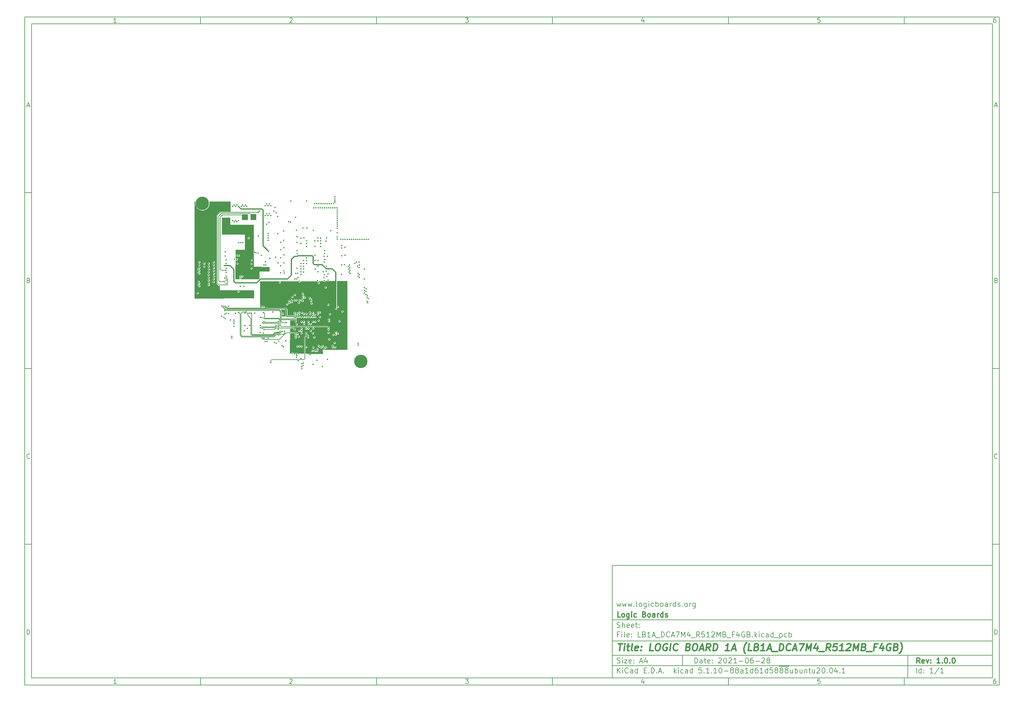
<source format=gbr>
%TF.GenerationSoftware,KiCad,Pcbnew,5.1.10-88a1d61d58~88~ubuntu20.04.1*%
%TF.CreationDate,2021-06-28T11:18:36+05:30*%
%TF.ProjectId,LB1A_DCA7M4_R512MB_F4GB,4c423141-5f44-4434-9137-4d345f523531,1.0.0*%
%TF.SameCoordinates,Original*%
%TF.FileFunction,Copper,L3,Inr*%
%TF.FilePolarity,Positive*%
%FSLAX46Y46*%
G04 Gerber Fmt 4.6, Leading zero omitted, Abs format (unit mm)*
G04 Created by KiCad (PCBNEW 5.1.10-88a1d61d58~88~ubuntu20.04.1) date 2021-06-28 11:18:36*
%MOMM*%
%LPD*%
G01*
G04 APERTURE LIST*
%ADD10C,0.100000*%
%ADD11C,0.150000*%
%ADD12C,0.300000*%
%ADD13C,0.400000*%
%TA.AperFunction,ComponentPad*%
%ADD14C,3.800000*%
%TD*%
%TA.AperFunction,ViaPad*%
%ADD15C,0.400050*%
%TD*%
%TA.AperFunction,Conductor*%
%ADD16C,0.304800*%
%TD*%
%TA.AperFunction,Conductor*%
%ADD17C,0.200000*%
%TD*%
%TA.AperFunction,Conductor*%
%ADD18C,0.203200*%
%TD*%
%TA.AperFunction,Conductor*%
%ADD19C,0.127000*%
%TD*%
%TA.AperFunction,Conductor*%
%ADD20C,0.090000*%
%TD*%
%TA.AperFunction,Conductor*%
%ADD21C,0.100000*%
%TD*%
%TA.AperFunction,Conductor*%
%ADD22C,0.101600*%
%TD*%
G04 APERTURE END LIST*
D10*
D11*
X177002200Y-166007200D02*
X177002200Y-198007200D01*
X285002200Y-198007200D01*
X285002200Y-166007200D01*
X177002200Y-166007200D01*
D10*
D11*
X10000000Y-10000000D02*
X10000000Y-200007200D01*
X287002200Y-200007200D01*
X287002200Y-10000000D01*
X10000000Y-10000000D01*
D10*
D11*
X12000000Y-12000000D02*
X12000000Y-198007200D01*
X285002200Y-198007200D01*
X285002200Y-12000000D01*
X12000000Y-12000000D01*
D10*
D11*
X60000000Y-12000000D02*
X60000000Y-10000000D01*
D10*
D11*
X110000000Y-12000000D02*
X110000000Y-10000000D01*
D10*
D11*
X160000000Y-12000000D02*
X160000000Y-10000000D01*
D10*
D11*
X210000000Y-12000000D02*
X210000000Y-10000000D01*
D10*
D11*
X260000000Y-12000000D02*
X260000000Y-10000000D01*
D10*
D11*
X36065476Y-11588095D02*
X35322619Y-11588095D01*
X35694047Y-11588095D02*
X35694047Y-10288095D01*
X35570238Y-10473809D01*
X35446428Y-10597619D01*
X35322619Y-10659523D01*
D10*
D11*
X85322619Y-10411904D02*
X85384523Y-10350000D01*
X85508333Y-10288095D01*
X85817857Y-10288095D01*
X85941666Y-10350000D01*
X86003571Y-10411904D01*
X86065476Y-10535714D01*
X86065476Y-10659523D01*
X86003571Y-10845238D01*
X85260714Y-11588095D01*
X86065476Y-11588095D01*
D10*
D11*
X135260714Y-10288095D02*
X136065476Y-10288095D01*
X135632142Y-10783333D01*
X135817857Y-10783333D01*
X135941666Y-10845238D01*
X136003571Y-10907142D01*
X136065476Y-11030952D01*
X136065476Y-11340476D01*
X136003571Y-11464285D01*
X135941666Y-11526190D01*
X135817857Y-11588095D01*
X135446428Y-11588095D01*
X135322619Y-11526190D01*
X135260714Y-11464285D01*
D10*
D11*
X185941666Y-10721428D02*
X185941666Y-11588095D01*
X185632142Y-10226190D02*
X185322619Y-11154761D01*
X186127380Y-11154761D01*
D10*
D11*
X236003571Y-10288095D02*
X235384523Y-10288095D01*
X235322619Y-10907142D01*
X235384523Y-10845238D01*
X235508333Y-10783333D01*
X235817857Y-10783333D01*
X235941666Y-10845238D01*
X236003571Y-10907142D01*
X236065476Y-11030952D01*
X236065476Y-11340476D01*
X236003571Y-11464285D01*
X235941666Y-11526190D01*
X235817857Y-11588095D01*
X235508333Y-11588095D01*
X235384523Y-11526190D01*
X235322619Y-11464285D01*
D10*
D11*
X285941666Y-10288095D02*
X285694047Y-10288095D01*
X285570238Y-10350000D01*
X285508333Y-10411904D01*
X285384523Y-10597619D01*
X285322619Y-10845238D01*
X285322619Y-11340476D01*
X285384523Y-11464285D01*
X285446428Y-11526190D01*
X285570238Y-11588095D01*
X285817857Y-11588095D01*
X285941666Y-11526190D01*
X286003571Y-11464285D01*
X286065476Y-11340476D01*
X286065476Y-11030952D01*
X286003571Y-10907142D01*
X285941666Y-10845238D01*
X285817857Y-10783333D01*
X285570238Y-10783333D01*
X285446428Y-10845238D01*
X285384523Y-10907142D01*
X285322619Y-11030952D01*
D10*
D11*
X60000000Y-198007200D02*
X60000000Y-200007200D01*
D10*
D11*
X110000000Y-198007200D02*
X110000000Y-200007200D01*
D10*
D11*
X160000000Y-198007200D02*
X160000000Y-200007200D01*
D10*
D11*
X210000000Y-198007200D02*
X210000000Y-200007200D01*
D10*
D11*
X260000000Y-198007200D02*
X260000000Y-200007200D01*
D10*
D11*
X36065476Y-199595295D02*
X35322619Y-199595295D01*
X35694047Y-199595295D02*
X35694047Y-198295295D01*
X35570238Y-198481009D01*
X35446428Y-198604819D01*
X35322619Y-198666723D01*
D10*
D11*
X85322619Y-198419104D02*
X85384523Y-198357200D01*
X85508333Y-198295295D01*
X85817857Y-198295295D01*
X85941666Y-198357200D01*
X86003571Y-198419104D01*
X86065476Y-198542914D01*
X86065476Y-198666723D01*
X86003571Y-198852438D01*
X85260714Y-199595295D01*
X86065476Y-199595295D01*
D10*
D11*
X135260714Y-198295295D02*
X136065476Y-198295295D01*
X135632142Y-198790533D01*
X135817857Y-198790533D01*
X135941666Y-198852438D01*
X136003571Y-198914342D01*
X136065476Y-199038152D01*
X136065476Y-199347676D01*
X136003571Y-199471485D01*
X135941666Y-199533390D01*
X135817857Y-199595295D01*
X135446428Y-199595295D01*
X135322619Y-199533390D01*
X135260714Y-199471485D01*
D10*
D11*
X185941666Y-198728628D02*
X185941666Y-199595295D01*
X185632142Y-198233390D02*
X185322619Y-199161961D01*
X186127380Y-199161961D01*
D10*
D11*
X236003571Y-198295295D02*
X235384523Y-198295295D01*
X235322619Y-198914342D01*
X235384523Y-198852438D01*
X235508333Y-198790533D01*
X235817857Y-198790533D01*
X235941666Y-198852438D01*
X236003571Y-198914342D01*
X236065476Y-199038152D01*
X236065476Y-199347676D01*
X236003571Y-199471485D01*
X235941666Y-199533390D01*
X235817857Y-199595295D01*
X235508333Y-199595295D01*
X235384523Y-199533390D01*
X235322619Y-199471485D01*
D10*
D11*
X285941666Y-198295295D02*
X285694047Y-198295295D01*
X285570238Y-198357200D01*
X285508333Y-198419104D01*
X285384523Y-198604819D01*
X285322619Y-198852438D01*
X285322619Y-199347676D01*
X285384523Y-199471485D01*
X285446428Y-199533390D01*
X285570238Y-199595295D01*
X285817857Y-199595295D01*
X285941666Y-199533390D01*
X286003571Y-199471485D01*
X286065476Y-199347676D01*
X286065476Y-199038152D01*
X286003571Y-198914342D01*
X285941666Y-198852438D01*
X285817857Y-198790533D01*
X285570238Y-198790533D01*
X285446428Y-198852438D01*
X285384523Y-198914342D01*
X285322619Y-199038152D01*
D10*
D11*
X10000000Y-60000000D02*
X12000000Y-60000000D01*
D10*
D11*
X10000000Y-110000000D02*
X12000000Y-110000000D01*
D10*
D11*
X10000000Y-160000000D02*
X12000000Y-160000000D01*
D10*
D11*
X10690476Y-35216666D02*
X11309523Y-35216666D01*
X10566666Y-35588095D02*
X11000000Y-34288095D01*
X11433333Y-35588095D01*
D10*
D11*
X11092857Y-84907142D02*
X11278571Y-84969047D01*
X11340476Y-85030952D01*
X11402380Y-85154761D01*
X11402380Y-85340476D01*
X11340476Y-85464285D01*
X11278571Y-85526190D01*
X11154761Y-85588095D01*
X10659523Y-85588095D01*
X10659523Y-84288095D01*
X11092857Y-84288095D01*
X11216666Y-84350000D01*
X11278571Y-84411904D01*
X11340476Y-84535714D01*
X11340476Y-84659523D01*
X11278571Y-84783333D01*
X11216666Y-84845238D01*
X11092857Y-84907142D01*
X10659523Y-84907142D01*
D10*
D11*
X11402380Y-135464285D02*
X11340476Y-135526190D01*
X11154761Y-135588095D01*
X11030952Y-135588095D01*
X10845238Y-135526190D01*
X10721428Y-135402380D01*
X10659523Y-135278571D01*
X10597619Y-135030952D01*
X10597619Y-134845238D01*
X10659523Y-134597619D01*
X10721428Y-134473809D01*
X10845238Y-134350000D01*
X11030952Y-134288095D01*
X11154761Y-134288095D01*
X11340476Y-134350000D01*
X11402380Y-134411904D01*
D10*
D11*
X10659523Y-185588095D02*
X10659523Y-184288095D01*
X10969047Y-184288095D01*
X11154761Y-184350000D01*
X11278571Y-184473809D01*
X11340476Y-184597619D01*
X11402380Y-184845238D01*
X11402380Y-185030952D01*
X11340476Y-185278571D01*
X11278571Y-185402380D01*
X11154761Y-185526190D01*
X10969047Y-185588095D01*
X10659523Y-185588095D01*
D10*
D11*
X287002200Y-60000000D02*
X285002200Y-60000000D01*
D10*
D11*
X287002200Y-110000000D02*
X285002200Y-110000000D01*
D10*
D11*
X287002200Y-160000000D02*
X285002200Y-160000000D01*
D10*
D11*
X285692676Y-35216666D02*
X286311723Y-35216666D01*
X285568866Y-35588095D02*
X286002200Y-34288095D01*
X286435533Y-35588095D01*
D10*
D11*
X286095057Y-84907142D02*
X286280771Y-84969047D01*
X286342676Y-85030952D01*
X286404580Y-85154761D01*
X286404580Y-85340476D01*
X286342676Y-85464285D01*
X286280771Y-85526190D01*
X286156961Y-85588095D01*
X285661723Y-85588095D01*
X285661723Y-84288095D01*
X286095057Y-84288095D01*
X286218866Y-84350000D01*
X286280771Y-84411904D01*
X286342676Y-84535714D01*
X286342676Y-84659523D01*
X286280771Y-84783333D01*
X286218866Y-84845238D01*
X286095057Y-84907142D01*
X285661723Y-84907142D01*
D10*
D11*
X286404580Y-135464285D02*
X286342676Y-135526190D01*
X286156961Y-135588095D01*
X286033152Y-135588095D01*
X285847438Y-135526190D01*
X285723628Y-135402380D01*
X285661723Y-135278571D01*
X285599819Y-135030952D01*
X285599819Y-134845238D01*
X285661723Y-134597619D01*
X285723628Y-134473809D01*
X285847438Y-134350000D01*
X286033152Y-134288095D01*
X286156961Y-134288095D01*
X286342676Y-134350000D01*
X286404580Y-134411904D01*
D10*
D11*
X285661723Y-185588095D02*
X285661723Y-184288095D01*
X285971247Y-184288095D01*
X286156961Y-184350000D01*
X286280771Y-184473809D01*
X286342676Y-184597619D01*
X286404580Y-184845238D01*
X286404580Y-185030952D01*
X286342676Y-185278571D01*
X286280771Y-185402380D01*
X286156961Y-185526190D01*
X285971247Y-185588095D01*
X285661723Y-185588095D01*
D10*
D11*
X200434342Y-193785771D02*
X200434342Y-192285771D01*
X200791485Y-192285771D01*
X201005771Y-192357200D01*
X201148628Y-192500057D01*
X201220057Y-192642914D01*
X201291485Y-192928628D01*
X201291485Y-193142914D01*
X201220057Y-193428628D01*
X201148628Y-193571485D01*
X201005771Y-193714342D01*
X200791485Y-193785771D01*
X200434342Y-193785771D01*
X202577200Y-193785771D02*
X202577200Y-193000057D01*
X202505771Y-192857200D01*
X202362914Y-192785771D01*
X202077200Y-192785771D01*
X201934342Y-192857200D01*
X202577200Y-193714342D02*
X202434342Y-193785771D01*
X202077200Y-193785771D01*
X201934342Y-193714342D01*
X201862914Y-193571485D01*
X201862914Y-193428628D01*
X201934342Y-193285771D01*
X202077200Y-193214342D01*
X202434342Y-193214342D01*
X202577200Y-193142914D01*
X203077200Y-192785771D02*
X203648628Y-192785771D01*
X203291485Y-192285771D02*
X203291485Y-193571485D01*
X203362914Y-193714342D01*
X203505771Y-193785771D01*
X203648628Y-193785771D01*
X204720057Y-193714342D02*
X204577200Y-193785771D01*
X204291485Y-193785771D01*
X204148628Y-193714342D01*
X204077200Y-193571485D01*
X204077200Y-193000057D01*
X204148628Y-192857200D01*
X204291485Y-192785771D01*
X204577200Y-192785771D01*
X204720057Y-192857200D01*
X204791485Y-193000057D01*
X204791485Y-193142914D01*
X204077200Y-193285771D01*
X205434342Y-193642914D02*
X205505771Y-193714342D01*
X205434342Y-193785771D01*
X205362914Y-193714342D01*
X205434342Y-193642914D01*
X205434342Y-193785771D01*
X205434342Y-192857200D02*
X205505771Y-192928628D01*
X205434342Y-193000057D01*
X205362914Y-192928628D01*
X205434342Y-192857200D01*
X205434342Y-193000057D01*
X207220057Y-192428628D02*
X207291485Y-192357200D01*
X207434342Y-192285771D01*
X207791485Y-192285771D01*
X207934342Y-192357200D01*
X208005771Y-192428628D01*
X208077200Y-192571485D01*
X208077200Y-192714342D01*
X208005771Y-192928628D01*
X207148628Y-193785771D01*
X208077200Y-193785771D01*
X209005771Y-192285771D02*
X209148628Y-192285771D01*
X209291485Y-192357200D01*
X209362914Y-192428628D01*
X209434342Y-192571485D01*
X209505771Y-192857200D01*
X209505771Y-193214342D01*
X209434342Y-193500057D01*
X209362914Y-193642914D01*
X209291485Y-193714342D01*
X209148628Y-193785771D01*
X209005771Y-193785771D01*
X208862914Y-193714342D01*
X208791485Y-193642914D01*
X208720057Y-193500057D01*
X208648628Y-193214342D01*
X208648628Y-192857200D01*
X208720057Y-192571485D01*
X208791485Y-192428628D01*
X208862914Y-192357200D01*
X209005771Y-192285771D01*
X210077200Y-192428628D02*
X210148628Y-192357200D01*
X210291485Y-192285771D01*
X210648628Y-192285771D01*
X210791485Y-192357200D01*
X210862914Y-192428628D01*
X210934342Y-192571485D01*
X210934342Y-192714342D01*
X210862914Y-192928628D01*
X210005771Y-193785771D01*
X210934342Y-193785771D01*
X212362914Y-193785771D02*
X211505771Y-193785771D01*
X211934342Y-193785771D02*
X211934342Y-192285771D01*
X211791485Y-192500057D01*
X211648628Y-192642914D01*
X211505771Y-192714342D01*
X213005771Y-193214342D02*
X214148628Y-193214342D01*
X215148628Y-192285771D02*
X215291485Y-192285771D01*
X215434342Y-192357200D01*
X215505771Y-192428628D01*
X215577200Y-192571485D01*
X215648628Y-192857200D01*
X215648628Y-193214342D01*
X215577200Y-193500057D01*
X215505771Y-193642914D01*
X215434342Y-193714342D01*
X215291485Y-193785771D01*
X215148628Y-193785771D01*
X215005771Y-193714342D01*
X214934342Y-193642914D01*
X214862914Y-193500057D01*
X214791485Y-193214342D01*
X214791485Y-192857200D01*
X214862914Y-192571485D01*
X214934342Y-192428628D01*
X215005771Y-192357200D01*
X215148628Y-192285771D01*
X216934342Y-192285771D02*
X216648628Y-192285771D01*
X216505771Y-192357200D01*
X216434342Y-192428628D01*
X216291485Y-192642914D01*
X216220057Y-192928628D01*
X216220057Y-193500057D01*
X216291485Y-193642914D01*
X216362914Y-193714342D01*
X216505771Y-193785771D01*
X216791485Y-193785771D01*
X216934342Y-193714342D01*
X217005771Y-193642914D01*
X217077200Y-193500057D01*
X217077200Y-193142914D01*
X217005771Y-193000057D01*
X216934342Y-192928628D01*
X216791485Y-192857200D01*
X216505771Y-192857200D01*
X216362914Y-192928628D01*
X216291485Y-193000057D01*
X216220057Y-193142914D01*
X217720057Y-193214342D02*
X218862914Y-193214342D01*
X219505771Y-192428628D02*
X219577200Y-192357200D01*
X219720057Y-192285771D01*
X220077200Y-192285771D01*
X220220057Y-192357200D01*
X220291485Y-192428628D01*
X220362914Y-192571485D01*
X220362914Y-192714342D01*
X220291485Y-192928628D01*
X219434342Y-193785771D01*
X220362914Y-193785771D01*
X221220057Y-192928628D02*
X221077200Y-192857200D01*
X221005771Y-192785771D01*
X220934342Y-192642914D01*
X220934342Y-192571485D01*
X221005771Y-192428628D01*
X221077200Y-192357200D01*
X221220057Y-192285771D01*
X221505771Y-192285771D01*
X221648628Y-192357200D01*
X221720057Y-192428628D01*
X221791485Y-192571485D01*
X221791485Y-192642914D01*
X221720057Y-192785771D01*
X221648628Y-192857200D01*
X221505771Y-192928628D01*
X221220057Y-192928628D01*
X221077200Y-193000057D01*
X221005771Y-193071485D01*
X220934342Y-193214342D01*
X220934342Y-193500057D01*
X221005771Y-193642914D01*
X221077200Y-193714342D01*
X221220057Y-193785771D01*
X221505771Y-193785771D01*
X221648628Y-193714342D01*
X221720057Y-193642914D01*
X221791485Y-193500057D01*
X221791485Y-193214342D01*
X221720057Y-193071485D01*
X221648628Y-193000057D01*
X221505771Y-192928628D01*
D10*
D11*
X177002200Y-194507200D02*
X285002200Y-194507200D01*
D10*
D11*
X178434342Y-196585771D02*
X178434342Y-195085771D01*
X179291485Y-196585771D02*
X178648628Y-195728628D01*
X179291485Y-195085771D02*
X178434342Y-195942914D01*
X179934342Y-196585771D02*
X179934342Y-195585771D01*
X179934342Y-195085771D02*
X179862914Y-195157200D01*
X179934342Y-195228628D01*
X180005771Y-195157200D01*
X179934342Y-195085771D01*
X179934342Y-195228628D01*
X181505771Y-196442914D02*
X181434342Y-196514342D01*
X181220057Y-196585771D01*
X181077200Y-196585771D01*
X180862914Y-196514342D01*
X180720057Y-196371485D01*
X180648628Y-196228628D01*
X180577200Y-195942914D01*
X180577200Y-195728628D01*
X180648628Y-195442914D01*
X180720057Y-195300057D01*
X180862914Y-195157200D01*
X181077200Y-195085771D01*
X181220057Y-195085771D01*
X181434342Y-195157200D01*
X181505771Y-195228628D01*
X182791485Y-196585771D02*
X182791485Y-195800057D01*
X182720057Y-195657200D01*
X182577200Y-195585771D01*
X182291485Y-195585771D01*
X182148628Y-195657200D01*
X182791485Y-196514342D02*
X182648628Y-196585771D01*
X182291485Y-196585771D01*
X182148628Y-196514342D01*
X182077200Y-196371485D01*
X182077200Y-196228628D01*
X182148628Y-196085771D01*
X182291485Y-196014342D01*
X182648628Y-196014342D01*
X182791485Y-195942914D01*
X184148628Y-196585771D02*
X184148628Y-195085771D01*
X184148628Y-196514342D02*
X184005771Y-196585771D01*
X183720057Y-196585771D01*
X183577200Y-196514342D01*
X183505771Y-196442914D01*
X183434342Y-196300057D01*
X183434342Y-195871485D01*
X183505771Y-195728628D01*
X183577200Y-195657200D01*
X183720057Y-195585771D01*
X184005771Y-195585771D01*
X184148628Y-195657200D01*
X186005771Y-195800057D02*
X186505771Y-195800057D01*
X186720057Y-196585771D02*
X186005771Y-196585771D01*
X186005771Y-195085771D01*
X186720057Y-195085771D01*
X187362914Y-196442914D02*
X187434342Y-196514342D01*
X187362914Y-196585771D01*
X187291485Y-196514342D01*
X187362914Y-196442914D01*
X187362914Y-196585771D01*
X188077200Y-196585771D02*
X188077200Y-195085771D01*
X188434342Y-195085771D01*
X188648628Y-195157200D01*
X188791485Y-195300057D01*
X188862914Y-195442914D01*
X188934342Y-195728628D01*
X188934342Y-195942914D01*
X188862914Y-196228628D01*
X188791485Y-196371485D01*
X188648628Y-196514342D01*
X188434342Y-196585771D01*
X188077200Y-196585771D01*
X189577200Y-196442914D02*
X189648628Y-196514342D01*
X189577200Y-196585771D01*
X189505771Y-196514342D01*
X189577200Y-196442914D01*
X189577200Y-196585771D01*
X190220057Y-196157200D02*
X190934342Y-196157200D01*
X190077200Y-196585771D02*
X190577200Y-195085771D01*
X191077200Y-196585771D01*
X191577200Y-196442914D02*
X191648628Y-196514342D01*
X191577200Y-196585771D01*
X191505771Y-196514342D01*
X191577200Y-196442914D01*
X191577200Y-196585771D01*
X194577200Y-196585771D02*
X194577200Y-195085771D01*
X194720057Y-196014342D02*
X195148628Y-196585771D01*
X195148628Y-195585771D02*
X194577200Y-196157200D01*
X195791485Y-196585771D02*
X195791485Y-195585771D01*
X195791485Y-195085771D02*
X195720057Y-195157200D01*
X195791485Y-195228628D01*
X195862914Y-195157200D01*
X195791485Y-195085771D01*
X195791485Y-195228628D01*
X197148628Y-196514342D02*
X197005771Y-196585771D01*
X196720057Y-196585771D01*
X196577200Y-196514342D01*
X196505771Y-196442914D01*
X196434342Y-196300057D01*
X196434342Y-195871485D01*
X196505771Y-195728628D01*
X196577200Y-195657200D01*
X196720057Y-195585771D01*
X197005771Y-195585771D01*
X197148628Y-195657200D01*
X198434342Y-196585771D02*
X198434342Y-195800057D01*
X198362914Y-195657200D01*
X198220057Y-195585771D01*
X197934342Y-195585771D01*
X197791485Y-195657200D01*
X198434342Y-196514342D02*
X198291485Y-196585771D01*
X197934342Y-196585771D01*
X197791485Y-196514342D01*
X197720057Y-196371485D01*
X197720057Y-196228628D01*
X197791485Y-196085771D01*
X197934342Y-196014342D01*
X198291485Y-196014342D01*
X198434342Y-195942914D01*
X199791485Y-196585771D02*
X199791485Y-195085771D01*
X199791485Y-196514342D02*
X199648628Y-196585771D01*
X199362914Y-196585771D01*
X199220057Y-196514342D01*
X199148628Y-196442914D01*
X199077200Y-196300057D01*
X199077200Y-195871485D01*
X199148628Y-195728628D01*
X199220057Y-195657200D01*
X199362914Y-195585771D01*
X199648628Y-195585771D01*
X199791485Y-195657200D01*
X202362914Y-195085771D02*
X201648628Y-195085771D01*
X201577200Y-195800057D01*
X201648628Y-195728628D01*
X201791485Y-195657200D01*
X202148628Y-195657200D01*
X202291485Y-195728628D01*
X202362914Y-195800057D01*
X202434342Y-195942914D01*
X202434342Y-196300057D01*
X202362914Y-196442914D01*
X202291485Y-196514342D01*
X202148628Y-196585771D01*
X201791485Y-196585771D01*
X201648628Y-196514342D01*
X201577200Y-196442914D01*
X203077200Y-196442914D02*
X203148628Y-196514342D01*
X203077200Y-196585771D01*
X203005771Y-196514342D01*
X203077200Y-196442914D01*
X203077200Y-196585771D01*
X204577200Y-196585771D02*
X203720057Y-196585771D01*
X204148628Y-196585771D02*
X204148628Y-195085771D01*
X204005771Y-195300057D01*
X203862914Y-195442914D01*
X203720057Y-195514342D01*
X205220057Y-196442914D02*
X205291485Y-196514342D01*
X205220057Y-196585771D01*
X205148628Y-196514342D01*
X205220057Y-196442914D01*
X205220057Y-196585771D01*
X206720057Y-196585771D02*
X205862914Y-196585771D01*
X206291485Y-196585771D02*
X206291485Y-195085771D01*
X206148628Y-195300057D01*
X206005771Y-195442914D01*
X205862914Y-195514342D01*
X207648628Y-195085771D02*
X207791485Y-195085771D01*
X207934342Y-195157200D01*
X208005771Y-195228628D01*
X208077200Y-195371485D01*
X208148628Y-195657200D01*
X208148628Y-196014342D01*
X208077200Y-196300057D01*
X208005771Y-196442914D01*
X207934342Y-196514342D01*
X207791485Y-196585771D01*
X207648628Y-196585771D01*
X207505771Y-196514342D01*
X207434342Y-196442914D01*
X207362914Y-196300057D01*
X207291485Y-196014342D01*
X207291485Y-195657200D01*
X207362914Y-195371485D01*
X207434342Y-195228628D01*
X207505771Y-195157200D01*
X207648628Y-195085771D01*
X208791485Y-196014342D02*
X209934342Y-196014342D01*
X210862914Y-195728628D02*
X210720057Y-195657200D01*
X210648628Y-195585771D01*
X210577200Y-195442914D01*
X210577200Y-195371485D01*
X210648628Y-195228628D01*
X210720057Y-195157200D01*
X210862914Y-195085771D01*
X211148628Y-195085771D01*
X211291485Y-195157200D01*
X211362914Y-195228628D01*
X211434342Y-195371485D01*
X211434342Y-195442914D01*
X211362914Y-195585771D01*
X211291485Y-195657200D01*
X211148628Y-195728628D01*
X210862914Y-195728628D01*
X210720057Y-195800057D01*
X210648628Y-195871485D01*
X210577200Y-196014342D01*
X210577200Y-196300057D01*
X210648628Y-196442914D01*
X210720057Y-196514342D01*
X210862914Y-196585771D01*
X211148628Y-196585771D01*
X211291485Y-196514342D01*
X211362914Y-196442914D01*
X211434342Y-196300057D01*
X211434342Y-196014342D01*
X211362914Y-195871485D01*
X211291485Y-195800057D01*
X211148628Y-195728628D01*
X212291485Y-195728628D02*
X212148628Y-195657200D01*
X212077200Y-195585771D01*
X212005771Y-195442914D01*
X212005771Y-195371485D01*
X212077200Y-195228628D01*
X212148628Y-195157200D01*
X212291485Y-195085771D01*
X212577200Y-195085771D01*
X212720057Y-195157200D01*
X212791485Y-195228628D01*
X212862914Y-195371485D01*
X212862914Y-195442914D01*
X212791485Y-195585771D01*
X212720057Y-195657200D01*
X212577200Y-195728628D01*
X212291485Y-195728628D01*
X212148628Y-195800057D01*
X212077200Y-195871485D01*
X212005771Y-196014342D01*
X212005771Y-196300057D01*
X212077200Y-196442914D01*
X212148628Y-196514342D01*
X212291485Y-196585771D01*
X212577200Y-196585771D01*
X212720057Y-196514342D01*
X212791485Y-196442914D01*
X212862914Y-196300057D01*
X212862914Y-196014342D01*
X212791485Y-195871485D01*
X212720057Y-195800057D01*
X212577200Y-195728628D01*
X214148628Y-196585771D02*
X214148628Y-195800057D01*
X214077200Y-195657200D01*
X213934342Y-195585771D01*
X213648628Y-195585771D01*
X213505771Y-195657200D01*
X214148628Y-196514342D02*
X214005771Y-196585771D01*
X213648628Y-196585771D01*
X213505771Y-196514342D01*
X213434342Y-196371485D01*
X213434342Y-196228628D01*
X213505771Y-196085771D01*
X213648628Y-196014342D01*
X214005771Y-196014342D01*
X214148628Y-195942914D01*
X215648628Y-196585771D02*
X214791485Y-196585771D01*
X215220057Y-196585771D02*
X215220057Y-195085771D01*
X215077200Y-195300057D01*
X214934342Y-195442914D01*
X214791485Y-195514342D01*
X216934342Y-196585771D02*
X216934342Y-195085771D01*
X216934342Y-196514342D02*
X216791485Y-196585771D01*
X216505771Y-196585771D01*
X216362914Y-196514342D01*
X216291485Y-196442914D01*
X216220057Y-196300057D01*
X216220057Y-195871485D01*
X216291485Y-195728628D01*
X216362914Y-195657200D01*
X216505771Y-195585771D01*
X216791485Y-195585771D01*
X216934342Y-195657200D01*
X218291485Y-195085771D02*
X218005771Y-195085771D01*
X217862914Y-195157200D01*
X217791485Y-195228628D01*
X217648628Y-195442914D01*
X217577200Y-195728628D01*
X217577200Y-196300057D01*
X217648628Y-196442914D01*
X217720057Y-196514342D01*
X217862914Y-196585771D01*
X218148628Y-196585771D01*
X218291485Y-196514342D01*
X218362914Y-196442914D01*
X218434342Y-196300057D01*
X218434342Y-195942914D01*
X218362914Y-195800057D01*
X218291485Y-195728628D01*
X218148628Y-195657200D01*
X217862914Y-195657200D01*
X217720057Y-195728628D01*
X217648628Y-195800057D01*
X217577200Y-195942914D01*
X219862914Y-196585771D02*
X219005771Y-196585771D01*
X219434342Y-196585771D02*
X219434342Y-195085771D01*
X219291485Y-195300057D01*
X219148628Y-195442914D01*
X219005771Y-195514342D01*
X221148628Y-196585771D02*
X221148628Y-195085771D01*
X221148628Y-196514342D02*
X221005771Y-196585771D01*
X220720057Y-196585771D01*
X220577200Y-196514342D01*
X220505771Y-196442914D01*
X220434342Y-196300057D01*
X220434342Y-195871485D01*
X220505771Y-195728628D01*
X220577200Y-195657200D01*
X220720057Y-195585771D01*
X221005771Y-195585771D01*
X221148628Y-195657200D01*
X222577200Y-195085771D02*
X221862914Y-195085771D01*
X221791485Y-195800057D01*
X221862914Y-195728628D01*
X222005771Y-195657200D01*
X222362914Y-195657200D01*
X222505771Y-195728628D01*
X222577200Y-195800057D01*
X222648628Y-195942914D01*
X222648628Y-196300057D01*
X222577200Y-196442914D01*
X222505771Y-196514342D01*
X222362914Y-196585771D01*
X222005771Y-196585771D01*
X221862914Y-196514342D01*
X221791485Y-196442914D01*
X223505771Y-195728628D02*
X223362914Y-195657200D01*
X223291485Y-195585771D01*
X223220057Y-195442914D01*
X223220057Y-195371485D01*
X223291485Y-195228628D01*
X223362914Y-195157200D01*
X223505771Y-195085771D01*
X223791485Y-195085771D01*
X223934342Y-195157200D01*
X224005771Y-195228628D01*
X224077200Y-195371485D01*
X224077200Y-195442914D01*
X224005771Y-195585771D01*
X223934342Y-195657200D01*
X223791485Y-195728628D01*
X223505771Y-195728628D01*
X223362914Y-195800057D01*
X223291485Y-195871485D01*
X223220057Y-196014342D01*
X223220057Y-196300057D01*
X223291485Y-196442914D01*
X223362914Y-196514342D01*
X223505771Y-196585771D01*
X223791485Y-196585771D01*
X223934342Y-196514342D01*
X224005771Y-196442914D01*
X224077200Y-196300057D01*
X224077200Y-196014342D01*
X224005771Y-195871485D01*
X223934342Y-195800057D01*
X223791485Y-195728628D01*
X224362914Y-194677200D02*
X225791485Y-194677200D01*
X224934342Y-195728628D02*
X224791485Y-195657200D01*
X224720057Y-195585771D01*
X224648628Y-195442914D01*
X224648628Y-195371485D01*
X224720057Y-195228628D01*
X224791485Y-195157200D01*
X224934342Y-195085771D01*
X225220057Y-195085771D01*
X225362914Y-195157200D01*
X225434342Y-195228628D01*
X225505771Y-195371485D01*
X225505771Y-195442914D01*
X225434342Y-195585771D01*
X225362914Y-195657200D01*
X225220057Y-195728628D01*
X224934342Y-195728628D01*
X224791485Y-195800057D01*
X224720057Y-195871485D01*
X224648628Y-196014342D01*
X224648628Y-196300057D01*
X224720057Y-196442914D01*
X224791485Y-196514342D01*
X224934342Y-196585771D01*
X225220057Y-196585771D01*
X225362914Y-196514342D01*
X225434342Y-196442914D01*
X225505771Y-196300057D01*
X225505771Y-196014342D01*
X225434342Y-195871485D01*
X225362914Y-195800057D01*
X225220057Y-195728628D01*
X225791485Y-194677200D02*
X227220057Y-194677200D01*
X226362914Y-195728628D02*
X226220057Y-195657200D01*
X226148628Y-195585771D01*
X226077199Y-195442914D01*
X226077199Y-195371485D01*
X226148628Y-195228628D01*
X226220057Y-195157200D01*
X226362914Y-195085771D01*
X226648628Y-195085771D01*
X226791485Y-195157200D01*
X226862914Y-195228628D01*
X226934342Y-195371485D01*
X226934342Y-195442914D01*
X226862914Y-195585771D01*
X226791485Y-195657200D01*
X226648628Y-195728628D01*
X226362914Y-195728628D01*
X226220057Y-195800057D01*
X226148628Y-195871485D01*
X226077199Y-196014342D01*
X226077199Y-196300057D01*
X226148628Y-196442914D01*
X226220057Y-196514342D01*
X226362914Y-196585771D01*
X226648628Y-196585771D01*
X226791485Y-196514342D01*
X226862914Y-196442914D01*
X226934342Y-196300057D01*
X226934342Y-196014342D01*
X226862914Y-195871485D01*
X226791485Y-195800057D01*
X226648628Y-195728628D01*
X228220057Y-195585771D02*
X228220057Y-196585771D01*
X227577199Y-195585771D02*
X227577199Y-196371485D01*
X227648628Y-196514342D01*
X227791485Y-196585771D01*
X228005771Y-196585771D01*
X228148628Y-196514342D01*
X228220057Y-196442914D01*
X228934342Y-196585771D02*
X228934342Y-195085771D01*
X228934342Y-195657200D02*
X229077199Y-195585771D01*
X229362914Y-195585771D01*
X229505771Y-195657200D01*
X229577199Y-195728628D01*
X229648628Y-195871485D01*
X229648628Y-196300057D01*
X229577199Y-196442914D01*
X229505771Y-196514342D01*
X229362914Y-196585771D01*
X229077199Y-196585771D01*
X228934342Y-196514342D01*
X230934342Y-195585771D02*
X230934342Y-196585771D01*
X230291485Y-195585771D02*
X230291485Y-196371485D01*
X230362914Y-196514342D01*
X230505771Y-196585771D01*
X230720057Y-196585771D01*
X230862914Y-196514342D01*
X230934342Y-196442914D01*
X231648628Y-195585771D02*
X231648628Y-196585771D01*
X231648628Y-195728628D02*
X231720057Y-195657200D01*
X231862914Y-195585771D01*
X232077199Y-195585771D01*
X232220057Y-195657200D01*
X232291485Y-195800057D01*
X232291485Y-196585771D01*
X232791485Y-195585771D02*
X233362914Y-195585771D01*
X233005771Y-195085771D02*
X233005771Y-196371485D01*
X233077199Y-196514342D01*
X233220057Y-196585771D01*
X233362914Y-196585771D01*
X234505771Y-195585771D02*
X234505771Y-196585771D01*
X233862914Y-195585771D02*
X233862914Y-196371485D01*
X233934342Y-196514342D01*
X234077200Y-196585771D01*
X234291485Y-196585771D01*
X234434342Y-196514342D01*
X234505771Y-196442914D01*
X235148628Y-195228628D02*
X235220057Y-195157200D01*
X235362914Y-195085771D01*
X235720057Y-195085771D01*
X235862914Y-195157200D01*
X235934342Y-195228628D01*
X236005771Y-195371485D01*
X236005771Y-195514342D01*
X235934342Y-195728628D01*
X235077200Y-196585771D01*
X236005771Y-196585771D01*
X236934342Y-195085771D02*
X237077199Y-195085771D01*
X237220057Y-195157200D01*
X237291485Y-195228628D01*
X237362914Y-195371485D01*
X237434342Y-195657200D01*
X237434342Y-196014342D01*
X237362914Y-196300057D01*
X237291485Y-196442914D01*
X237220057Y-196514342D01*
X237077199Y-196585771D01*
X236934342Y-196585771D01*
X236791485Y-196514342D01*
X236720057Y-196442914D01*
X236648628Y-196300057D01*
X236577199Y-196014342D01*
X236577199Y-195657200D01*
X236648628Y-195371485D01*
X236720057Y-195228628D01*
X236791485Y-195157200D01*
X236934342Y-195085771D01*
X238077199Y-196442914D02*
X238148628Y-196514342D01*
X238077199Y-196585771D01*
X238005771Y-196514342D01*
X238077199Y-196442914D01*
X238077199Y-196585771D01*
X239077199Y-195085771D02*
X239220057Y-195085771D01*
X239362914Y-195157200D01*
X239434342Y-195228628D01*
X239505771Y-195371485D01*
X239577199Y-195657200D01*
X239577199Y-196014342D01*
X239505771Y-196300057D01*
X239434342Y-196442914D01*
X239362914Y-196514342D01*
X239220057Y-196585771D01*
X239077199Y-196585771D01*
X238934342Y-196514342D01*
X238862914Y-196442914D01*
X238791485Y-196300057D01*
X238720057Y-196014342D01*
X238720057Y-195657200D01*
X238791485Y-195371485D01*
X238862914Y-195228628D01*
X238934342Y-195157200D01*
X239077199Y-195085771D01*
X240862914Y-195585771D02*
X240862914Y-196585771D01*
X240505771Y-195014342D02*
X240148628Y-196085771D01*
X241077199Y-196085771D01*
X241648628Y-196442914D02*
X241720057Y-196514342D01*
X241648628Y-196585771D01*
X241577199Y-196514342D01*
X241648628Y-196442914D01*
X241648628Y-196585771D01*
X243148628Y-196585771D02*
X242291485Y-196585771D01*
X242720057Y-196585771D02*
X242720057Y-195085771D01*
X242577199Y-195300057D01*
X242434342Y-195442914D01*
X242291485Y-195514342D01*
D10*
D11*
X177002200Y-191507200D02*
X285002200Y-191507200D01*
D10*
D12*
X264411485Y-193785771D02*
X263911485Y-193071485D01*
X263554342Y-193785771D02*
X263554342Y-192285771D01*
X264125771Y-192285771D01*
X264268628Y-192357200D01*
X264340057Y-192428628D01*
X264411485Y-192571485D01*
X264411485Y-192785771D01*
X264340057Y-192928628D01*
X264268628Y-193000057D01*
X264125771Y-193071485D01*
X263554342Y-193071485D01*
X265625771Y-193714342D02*
X265482914Y-193785771D01*
X265197200Y-193785771D01*
X265054342Y-193714342D01*
X264982914Y-193571485D01*
X264982914Y-193000057D01*
X265054342Y-192857200D01*
X265197200Y-192785771D01*
X265482914Y-192785771D01*
X265625771Y-192857200D01*
X265697200Y-193000057D01*
X265697200Y-193142914D01*
X264982914Y-193285771D01*
X266197200Y-192785771D02*
X266554342Y-193785771D01*
X266911485Y-192785771D01*
X267482914Y-193642914D02*
X267554342Y-193714342D01*
X267482914Y-193785771D01*
X267411485Y-193714342D01*
X267482914Y-193642914D01*
X267482914Y-193785771D01*
X267482914Y-192857200D02*
X267554342Y-192928628D01*
X267482914Y-193000057D01*
X267411485Y-192928628D01*
X267482914Y-192857200D01*
X267482914Y-193000057D01*
X270125771Y-193785771D02*
X269268628Y-193785771D01*
X269697200Y-193785771D02*
X269697200Y-192285771D01*
X269554342Y-192500057D01*
X269411485Y-192642914D01*
X269268628Y-192714342D01*
X270768628Y-193642914D02*
X270840057Y-193714342D01*
X270768628Y-193785771D01*
X270697200Y-193714342D01*
X270768628Y-193642914D01*
X270768628Y-193785771D01*
X271768628Y-192285771D02*
X271911485Y-192285771D01*
X272054342Y-192357200D01*
X272125771Y-192428628D01*
X272197200Y-192571485D01*
X272268628Y-192857200D01*
X272268628Y-193214342D01*
X272197200Y-193500057D01*
X272125771Y-193642914D01*
X272054342Y-193714342D01*
X271911485Y-193785771D01*
X271768628Y-193785771D01*
X271625771Y-193714342D01*
X271554342Y-193642914D01*
X271482914Y-193500057D01*
X271411485Y-193214342D01*
X271411485Y-192857200D01*
X271482914Y-192571485D01*
X271554342Y-192428628D01*
X271625771Y-192357200D01*
X271768628Y-192285771D01*
X272911485Y-193642914D02*
X272982914Y-193714342D01*
X272911485Y-193785771D01*
X272840057Y-193714342D01*
X272911485Y-193642914D01*
X272911485Y-193785771D01*
X273911485Y-192285771D02*
X274054342Y-192285771D01*
X274197200Y-192357200D01*
X274268628Y-192428628D01*
X274340057Y-192571485D01*
X274411485Y-192857200D01*
X274411485Y-193214342D01*
X274340057Y-193500057D01*
X274268628Y-193642914D01*
X274197200Y-193714342D01*
X274054342Y-193785771D01*
X273911485Y-193785771D01*
X273768628Y-193714342D01*
X273697200Y-193642914D01*
X273625771Y-193500057D01*
X273554342Y-193214342D01*
X273554342Y-192857200D01*
X273625771Y-192571485D01*
X273697200Y-192428628D01*
X273768628Y-192357200D01*
X273911485Y-192285771D01*
D10*
D11*
X178362914Y-193714342D02*
X178577200Y-193785771D01*
X178934342Y-193785771D01*
X179077200Y-193714342D01*
X179148628Y-193642914D01*
X179220057Y-193500057D01*
X179220057Y-193357200D01*
X179148628Y-193214342D01*
X179077200Y-193142914D01*
X178934342Y-193071485D01*
X178648628Y-193000057D01*
X178505771Y-192928628D01*
X178434342Y-192857200D01*
X178362914Y-192714342D01*
X178362914Y-192571485D01*
X178434342Y-192428628D01*
X178505771Y-192357200D01*
X178648628Y-192285771D01*
X179005771Y-192285771D01*
X179220057Y-192357200D01*
X179862914Y-193785771D02*
X179862914Y-192785771D01*
X179862914Y-192285771D02*
X179791485Y-192357200D01*
X179862914Y-192428628D01*
X179934342Y-192357200D01*
X179862914Y-192285771D01*
X179862914Y-192428628D01*
X180434342Y-192785771D02*
X181220057Y-192785771D01*
X180434342Y-193785771D01*
X181220057Y-193785771D01*
X182362914Y-193714342D02*
X182220057Y-193785771D01*
X181934342Y-193785771D01*
X181791485Y-193714342D01*
X181720057Y-193571485D01*
X181720057Y-193000057D01*
X181791485Y-192857200D01*
X181934342Y-192785771D01*
X182220057Y-192785771D01*
X182362914Y-192857200D01*
X182434342Y-193000057D01*
X182434342Y-193142914D01*
X181720057Y-193285771D01*
X183077200Y-193642914D02*
X183148628Y-193714342D01*
X183077200Y-193785771D01*
X183005771Y-193714342D01*
X183077200Y-193642914D01*
X183077200Y-193785771D01*
X183077200Y-192857200D02*
X183148628Y-192928628D01*
X183077200Y-193000057D01*
X183005771Y-192928628D01*
X183077200Y-192857200D01*
X183077200Y-193000057D01*
X184862914Y-193357200D02*
X185577200Y-193357200D01*
X184720057Y-193785771D02*
X185220057Y-192285771D01*
X185720057Y-193785771D01*
X186862914Y-192785771D02*
X186862914Y-193785771D01*
X186505771Y-192214342D02*
X186148628Y-193285771D01*
X187077200Y-193285771D01*
D10*
D11*
X263434342Y-196585771D02*
X263434342Y-195085771D01*
X264791485Y-196585771D02*
X264791485Y-195085771D01*
X264791485Y-196514342D02*
X264648628Y-196585771D01*
X264362914Y-196585771D01*
X264220057Y-196514342D01*
X264148628Y-196442914D01*
X264077200Y-196300057D01*
X264077200Y-195871485D01*
X264148628Y-195728628D01*
X264220057Y-195657200D01*
X264362914Y-195585771D01*
X264648628Y-195585771D01*
X264791485Y-195657200D01*
X265505771Y-196442914D02*
X265577200Y-196514342D01*
X265505771Y-196585771D01*
X265434342Y-196514342D01*
X265505771Y-196442914D01*
X265505771Y-196585771D01*
X265505771Y-195657200D02*
X265577200Y-195728628D01*
X265505771Y-195800057D01*
X265434342Y-195728628D01*
X265505771Y-195657200D01*
X265505771Y-195800057D01*
X268148628Y-196585771D02*
X267291485Y-196585771D01*
X267720057Y-196585771D02*
X267720057Y-195085771D01*
X267577200Y-195300057D01*
X267434342Y-195442914D01*
X267291485Y-195514342D01*
X269862914Y-195014342D02*
X268577200Y-196942914D01*
X271148628Y-196585771D02*
X270291485Y-196585771D01*
X270720057Y-196585771D02*
X270720057Y-195085771D01*
X270577200Y-195300057D01*
X270434342Y-195442914D01*
X270291485Y-195514342D01*
D10*
D11*
X177002200Y-187507200D02*
X285002200Y-187507200D01*
D10*
D13*
X178714580Y-188211961D02*
X179857438Y-188211961D01*
X179036009Y-190211961D02*
X179286009Y-188211961D01*
X180274104Y-190211961D02*
X180440771Y-188878628D01*
X180524104Y-188211961D02*
X180416961Y-188307200D01*
X180500295Y-188402438D01*
X180607438Y-188307200D01*
X180524104Y-188211961D01*
X180500295Y-188402438D01*
X181107438Y-188878628D02*
X181869342Y-188878628D01*
X181476485Y-188211961D02*
X181262200Y-189926247D01*
X181333628Y-190116723D01*
X181512200Y-190211961D01*
X181702676Y-190211961D01*
X182655057Y-190211961D02*
X182476485Y-190116723D01*
X182405057Y-189926247D01*
X182619342Y-188211961D01*
X184190771Y-190116723D02*
X183988390Y-190211961D01*
X183607438Y-190211961D01*
X183428866Y-190116723D01*
X183357438Y-189926247D01*
X183452676Y-189164342D01*
X183571723Y-188973866D01*
X183774104Y-188878628D01*
X184155057Y-188878628D01*
X184333628Y-188973866D01*
X184405057Y-189164342D01*
X184381247Y-189354819D01*
X183405057Y-189545295D01*
X185155057Y-190021485D02*
X185238390Y-190116723D01*
X185131247Y-190211961D01*
X185047914Y-190116723D01*
X185155057Y-190021485D01*
X185131247Y-190211961D01*
X185286009Y-188973866D02*
X185369342Y-189069104D01*
X185262200Y-189164342D01*
X185178866Y-189069104D01*
X185286009Y-188973866D01*
X185262200Y-189164342D01*
X188559819Y-190211961D02*
X187607438Y-190211961D01*
X187857438Y-188211961D01*
X189857438Y-188211961D02*
X190238390Y-188211961D01*
X190416961Y-188307200D01*
X190583628Y-188497676D01*
X190631247Y-188878628D01*
X190547914Y-189545295D01*
X190405057Y-189926247D01*
X190190771Y-190116723D01*
X189988390Y-190211961D01*
X189607438Y-190211961D01*
X189428866Y-190116723D01*
X189262200Y-189926247D01*
X189214580Y-189545295D01*
X189297914Y-188878628D01*
X189440771Y-188497676D01*
X189655057Y-188307200D01*
X189857438Y-188211961D01*
X192607438Y-188307200D02*
X192428866Y-188211961D01*
X192143152Y-188211961D01*
X191845533Y-188307200D01*
X191631247Y-188497676D01*
X191512200Y-188688152D01*
X191369342Y-189069104D01*
X191333628Y-189354819D01*
X191381247Y-189735771D01*
X191452676Y-189926247D01*
X191619342Y-190116723D01*
X191893152Y-190211961D01*
X192083628Y-190211961D01*
X192381247Y-190116723D01*
X192488390Y-190021485D01*
X192571723Y-189354819D01*
X192190771Y-189354819D01*
X193321723Y-190211961D02*
X193571723Y-188211961D01*
X195440771Y-190021485D02*
X195333628Y-190116723D01*
X195036009Y-190211961D01*
X194845533Y-190211961D01*
X194571723Y-190116723D01*
X194405057Y-189926247D01*
X194333628Y-189735771D01*
X194286009Y-189354819D01*
X194321723Y-189069104D01*
X194464580Y-188688152D01*
X194583628Y-188497676D01*
X194797914Y-188307200D01*
X195095533Y-188211961D01*
X195286009Y-188211961D01*
X195559819Y-188307200D01*
X195643152Y-188402438D01*
X198595533Y-189164342D02*
X198869342Y-189259580D01*
X198952676Y-189354819D01*
X199024104Y-189545295D01*
X198988390Y-189831009D01*
X198869342Y-190021485D01*
X198762200Y-190116723D01*
X198559819Y-190211961D01*
X197797914Y-190211961D01*
X198047914Y-188211961D01*
X198714580Y-188211961D01*
X198893152Y-188307200D01*
X198976485Y-188402438D01*
X199047914Y-188592914D01*
X199024104Y-188783390D01*
X198905057Y-188973866D01*
X198797914Y-189069104D01*
X198595533Y-189164342D01*
X197928866Y-189164342D01*
X200428866Y-188211961D02*
X200809819Y-188211961D01*
X200988390Y-188307200D01*
X201155057Y-188497676D01*
X201202676Y-188878628D01*
X201119342Y-189545295D01*
X200976485Y-189926247D01*
X200762200Y-190116723D01*
X200559819Y-190211961D01*
X200178866Y-190211961D01*
X200000295Y-190116723D01*
X199833628Y-189926247D01*
X199786009Y-189545295D01*
X199869342Y-188878628D01*
X200012200Y-188497676D01*
X200226485Y-188307200D01*
X200428866Y-188211961D01*
X201869342Y-189640533D02*
X202821723Y-189640533D01*
X201607438Y-190211961D02*
X202524104Y-188211961D01*
X202940771Y-190211961D01*
X204750295Y-190211961D02*
X204202676Y-189259580D01*
X203607438Y-190211961D02*
X203857438Y-188211961D01*
X204619342Y-188211961D01*
X204797914Y-188307200D01*
X204881247Y-188402438D01*
X204952676Y-188592914D01*
X204916961Y-188878628D01*
X204797914Y-189069104D01*
X204690771Y-189164342D01*
X204488390Y-189259580D01*
X203726485Y-189259580D01*
X205607438Y-190211961D02*
X205857438Y-188211961D01*
X206333628Y-188211961D01*
X206607438Y-188307200D01*
X206774104Y-188497676D01*
X206845533Y-188688152D01*
X206893152Y-189069104D01*
X206857438Y-189354819D01*
X206714580Y-189735771D01*
X206595533Y-189926247D01*
X206381247Y-190116723D01*
X206083628Y-190211961D01*
X205607438Y-190211961D01*
X210178866Y-190211961D02*
X209036009Y-190211961D01*
X209607438Y-190211961D02*
X209857438Y-188211961D01*
X209631247Y-188497676D01*
X209416961Y-188688152D01*
X209214580Y-188783390D01*
X211012200Y-189640533D02*
X211964580Y-189640533D01*
X210750295Y-190211961D02*
X211666961Y-188211961D01*
X212083628Y-190211961D01*
X214750295Y-190973866D02*
X214666961Y-190878628D01*
X214512200Y-190592914D01*
X214440771Y-190402438D01*
X214381247Y-190116723D01*
X214345533Y-189640533D01*
X214393152Y-189259580D01*
X214547914Y-188783390D01*
X214678866Y-188497676D01*
X214797914Y-188307200D01*
X215024104Y-188021485D01*
X215131247Y-187926247D01*
X216559819Y-190211961D02*
X215607438Y-190211961D01*
X215857438Y-188211961D01*
X218024104Y-189164342D02*
X218297914Y-189259580D01*
X218381247Y-189354819D01*
X218452676Y-189545295D01*
X218416961Y-189831009D01*
X218297914Y-190021485D01*
X218190771Y-190116723D01*
X217988390Y-190211961D01*
X217226485Y-190211961D01*
X217476485Y-188211961D01*
X218143152Y-188211961D01*
X218321723Y-188307200D01*
X218405057Y-188402438D01*
X218476485Y-188592914D01*
X218452676Y-188783390D01*
X218333628Y-188973866D01*
X218226485Y-189069104D01*
X218024104Y-189164342D01*
X217357438Y-189164342D01*
X220274104Y-190211961D02*
X219131247Y-190211961D01*
X219702676Y-190211961D02*
X219952676Y-188211961D01*
X219726485Y-188497676D01*
X219512200Y-188688152D01*
X219309819Y-188783390D01*
X221107438Y-189640533D02*
X222059819Y-189640533D01*
X220845533Y-190211961D02*
X221762200Y-188211961D01*
X222178866Y-190211961D01*
X222345533Y-190402438D02*
X223869342Y-190402438D01*
X224369342Y-190211961D02*
X224619342Y-188211961D01*
X225095533Y-188211961D01*
X225369342Y-188307200D01*
X225536009Y-188497676D01*
X225607438Y-188688152D01*
X225655057Y-189069104D01*
X225619342Y-189354819D01*
X225476485Y-189735771D01*
X225357438Y-189926247D01*
X225143152Y-190116723D01*
X224845533Y-190211961D01*
X224369342Y-190211961D01*
X227536009Y-190021485D02*
X227428866Y-190116723D01*
X227131247Y-190211961D01*
X226940771Y-190211961D01*
X226666961Y-190116723D01*
X226500295Y-189926247D01*
X226428866Y-189735771D01*
X226381247Y-189354819D01*
X226416961Y-189069104D01*
X226559819Y-188688152D01*
X226678866Y-188497676D01*
X226893152Y-188307200D01*
X227190771Y-188211961D01*
X227381247Y-188211961D01*
X227655057Y-188307200D01*
X227738390Y-188402438D01*
X228345533Y-189640533D02*
X229297914Y-189640533D01*
X228083628Y-190211961D02*
X229000295Y-188211961D01*
X229416961Y-190211961D01*
X230143152Y-188211961D02*
X231476485Y-188211961D01*
X230369342Y-190211961D01*
X231988390Y-190211961D02*
X232238390Y-188211961D01*
X232726485Y-189640533D01*
X233571723Y-188211961D01*
X233321723Y-190211961D01*
X235297914Y-188878628D02*
X235131247Y-190211961D01*
X234916961Y-188116723D02*
X234262200Y-189545295D01*
X235500295Y-189545295D01*
X235678866Y-190402438D02*
X237202676Y-190402438D01*
X238845533Y-190211961D02*
X238297914Y-189259580D01*
X237702676Y-190211961D02*
X237952676Y-188211961D01*
X238714580Y-188211961D01*
X238893152Y-188307200D01*
X238976485Y-188402438D01*
X239047914Y-188592914D01*
X239012200Y-188878628D01*
X238893152Y-189069104D01*
X238786009Y-189164342D01*
X238583628Y-189259580D01*
X237821723Y-189259580D01*
X240905057Y-188211961D02*
X239952676Y-188211961D01*
X239738390Y-189164342D01*
X239845533Y-189069104D01*
X240047914Y-188973866D01*
X240524104Y-188973866D01*
X240702676Y-189069104D01*
X240786009Y-189164342D01*
X240857438Y-189354819D01*
X240797914Y-189831009D01*
X240678866Y-190021485D01*
X240571723Y-190116723D01*
X240369342Y-190211961D01*
X239893152Y-190211961D01*
X239714580Y-190116723D01*
X239631247Y-190021485D01*
X242655057Y-190211961D02*
X241512200Y-190211961D01*
X242083628Y-190211961D02*
X242333628Y-188211961D01*
X242107438Y-188497676D01*
X241893152Y-188688152D01*
X241690771Y-188783390D01*
X243643152Y-188402438D02*
X243750295Y-188307200D01*
X243952676Y-188211961D01*
X244428866Y-188211961D01*
X244607438Y-188307200D01*
X244690771Y-188402438D01*
X244762200Y-188592914D01*
X244738390Y-188783390D01*
X244607438Y-189069104D01*
X243321723Y-190211961D01*
X244559819Y-190211961D01*
X245416961Y-190211961D02*
X245666961Y-188211961D01*
X246155057Y-189640533D01*
X247000295Y-188211961D01*
X246750295Y-190211961D01*
X248500295Y-189164342D02*
X248774104Y-189259580D01*
X248857438Y-189354819D01*
X248928866Y-189545295D01*
X248893152Y-189831009D01*
X248774104Y-190021485D01*
X248666961Y-190116723D01*
X248464580Y-190211961D01*
X247702676Y-190211961D01*
X247952676Y-188211961D01*
X248619342Y-188211961D01*
X248797914Y-188307200D01*
X248881247Y-188402438D01*
X248952676Y-188592914D01*
X248928866Y-188783390D01*
X248809819Y-188973866D01*
X248702676Y-189069104D01*
X248500295Y-189164342D01*
X247833628Y-189164342D01*
X249202676Y-190402438D02*
X250726485Y-190402438D01*
X252024104Y-189164342D02*
X251357438Y-189164342D01*
X251226485Y-190211961D02*
X251476485Y-188211961D01*
X252428866Y-188211961D01*
X253964580Y-188878628D02*
X253797914Y-190211961D01*
X253583628Y-188116723D02*
X252928866Y-189545295D01*
X254166961Y-189545295D01*
X256131247Y-188307200D02*
X255952676Y-188211961D01*
X255666961Y-188211961D01*
X255369342Y-188307200D01*
X255155057Y-188497676D01*
X255036009Y-188688152D01*
X254893152Y-189069104D01*
X254857438Y-189354819D01*
X254905057Y-189735771D01*
X254976485Y-189926247D01*
X255143152Y-190116723D01*
X255416961Y-190211961D01*
X255607438Y-190211961D01*
X255905057Y-190116723D01*
X256012200Y-190021485D01*
X256095533Y-189354819D01*
X255714580Y-189354819D01*
X257643152Y-189164342D02*
X257916961Y-189259580D01*
X258000295Y-189354819D01*
X258071723Y-189545295D01*
X258036009Y-189831009D01*
X257916961Y-190021485D01*
X257809819Y-190116723D01*
X257607438Y-190211961D01*
X256845533Y-190211961D01*
X257095533Y-188211961D01*
X257762200Y-188211961D01*
X257940771Y-188307200D01*
X258024104Y-188402438D01*
X258095533Y-188592914D01*
X258071723Y-188783390D01*
X257952676Y-188973866D01*
X257845533Y-189069104D01*
X257643152Y-189164342D01*
X256976485Y-189164342D01*
X258559819Y-190973866D02*
X258666961Y-190878628D01*
X258893152Y-190592914D01*
X259012200Y-190402438D01*
X259143152Y-190116723D01*
X259297914Y-189640533D01*
X259345533Y-189259580D01*
X259309819Y-188783390D01*
X259250295Y-188497676D01*
X259178866Y-188307200D01*
X259024104Y-188021485D01*
X258940771Y-187926247D01*
D10*
D11*
X178934342Y-185600057D02*
X178434342Y-185600057D01*
X178434342Y-186385771D02*
X178434342Y-184885771D01*
X179148628Y-184885771D01*
X179720057Y-186385771D02*
X179720057Y-185385771D01*
X179720057Y-184885771D02*
X179648628Y-184957200D01*
X179720057Y-185028628D01*
X179791485Y-184957200D01*
X179720057Y-184885771D01*
X179720057Y-185028628D01*
X180648628Y-186385771D02*
X180505771Y-186314342D01*
X180434342Y-186171485D01*
X180434342Y-184885771D01*
X181791485Y-186314342D02*
X181648628Y-186385771D01*
X181362914Y-186385771D01*
X181220057Y-186314342D01*
X181148628Y-186171485D01*
X181148628Y-185600057D01*
X181220057Y-185457200D01*
X181362914Y-185385771D01*
X181648628Y-185385771D01*
X181791485Y-185457200D01*
X181862914Y-185600057D01*
X181862914Y-185742914D01*
X181148628Y-185885771D01*
X182505771Y-186242914D02*
X182577200Y-186314342D01*
X182505771Y-186385771D01*
X182434342Y-186314342D01*
X182505771Y-186242914D01*
X182505771Y-186385771D01*
X182505771Y-185457200D02*
X182577200Y-185528628D01*
X182505771Y-185600057D01*
X182434342Y-185528628D01*
X182505771Y-185457200D01*
X182505771Y-185600057D01*
X185077200Y-186385771D02*
X184362914Y-186385771D01*
X184362914Y-184885771D01*
X186077200Y-185600057D02*
X186291485Y-185671485D01*
X186362914Y-185742914D01*
X186434342Y-185885771D01*
X186434342Y-186100057D01*
X186362914Y-186242914D01*
X186291485Y-186314342D01*
X186148628Y-186385771D01*
X185577200Y-186385771D01*
X185577200Y-184885771D01*
X186077200Y-184885771D01*
X186220057Y-184957200D01*
X186291485Y-185028628D01*
X186362914Y-185171485D01*
X186362914Y-185314342D01*
X186291485Y-185457200D01*
X186220057Y-185528628D01*
X186077200Y-185600057D01*
X185577200Y-185600057D01*
X187862914Y-186385771D02*
X187005771Y-186385771D01*
X187434342Y-186385771D02*
X187434342Y-184885771D01*
X187291485Y-185100057D01*
X187148628Y-185242914D01*
X187005771Y-185314342D01*
X188434342Y-185957200D02*
X189148628Y-185957200D01*
X188291485Y-186385771D02*
X188791485Y-184885771D01*
X189291485Y-186385771D01*
X189434342Y-186528628D02*
X190577200Y-186528628D01*
X190934342Y-186385771D02*
X190934342Y-184885771D01*
X191291485Y-184885771D01*
X191505771Y-184957200D01*
X191648628Y-185100057D01*
X191720057Y-185242914D01*
X191791485Y-185528628D01*
X191791485Y-185742914D01*
X191720057Y-186028628D01*
X191648628Y-186171485D01*
X191505771Y-186314342D01*
X191291485Y-186385771D01*
X190934342Y-186385771D01*
X193291485Y-186242914D02*
X193220057Y-186314342D01*
X193005771Y-186385771D01*
X192862914Y-186385771D01*
X192648628Y-186314342D01*
X192505771Y-186171485D01*
X192434342Y-186028628D01*
X192362914Y-185742914D01*
X192362914Y-185528628D01*
X192434342Y-185242914D01*
X192505771Y-185100057D01*
X192648628Y-184957200D01*
X192862914Y-184885771D01*
X193005771Y-184885771D01*
X193220057Y-184957200D01*
X193291485Y-185028628D01*
X193862914Y-185957200D02*
X194577200Y-185957200D01*
X193720057Y-186385771D02*
X194220057Y-184885771D01*
X194720057Y-186385771D01*
X195077200Y-184885771D02*
X196077200Y-184885771D01*
X195434342Y-186385771D01*
X196648628Y-186385771D02*
X196648628Y-184885771D01*
X197148628Y-185957200D01*
X197648628Y-184885771D01*
X197648628Y-186385771D01*
X199005771Y-185385771D02*
X199005771Y-186385771D01*
X198648628Y-184814342D02*
X198291485Y-185885771D01*
X199220057Y-185885771D01*
X199434342Y-186528628D02*
X200577200Y-186528628D01*
X201791485Y-186385771D02*
X201291485Y-185671485D01*
X200934342Y-186385771D02*
X200934342Y-184885771D01*
X201505771Y-184885771D01*
X201648628Y-184957200D01*
X201720057Y-185028628D01*
X201791485Y-185171485D01*
X201791485Y-185385771D01*
X201720057Y-185528628D01*
X201648628Y-185600057D01*
X201505771Y-185671485D01*
X200934342Y-185671485D01*
X203148628Y-184885771D02*
X202434342Y-184885771D01*
X202362914Y-185600057D01*
X202434342Y-185528628D01*
X202577200Y-185457200D01*
X202934342Y-185457200D01*
X203077200Y-185528628D01*
X203148628Y-185600057D01*
X203220057Y-185742914D01*
X203220057Y-186100057D01*
X203148628Y-186242914D01*
X203077200Y-186314342D01*
X202934342Y-186385771D01*
X202577200Y-186385771D01*
X202434342Y-186314342D01*
X202362914Y-186242914D01*
X204648628Y-186385771D02*
X203791485Y-186385771D01*
X204220057Y-186385771D02*
X204220057Y-184885771D01*
X204077200Y-185100057D01*
X203934342Y-185242914D01*
X203791485Y-185314342D01*
X205220057Y-185028628D02*
X205291485Y-184957200D01*
X205434342Y-184885771D01*
X205791485Y-184885771D01*
X205934342Y-184957200D01*
X206005771Y-185028628D01*
X206077200Y-185171485D01*
X206077200Y-185314342D01*
X206005771Y-185528628D01*
X205148628Y-186385771D01*
X206077200Y-186385771D01*
X206720057Y-186385771D02*
X206720057Y-184885771D01*
X207220057Y-185957200D01*
X207720057Y-184885771D01*
X207720057Y-186385771D01*
X208934342Y-185600057D02*
X209148628Y-185671485D01*
X209220057Y-185742914D01*
X209291485Y-185885771D01*
X209291485Y-186100057D01*
X209220057Y-186242914D01*
X209148628Y-186314342D01*
X209005771Y-186385771D01*
X208434342Y-186385771D01*
X208434342Y-184885771D01*
X208934342Y-184885771D01*
X209077200Y-184957200D01*
X209148628Y-185028628D01*
X209220057Y-185171485D01*
X209220057Y-185314342D01*
X209148628Y-185457200D01*
X209077200Y-185528628D01*
X208934342Y-185600057D01*
X208434342Y-185600057D01*
X209577200Y-186528628D02*
X210720057Y-186528628D01*
X211577200Y-185600057D02*
X211077200Y-185600057D01*
X211077200Y-186385771D02*
X211077200Y-184885771D01*
X211791485Y-184885771D01*
X213005771Y-185385771D02*
X213005771Y-186385771D01*
X212648628Y-184814342D02*
X212291485Y-185885771D01*
X213220057Y-185885771D01*
X214577200Y-184957200D02*
X214434342Y-184885771D01*
X214220057Y-184885771D01*
X214005771Y-184957200D01*
X213862914Y-185100057D01*
X213791485Y-185242914D01*
X213720057Y-185528628D01*
X213720057Y-185742914D01*
X213791485Y-186028628D01*
X213862914Y-186171485D01*
X214005771Y-186314342D01*
X214220057Y-186385771D01*
X214362914Y-186385771D01*
X214577200Y-186314342D01*
X214648628Y-186242914D01*
X214648628Y-185742914D01*
X214362914Y-185742914D01*
X215791485Y-185600057D02*
X216005771Y-185671485D01*
X216077200Y-185742914D01*
X216148628Y-185885771D01*
X216148628Y-186100057D01*
X216077200Y-186242914D01*
X216005771Y-186314342D01*
X215862914Y-186385771D01*
X215291485Y-186385771D01*
X215291485Y-184885771D01*
X215791485Y-184885771D01*
X215934342Y-184957200D01*
X216005771Y-185028628D01*
X216077200Y-185171485D01*
X216077200Y-185314342D01*
X216005771Y-185457200D01*
X215934342Y-185528628D01*
X215791485Y-185600057D01*
X215291485Y-185600057D01*
X216791485Y-186242914D02*
X216862914Y-186314342D01*
X216791485Y-186385771D01*
X216720057Y-186314342D01*
X216791485Y-186242914D01*
X216791485Y-186385771D01*
X217505771Y-186385771D02*
X217505771Y-184885771D01*
X217648628Y-185814342D02*
X218077200Y-186385771D01*
X218077200Y-185385771D02*
X217505771Y-185957200D01*
X218720057Y-186385771D02*
X218720057Y-185385771D01*
X218720057Y-184885771D02*
X218648628Y-184957200D01*
X218720057Y-185028628D01*
X218791485Y-184957200D01*
X218720057Y-184885771D01*
X218720057Y-185028628D01*
X220077200Y-186314342D02*
X219934342Y-186385771D01*
X219648628Y-186385771D01*
X219505771Y-186314342D01*
X219434342Y-186242914D01*
X219362914Y-186100057D01*
X219362914Y-185671485D01*
X219434342Y-185528628D01*
X219505771Y-185457200D01*
X219648628Y-185385771D01*
X219934342Y-185385771D01*
X220077200Y-185457200D01*
X221362914Y-186385771D02*
X221362914Y-185600057D01*
X221291485Y-185457200D01*
X221148628Y-185385771D01*
X220862914Y-185385771D01*
X220720057Y-185457200D01*
X221362914Y-186314342D02*
X221220057Y-186385771D01*
X220862914Y-186385771D01*
X220720057Y-186314342D01*
X220648628Y-186171485D01*
X220648628Y-186028628D01*
X220720057Y-185885771D01*
X220862914Y-185814342D01*
X221220057Y-185814342D01*
X221362914Y-185742914D01*
X222720057Y-186385771D02*
X222720057Y-184885771D01*
X222720057Y-186314342D02*
X222577200Y-186385771D01*
X222291485Y-186385771D01*
X222148628Y-186314342D01*
X222077200Y-186242914D01*
X222005771Y-186100057D01*
X222005771Y-185671485D01*
X222077200Y-185528628D01*
X222148628Y-185457200D01*
X222291485Y-185385771D01*
X222577200Y-185385771D01*
X222720057Y-185457200D01*
X223077200Y-186528628D02*
X224220057Y-186528628D01*
X224577200Y-185385771D02*
X224577200Y-186885771D01*
X224577200Y-185457200D02*
X224720057Y-185385771D01*
X225005771Y-185385771D01*
X225148628Y-185457200D01*
X225220057Y-185528628D01*
X225291485Y-185671485D01*
X225291485Y-186100057D01*
X225220057Y-186242914D01*
X225148628Y-186314342D01*
X225005771Y-186385771D01*
X224720057Y-186385771D01*
X224577200Y-186314342D01*
X226577200Y-186314342D02*
X226434342Y-186385771D01*
X226148628Y-186385771D01*
X226005771Y-186314342D01*
X225934342Y-186242914D01*
X225862914Y-186100057D01*
X225862914Y-185671485D01*
X225934342Y-185528628D01*
X226005771Y-185457200D01*
X226148628Y-185385771D01*
X226434342Y-185385771D01*
X226577200Y-185457200D01*
X227220057Y-186385771D02*
X227220057Y-184885771D01*
X227220057Y-185457200D02*
X227362914Y-185385771D01*
X227648628Y-185385771D01*
X227791485Y-185457200D01*
X227862914Y-185528628D01*
X227934342Y-185671485D01*
X227934342Y-186100057D01*
X227862914Y-186242914D01*
X227791485Y-186314342D01*
X227648628Y-186385771D01*
X227362914Y-186385771D01*
X227220057Y-186314342D01*
D10*
D11*
X177002200Y-181507200D02*
X285002200Y-181507200D01*
D10*
D11*
X178362914Y-183614342D02*
X178577200Y-183685771D01*
X178934342Y-183685771D01*
X179077200Y-183614342D01*
X179148628Y-183542914D01*
X179220057Y-183400057D01*
X179220057Y-183257200D01*
X179148628Y-183114342D01*
X179077200Y-183042914D01*
X178934342Y-182971485D01*
X178648628Y-182900057D01*
X178505771Y-182828628D01*
X178434342Y-182757200D01*
X178362914Y-182614342D01*
X178362914Y-182471485D01*
X178434342Y-182328628D01*
X178505771Y-182257200D01*
X178648628Y-182185771D01*
X179005771Y-182185771D01*
X179220057Y-182257200D01*
X179862914Y-183685771D02*
X179862914Y-182185771D01*
X180505771Y-183685771D02*
X180505771Y-182900057D01*
X180434342Y-182757200D01*
X180291485Y-182685771D01*
X180077200Y-182685771D01*
X179934342Y-182757200D01*
X179862914Y-182828628D01*
X181791485Y-183614342D02*
X181648628Y-183685771D01*
X181362914Y-183685771D01*
X181220057Y-183614342D01*
X181148628Y-183471485D01*
X181148628Y-182900057D01*
X181220057Y-182757200D01*
X181362914Y-182685771D01*
X181648628Y-182685771D01*
X181791485Y-182757200D01*
X181862914Y-182900057D01*
X181862914Y-183042914D01*
X181148628Y-183185771D01*
X183077200Y-183614342D02*
X182934342Y-183685771D01*
X182648628Y-183685771D01*
X182505771Y-183614342D01*
X182434342Y-183471485D01*
X182434342Y-182900057D01*
X182505771Y-182757200D01*
X182648628Y-182685771D01*
X182934342Y-182685771D01*
X183077200Y-182757200D01*
X183148628Y-182900057D01*
X183148628Y-183042914D01*
X182434342Y-183185771D01*
X183577200Y-182685771D02*
X184148628Y-182685771D01*
X183791485Y-182185771D02*
X183791485Y-183471485D01*
X183862914Y-183614342D01*
X184005771Y-183685771D01*
X184148628Y-183685771D01*
X184648628Y-183542914D02*
X184720057Y-183614342D01*
X184648628Y-183685771D01*
X184577200Y-183614342D01*
X184648628Y-183542914D01*
X184648628Y-183685771D01*
X184648628Y-182757200D02*
X184720057Y-182828628D01*
X184648628Y-182900057D01*
X184577200Y-182828628D01*
X184648628Y-182757200D01*
X184648628Y-182900057D01*
D10*
D12*
X179268628Y-180685771D02*
X178554342Y-180685771D01*
X178554342Y-179185771D01*
X179982914Y-180685771D02*
X179840057Y-180614342D01*
X179768628Y-180542914D01*
X179697200Y-180400057D01*
X179697200Y-179971485D01*
X179768628Y-179828628D01*
X179840057Y-179757200D01*
X179982914Y-179685771D01*
X180197200Y-179685771D01*
X180340057Y-179757200D01*
X180411485Y-179828628D01*
X180482914Y-179971485D01*
X180482914Y-180400057D01*
X180411485Y-180542914D01*
X180340057Y-180614342D01*
X180197200Y-180685771D01*
X179982914Y-180685771D01*
X181768628Y-179685771D02*
X181768628Y-180900057D01*
X181697200Y-181042914D01*
X181625771Y-181114342D01*
X181482914Y-181185771D01*
X181268628Y-181185771D01*
X181125771Y-181114342D01*
X181768628Y-180614342D02*
X181625771Y-180685771D01*
X181340057Y-180685771D01*
X181197200Y-180614342D01*
X181125771Y-180542914D01*
X181054342Y-180400057D01*
X181054342Y-179971485D01*
X181125771Y-179828628D01*
X181197200Y-179757200D01*
X181340057Y-179685771D01*
X181625771Y-179685771D01*
X181768628Y-179757200D01*
X182482914Y-180685771D02*
X182482914Y-179685771D01*
X182482914Y-179185771D02*
X182411485Y-179257200D01*
X182482914Y-179328628D01*
X182554342Y-179257200D01*
X182482914Y-179185771D01*
X182482914Y-179328628D01*
X183840057Y-180614342D02*
X183697200Y-180685771D01*
X183411485Y-180685771D01*
X183268628Y-180614342D01*
X183197200Y-180542914D01*
X183125771Y-180400057D01*
X183125771Y-179971485D01*
X183197200Y-179828628D01*
X183268628Y-179757200D01*
X183411485Y-179685771D01*
X183697200Y-179685771D01*
X183840057Y-179757200D01*
X186125771Y-179900057D02*
X186340057Y-179971485D01*
X186411485Y-180042914D01*
X186482914Y-180185771D01*
X186482914Y-180400057D01*
X186411485Y-180542914D01*
X186340057Y-180614342D01*
X186197200Y-180685771D01*
X185625771Y-180685771D01*
X185625771Y-179185771D01*
X186125771Y-179185771D01*
X186268628Y-179257200D01*
X186340057Y-179328628D01*
X186411485Y-179471485D01*
X186411485Y-179614342D01*
X186340057Y-179757200D01*
X186268628Y-179828628D01*
X186125771Y-179900057D01*
X185625771Y-179900057D01*
X187340057Y-180685771D02*
X187197200Y-180614342D01*
X187125771Y-180542914D01*
X187054342Y-180400057D01*
X187054342Y-179971485D01*
X187125771Y-179828628D01*
X187197200Y-179757200D01*
X187340057Y-179685771D01*
X187554342Y-179685771D01*
X187697200Y-179757200D01*
X187768628Y-179828628D01*
X187840057Y-179971485D01*
X187840057Y-180400057D01*
X187768628Y-180542914D01*
X187697200Y-180614342D01*
X187554342Y-180685771D01*
X187340057Y-180685771D01*
X189125771Y-180685771D02*
X189125771Y-179900057D01*
X189054342Y-179757200D01*
X188911485Y-179685771D01*
X188625771Y-179685771D01*
X188482914Y-179757200D01*
X189125771Y-180614342D02*
X188982914Y-180685771D01*
X188625771Y-180685771D01*
X188482914Y-180614342D01*
X188411485Y-180471485D01*
X188411485Y-180328628D01*
X188482914Y-180185771D01*
X188625771Y-180114342D01*
X188982914Y-180114342D01*
X189125771Y-180042914D01*
X189840057Y-180685771D02*
X189840057Y-179685771D01*
X189840057Y-179971485D02*
X189911485Y-179828628D01*
X189982914Y-179757200D01*
X190125771Y-179685771D01*
X190268628Y-179685771D01*
X191411485Y-180685771D02*
X191411485Y-179185771D01*
X191411485Y-180614342D02*
X191268628Y-180685771D01*
X190982914Y-180685771D01*
X190840057Y-180614342D01*
X190768628Y-180542914D01*
X190697200Y-180400057D01*
X190697200Y-179971485D01*
X190768628Y-179828628D01*
X190840057Y-179757200D01*
X190982914Y-179685771D01*
X191268628Y-179685771D01*
X191411485Y-179757200D01*
X192054342Y-180614342D02*
X192197200Y-180685771D01*
X192482914Y-180685771D01*
X192625771Y-180614342D01*
X192697200Y-180471485D01*
X192697200Y-180400057D01*
X192625771Y-180257200D01*
X192482914Y-180185771D01*
X192268628Y-180185771D01*
X192125771Y-180114342D01*
X192054342Y-179971485D01*
X192054342Y-179900057D01*
X192125771Y-179757200D01*
X192268628Y-179685771D01*
X192482914Y-179685771D01*
X192625771Y-179757200D01*
D10*
D11*
X178291485Y-176685771D02*
X178577200Y-177685771D01*
X178862914Y-176971485D01*
X179148628Y-177685771D01*
X179434342Y-176685771D01*
X179862914Y-176685771D02*
X180148628Y-177685771D01*
X180434342Y-176971485D01*
X180720057Y-177685771D01*
X181005771Y-176685771D01*
X181434342Y-176685771D02*
X181720057Y-177685771D01*
X182005771Y-176971485D01*
X182291485Y-177685771D01*
X182577200Y-176685771D01*
X183148628Y-177542914D02*
X183220057Y-177614342D01*
X183148628Y-177685771D01*
X183077200Y-177614342D01*
X183148628Y-177542914D01*
X183148628Y-177685771D01*
X184077200Y-177685771D02*
X183934342Y-177614342D01*
X183862914Y-177471485D01*
X183862914Y-176185771D01*
X184862914Y-177685771D02*
X184720057Y-177614342D01*
X184648628Y-177542914D01*
X184577200Y-177400057D01*
X184577200Y-176971485D01*
X184648628Y-176828628D01*
X184720057Y-176757200D01*
X184862914Y-176685771D01*
X185077200Y-176685771D01*
X185220057Y-176757200D01*
X185291485Y-176828628D01*
X185362914Y-176971485D01*
X185362914Y-177400057D01*
X185291485Y-177542914D01*
X185220057Y-177614342D01*
X185077200Y-177685771D01*
X184862914Y-177685771D01*
X186648628Y-176685771D02*
X186648628Y-177900057D01*
X186577200Y-178042914D01*
X186505771Y-178114342D01*
X186362914Y-178185771D01*
X186148628Y-178185771D01*
X186005771Y-178114342D01*
X186648628Y-177614342D02*
X186505771Y-177685771D01*
X186220057Y-177685771D01*
X186077200Y-177614342D01*
X186005771Y-177542914D01*
X185934342Y-177400057D01*
X185934342Y-176971485D01*
X186005771Y-176828628D01*
X186077200Y-176757200D01*
X186220057Y-176685771D01*
X186505771Y-176685771D01*
X186648628Y-176757200D01*
X187362914Y-177685771D02*
X187362914Y-176685771D01*
X187362914Y-176185771D02*
X187291485Y-176257200D01*
X187362914Y-176328628D01*
X187434342Y-176257200D01*
X187362914Y-176185771D01*
X187362914Y-176328628D01*
X188720057Y-177614342D02*
X188577200Y-177685771D01*
X188291485Y-177685771D01*
X188148628Y-177614342D01*
X188077200Y-177542914D01*
X188005771Y-177400057D01*
X188005771Y-176971485D01*
X188077200Y-176828628D01*
X188148628Y-176757200D01*
X188291485Y-176685771D01*
X188577200Y-176685771D01*
X188720057Y-176757200D01*
X189362914Y-177685771D02*
X189362914Y-176185771D01*
X189362914Y-176757200D02*
X189505771Y-176685771D01*
X189791485Y-176685771D01*
X189934342Y-176757200D01*
X190005771Y-176828628D01*
X190077200Y-176971485D01*
X190077200Y-177400057D01*
X190005771Y-177542914D01*
X189934342Y-177614342D01*
X189791485Y-177685771D01*
X189505771Y-177685771D01*
X189362914Y-177614342D01*
X190934342Y-177685771D02*
X190791485Y-177614342D01*
X190720057Y-177542914D01*
X190648628Y-177400057D01*
X190648628Y-176971485D01*
X190720057Y-176828628D01*
X190791485Y-176757200D01*
X190934342Y-176685771D01*
X191148628Y-176685771D01*
X191291485Y-176757200D01*
X191362914Y-176828628D01*
X191434342Y-176971485D01*
X191434342Y-177400057D01*
X191362914Y-177542914D01*
X191291485Y-177614342D01*
X191148628Y-177685771D01*
X190934342Y-177685771D01*
X192720057Y-177685771D02*
X192720057Y-176900057D01*
X192648628Y-176757200D01*
X192505771Y-176685771D01*
X192220057Y-176685771D01*
X192077200Y-176757200D01*
X192720057Y-177614342D02*
X192577200Y-177685771D01*
X192220057Y-177685771D01*
X192077200Y-177614342D01*
X192005771Y-177471485D01*
X192005771Y-177328628D01*
X192077200Y-177185771D01*
X192220057Y-177114342D01*
X192577200Y-177114342D01*
X192720057Y-177042914D01*
X193434342Y-177685771D02*
X193434342Y-176685771D01*
X193434342Y-176971485D02*
X193505771Y-176828628D01*
X193577200Y-176757200D01*
X193720057Y-176685771D01*
X193862914Y-176685771D01*
X195005771Y-177685771D02*
X195005771Y-176185771D01*
X195005771Y-177614342D02*
X194862914Y-177685771D01*
X194577200Y-177685771D01*
X194434342Y-177614342D01*
X194362914Y-177542914D01*
X194291485Y-177400057D01*
X194291485Y-176971485D01*
X194362914Y-176828628D01*
X194434342Y-176757200D01*
X194577200Y-176685771D01*
X194862914Y-176685771D01*
X195005771Y-176757200D01*
X195648628Y-177614342D02*
X195791485Y-177685771D01*
X196077200Y-177685771D01*
X196220057Y-177614342D01*
X196291485Y-177471485D01*
X196291485Y-177400057D01*
X196220057Y-177257200D01*
X196077200Y-177185771D01*
X195862914Y-177185771D01*
X195720057Y-177114342D01*
X195648628Y-176971485D01*
X195648628Y-176900057D01*
X195720057Y-176757200D01*
X195862914Y-176685771D01*
X196077200Y-176685771D01*
X196220057Y-176757200D01*
X196934342Y-177542914D02*
X197005771Y-177614342D01*
X196934342Y-177685771D01*
X196862914Y-177614342D01*
X196934342Y-177542914D01*
X196934342Y-177685771D01*
X197862914Y-177685771D02*
X197720057Y-177614342D01*
X197648628Y-177542914D01*
X197577200Y-177400057D01*
X197577200Y-176971485D01*
X197648628Y-176828628D01*
X197720057Y-176757200D01*
X197862914Y-176685771D01*
X198077200Y-176685771D01*
X198220057Y-176757200D01*
X198291485Y-176828628D01*
X198362914Y-176971485D01*
X198362914Y-177400057D01*
X198291485Y-177542914D01*
X198220057Y-177614342D01*
X198077200Y-177685771D01*
X197862914Y-177685771D01*
X199005771Y-177685771D02*
X199005771Y-176685771D01*
X199005771Y-176971485D02*
X199077200Y-176828628D01*
X199148628Y-176757200D01*
X199291485Y-176685771D01*
X199434342Y-176685771D01*
X200577200Y-176685771D02*
X200577200Y-177900057D01*
X200505771Y-178042914D01*
X200434342Y-178114342D01*
X200291485Y-178185771D01*
X200077200Y-178185771D01*
X199934342Y-178114342D01*
X200577200Y-177614342D02*
X200434342Y-177685771D01*
X200148628Y-177685771D01*
X200005771Y-177614342D01*
X199934342Y-177542914D01*
X199862914Y-177400057D01*
X199862914Y-176971485D01*
X199934342Y-176828628D01*
X200005771Y-176757200D01*
X200148628Y-176685771D01*
X200434342Y-176685771D01*
X200577200Y-176757200D01*
D10*
D11*
X197002200Y-191507200D02*
X197002200Y-194507200D01*
D10*
D11*
X261002200Y-191507200D02*
X261002200Y-198007200D01*
D14*
%TO.N,N/C*%
%TO.C,H3*%
X105500000Y-108000000D03*
%TD*%
%TO.N,N/C*%
%TO.C,H1*%
X60500000Y-63000000D03*
%TD*%
D15*
%TO.N,GND*%
X74385000Y-81475000D03*
X96240000Y-91860000D03*
X87950000Y-95270000D03*
X90550000Y-95270000D03*
X91900000Y-95320000D03*
X88650000Y-96670000D03*
X89350000Y-97270000D03*
X88650000Y-99270000D03*
X92550000Y-96670000D03*
X90600000Y-98620000D03*
X91950000Y-98570000D03*
X91250000Y-99270000D03*
X91900000Y-99920000D03*
X93500000Y-96320000D03*
X73610000Y-72850000D03*
X67235000Y-83750000D03*
X67235000Y-82700000D03*
X67235000Y-81500000D03*
X67260000Y-80100000D03*
X67260000Y-79075000D03*
X67035000Y-76800000D03*
X67035000Y-78000000D03*
X76360000Y-72350000D03*
X70710000Y-88075000D03*
X67260000Y-84825000D03*
X74410000Y-79175000D03*
X74385000Y-80250000D03*
X87350000Y-84490000D03*
X87520000Y-82890000D03*
X94100000Y-75280000D03*
X95830000Y-72880000D03*
X95190000Y-76460000D03*
X95700000Y-80900000D03*
X96200000Y-84860000D03*
X96190000Y-83080000D03*
X84580000Y-91670000D03*
X82770000Y-82760000D03*
X82760000Y-80770000D03*
X82750000Y-78490000D03*
X82750000Y-76240000D03*
X82750000Y-74080000D03*
X101040000Y-77780000D03*
X101060000Y-75580000D03*
X81900000Y-71680000D03*
X69470000Y-96740000D03*
X69490000Y-97970000D03*
X73230000Y-98570000D03*
X72580000Y-97830000D03*
X76990000Y-97730000D03*
X79930000Y-63710000D03*
X79530000Y-63210000D03*
X79130000Y-63710000D03*
X78730000Y-63210000D03*
X78330000Y-63710000D03*
X79930000Y-66510000D03*
X79530000Y-66010000D03*
X79130000Y-66510000D03*
X78730000Y-66010000D03*
X78330000Y-66510000D03*
X92280000Y-101070000D03*
X89300000Y-95320000D03*
X90610000Y-97269999D03*
X99410000Y-96510000D03*
X88470000Y-107120000D03*
X94570000Y-109430000D03*
X87750000Y-107810000D03*
X69920000Y-94220000D03*
X100911284Y-80421284D03*
X80523735Y-93940000D03*
X73920000Y-94251826D03*
X72335000Y-86625000D03*
X87870000Y-100870000D03*
X91970000Y-108820000D03*
X96040000Y-107390000D03*
X86735135Y-89040000D03*
X96080000Y-78118366D03*
X90111634Y-73680000D03*
X95160000Y-77291635D03*
X71540000Y-63890000D03*
X71940000Y-63430000D03*
X72330000Y-63890000D03*
X72730000Y-63480000D03*
X73140000Y-63890000D03*
X67260000Y-85828366D03*
X71293815Y-86633815D03*
X86980000Y-100170000D03*
X67890000Y-92320000D03*
X98180000Y-62720000D03*
X98180000Y-62220000D03*
X98180000Y-61720000D03*
X98180000Y-61170000D03*
X93380000Y-64270000D03*
X93980000Y-64270000D03*
X94580000Y-64270000D03*
X95180000Y-64270000D03*
X95780000Y-64270000D03*
X96380000Y-64270000D03*
X96980000Y-64270000D03*
X97580000Y-64270000D03*
X98180000Y-64270000D03*
X98780000Y-64270000D03*
X98880000Y-64870000D03*
X98880000Y-65470000D03*
X98880000Y-66070000D03*
X98880000Y-66670000D03*
X98880000Y-67270000D03*
X98880000Y-67870000D03*
X98880000Y-68470000D03*
X98880000Y-68970000D03*
X98880000Y-69570000D03*
X98880000Y-70170000D03*
X98880000Y-71370000D03*
X98880000Y-72570000D03*
X98880000Y-73170000D03*
X102880000Y-73270000D03*
X103480000Y-73270000D03*
X104080000Y-73270000D03*
X104680000Y-73270000D03*
X105280000Y-73270000D03*
X105880000Y-73270000D03*
X106480000Y-73270000D03*
X107080000Y-73270000D03*
X107680000Y-73270000D03*
X97780000Y-63070000D03*
X97180000Y-63070000D03*
X96580000Y-63070000D03*
X95980000Y-63070000D03*
X95380000Y-63070000D03*
X94780000Y-63070000D03*
X94180000Y-63070000D03*
X93580000Y-63070000D03*
X92980000Y-63070000D03*
X92380000Y-63070000D03*
X92780000Y-64270000D03*
X92180000Y-64270000D03*
X102280000Y-73270000D03*
X101680000Y-73270000D03*
X101080000Y-73270000D03*
X100480000Y-73270000D03*
X99880000Y-73270000D03*
X87000000Y-66980000D03*
X87470275Y-77290000D03*
X87400000Y-81470000D03*
%TO.N,MPU_VDDA_1V8_REG*%
X87004127Y-96563571D03*
X96460000Y-96480000D03*
%TO.N,PMIC_VOUT3_VDD*%
X91250000Y-98620000D03*
X92550000Y-97320000D03*
X91900000Y-99270000D03*
X92550000Y-98620000D03*
X92550000Y-99220000D03*
X91350000Y-100620000D03*
X77650000Y-86220000D03*
X78190000Y-86210000D03*
X78735000Y-86200000D03*
X92550000Y-99880000D03*
X91640000Y-103490000D03*
X69130000Y-63870000D03*
X69530000Y-63490000D03*
X69930000Y-63870000D03*
X70340000Y-63470000D03*
X70730000Y-63880000D03*
X100720000Y-102960000D03*
X100080000Y-93010000D03*
X90630000Y-99210000D03*
X88795101Y-104835125D03*
X83880000Y-94539999D03*
X78420000Y-79610275D03*
X79310000Y-76610000D03*
%TO.N,PMIC_LDO4_VDD_USB*%
X93850000Y-95320000D03*
X78490000Y-80550000D03*
X78000000Y-80550000D03*
%TO.N,Net-(C5-Pad2)*%
X83340000Y-94390000D03*
%TO.N,Net-(C6-Pad1)*%
X96440000Y-95970000D03*
%TO.N,Net-(C7-Pad1)*%
X90480000Y-101130000D03*
%TO.N,PMIC_VREF_DDR*%
X87450000Y-78090000D03*
X66740000Y-80750000D03*
X98435708Y-92905708D03*
X95720000Y-81641635D03*
%TO.N,PMIC_LDO3_VTT_DDR*%
X70220000Y-78940000D03*
X83630000Y-70870000D03*
X83640000Y-73540000D03*
X83710000Y-75610000D03*
X83720000Y-77690000D03*
X83720000Y-79980000D03*
X83720000Y-82270000D03*
X83750000Y-82860000D03*
X87250000Y-70680000D03*
X89130000Y-70010000D03*
X90170000Y-70040000D03*
X92070000Y-70710000D03*
X100080000Y-75720000D03*
X100070000Y-77880000D03*
X100070000Y-80520000D03*
X100040000Y-83260000D03*
X69670000Y-78960000D03*
X96980000Y-70770000D03*
X100080000Y-75070000D03*
%TO.N,PMIC_VOUT2_VDD_DDR*%
X91250000Y-95320000D03*
X92550000Y-95320000D03*
X88650000Y-95320000D03*
X89950000Y-95320000D03*
X70285000Y-77800000D03*
X70835000Y-77825000D03*
X70810000Y-74225000D03*
X71385000Y-74225000D03*
X71985000Y-74225000D03*
X87000000Y-82900000D03*
X89290000Y-79300000D03*
X87420000Y-72500000D03*
X87420000Y-74090000D03*
X87450000Y-76490000D03*
X94120000Y-72890000D03*
X95640000Y-73750000D03*
X92450000Y-77710000D03*
X95130000Y-78090000D03*
X95250000Y-78990000D03*
X82010000Y-79930000D03*
X95870358Y-83870358D03*
X95730000Y-82328365D03*
%TO.N,Net-(C42-Pad1)*%
X75410000Y-94251826D03*
%TO.N,5V_VIN*%
X70260000Y-76525000D03*
X70260000Y-77025000D03*
X70960000Y-77025000D03*
X70935000Y-76525000D03*
X72360000Y-83725000D03*
X71310000Y-82925000D03*
X70685000Y-82950000D03*
X70685000Y-83825000D03*
X72335000Y-84275000D03*
X66330000Y-68010000D03*
X66730000Y-68410000D03*
X67130000Y-68010000D03*
X67530000Y-68410000D03*
X67930000Y-68010000D03*
X78280000Y-81670000D03*
X70340000Y-80890000D03*
X74020000Y-83710000D03*
X74240000Y-74660000D03*
%TO.N,PMIC_VOUT1_VDD_CORE*%
X89950000Y-99920000D03*
X87300000Y-97370000D03*
X89300000Y-96670000D03*
X88000000Y-99270000D03*
X90600000Y-96670000D03*
X91900000Y-96670000D03*
X88650000Y-99920000D03*
X79185000Y-71550000D03*
X79185000Y-72175000D03*
X79185000Y-72825000D03*
X79185000Y-73500000D03*
X89950000Y-98570000D03*
X91250000Y-97320000D03*
X88630000Y-98620000D03*
%TO.N,PMIC_VOUT4_3V3*%
X66330000Y-63810000D03*
X66730000Y-63310000D03*
X67130000Y-63810000D03*
X67530000Y-63310000D03*
X67930000Y-63810000D03*
X73310000Y-88050000D03*
X73935000Y-88050000D03*
X74660000Y-88050000D03*
X74660000Y-88725000D03*
X73935000Y-88725000D03*
X73285000Y-88725000D03*
%TO.N,PMIC_LDO1_1V8*%
X71290000Y-83710000D03*
X71820000Y-83710000D03*
X71290000Y-84250000D03*
X69130000Y-67970000D03*
X69530000Y-68290000D03*
X69930000Y-67900000D03*
X70330000Y-68310000D03*
X70730000Y-67950000D03*
X85590000Y-62360000D03*
X85050000Y-68280000D03*
%TO.N,PMIC_LDO6_1V0*%
X66790000Y-85290000D03*
X74340000Y-66630000D03*
X74720000Y-66300000D03*
X75130000Y-66610000D03*
X75530000Y-66310000D03*
%TO.N,I2C1_SCL*%
X100249082Y-93732089D03*
X103830000Y-80127373D03*
%TO.N,I2C1_SDA*%
X98220000Y-103910000D03*
%TO.N,I2C4_SCL*%
X87480000Y-103670000D03*
X75305007Y-76886879D03*
%TO.N,I2C4_SDA*%
X88040000Y-103650000D03*
X75730000Y-77110000D03*
%TO.N,ETH_NRST*%
X107640000Y-90150000D03*
X98050000Y-102680000D03*
%TO.N,Net-(R7-Pad1)*%
X96720000Y-94500000D03*
%TO.N,DDR_A0*%
X89350000Y-94420000D03*
X89300000Y-81670000D03*
%TO.N,DDR_A1*%
X93300000Y-82510000D03*
X91850000Y-94620000D03*
%TO.N,DDR_A2*%
X87950000Y-94500003D03*
X89270000Y-82560000D03*
%TO.N,DDR_A3*%
X88750000Y-94120000D03*
X88510000Y-81680000D03*
%TO.N,DDR_A4*%
X93350000Y-94020000D03*
X95182194Y-83355233D03*
%TO.N,DDR_A5*%
X87950000Y-94020000D03*
X88520000Y-82500000D03*
%TO.N,DDR_A6*%
X93850000Y-94020000D03*
X95065842Y-84158494D03*
%TO.N,DDR_A7*%
X87690000Y-84090000D03*
X86689848Y-94121106D03*
%TO.N,DDR_A8*%
X98960000Y-92420000D03*
X95110000Y-85061755D03*
%TO.N,DDR_A9*%
X87450000Y-94320000D03*
X88504865Y-83290000D03*
%TO.N,DDR_A10*%
X93321634Y-80895886D03*
X91462148Y-91477852D03*
%TO.N,DDR_A11*%
X91850000Y-94120000D03*
X93183231Y-85060000D03*
%TO.N,DDR_A12*%
X91376294Y-90744732D03*
X92570000Y-81710000D03*
%TO.N,DDR_A13*%
X88030000Y-85190000D03*
X86766090Y-94592980D03*
%TO.N,DDR_A14*%
X92330003Y-94620000D03*
X93544866Y-85630000D03*
%TO.N,DDR_BA0*%
X88520000Y-80910000D03*
X89600000Y-89800000D03*
%TO.N,DDR_BA1*%
X93250000Y-94520000D03*
X94847853Y-82467540D03*
%TO.N,DDR_BA2*%
X89300000Y-80890000D03*
X89050000Y-89920000D03*
%TO.N,DDR_CLK_P*%
X91309412Y-90269412D03*
X93308365Y-79300000D03*
%TO.N,DDR_CLK_N*%
X92500000Y-79290000D03*
X90970000Y-89930000D03*
%TO.N,DDR_RESETN*%
X86780000Y-84530000D03*
X82440000Y-85450000D03*
%TO.N,DDR_CKE*%
X95110000Y-79690000D03*
X95520000Y-86890000D03*
%TO.N,DDR_RASN*%
X91028175Y-93974292D03*
X90108846Y-78501634D03*
%TO.N,DDR_CSN*%
X89310000Y-80100000D03*
X88990000Y-88730000D03*
%TO.N,DDR_ODT*%
X88500000Y-80090000D03*
X89130000Y-89360000D03*
%TO.N,DDR_WEN*%
X90050000Y-94420000D03*
X90120000Y-80100000D03*
%TO.N,DDR_CASN*%
X91051651Y-94453719D03*
X90100000Y-79290000D03*
%TO.N,SDMMC2_D0*%
X82250875Y-96660786D03*
X78037520Y-96699660D03*
%TO.N,SDMMC2_D1*%
X77660000Y-97030000D03*
X82242342Y-97140712D03*
%TO.N,SDMMC2_D2*%
X82231077Y-98100549D03*
X77486949Y-98595000D03*
%TO.N,SDMMC2_D3*%
X77850000Y-94130000D03*
X84320000Y-96990000D03*
%TO.N,SDMMC2_D4*%
X96290000Y-98350000D03*
X76960000Y-95473315D03*
%TO.N,SDMMC2_D5*%
X83231078Y-99435000D03*
X74430000Y-94251826D03*
%TO.N,SDMMC2_D6*%
X82790000Y-99795000D03*
X73410000Y-94251826D03*
%TO.N,SDMMC2_D7*%
X82229754Y-97620549D03*
X77020000Y-98450000D03*
%TO.N,SDMMC2_CMD*%
X70820000Y-93970000D03*
X82067483Y-98812897D03*
X82220000Y-100470000D03*
%TO.N,SDMMC2_CK*%
X83850000Y-99435000D03*
X72970000Y-93882394D03*
%TO.N,NRST*%
X89940000Y-103870000D03*
X72580000Y-94251826D03*
X77279989Y-77850000D03*
%TO.N,DSI_CKN*%
X62240000Y-82550000D03*
%TO.N,DSI_D1_N*%
X62320000Y-81720000D03*
%TO.N,JTDO_TRACESWO*%
X62270000Y-80940000D03*
%TO.N,JTDI*%
X62300000Y-80130000D03*
%TO.N,LCD_G4*%
X60994990Y-80130000D03*
%TO.N,LCD_R6*%
X59590000Y-79730000D03*
%TO.N,LCD_B4*%
X63660000Y-85350000D03*
X84160000Y-102161665D03*
%TO.N,LCD_B3*%
X62290000Y-84920000D03*
%TO.N,STLINK_UART4_RX*%
X63730000Y-84520000D03*
X82188341Y-102251626D03*
%TO.N,STLINK_UART4_TX*%
X62280000Y-84120000D03*
%TO.N,I2S2_WS*%
X63770000Y-83730000D03*
X81458090Y-102786265D03*
%TO.N,DSI_TE*%
X66589943Y-95466813D03*
%TO.N,DSI_D0_N*%
X65990000Y-95130000D03*
%TO.N,DSI_CKP*%
X63750000Y-82150000D03*
%TO.N,DSI_D1_P*%
X63730000Y-81350000D03*
%TO.N,NJRST*%
X63700000Y-80530000D03*
%TO.N,JTCK_SWCLK*%
X63720000Y-79730000D03*
%TO.N,LCD_G5*%
X60970000Y-80960000D03*
%TO.N,LCD_R4*%
X59580000Y-80530000D03*
%TO.N,LCD_G3*%
X62290000Y-85730000D03*
X83140002Y-103476647D03*
%TO.N,LCD_R3*%
X86980000Y-100689997D03*
X68860000Y-100840000D03*
%TO.N,LCD_G1*%
X62230000Y-83330000D03*
X80991258Y-102557655D03*
%TO.N,DSI_D0_P*%
X63760000Y-82950000D03*
%TO.N,JTMS_SWDIO*%
X77358347Y-92419045D03*
%TO.N,LCD_G2*%
X59600000Y-81330000D03*
%TO.N,LCD_R7*%
X62290000Y-86210003D03*
X83514875Y-103810000D03*
%TO.N,LCD_R2*%
X86980000Y-101170000D03*
X68870210Y-101319893D03*
%TO.N,SDMMC1_CMD*%
X66949483Y-94615894D03*
%TO.N,SDMMC1_CK*%
X67290016Y-94247530D03*
%TO.N,I2S2_CK*%
X67920000Y-94370000D03*
%TO.N,SDMMC1_D2*%
X86900000Y-96095000D03*
X66820000Y-93517269D03*
%TO.N,SDMMC1_D3*%
X86900000Y-95614997D03*
X66810000Y-92960001D03*
%TO.N,SDMMC1_D1*%
X87436922Y-95281683D03*
X66420000Y-92630000D03*
%TO.N,SDMMC1_D0*%
X87250000Y-94820000D03*
X65990000Y-92260000D03*
%TO.N,DSI_RESET*%
X77860000Y-92419045D03*
%TO.N,I2S2_SDO*%
X59590000Y-82140000D03*
%TO.N,LCD_G7*%
X59323936Y-82534999D03*
%TO.N,LCD_G6*%
X59344489Y-81731908D03*
%TO.N,DDR_DQ3*%
X85206111Y-91203889D03*
X88520000Y-74480000D03*
%TO.N,DDR_DQ0*%
X85118506Y-90731949D03*
X88520000Y-72890000D03*
%TO.N,DDR_DQ1*%
X85858205Y-90590493D03*
X90111634Y-74460000D03*
%TO.N,USART1_CTS*%
X86723183Y-105813183D03*
%TO.N,DDR_DQ7*%
X89340000Y-72870000D03*
X85880000Y-91070000D03*
%TO.N,DDR_DQS0_P*%
X92510000Y-73690000D03*
X86680000Y-90560000D03*
%TO.N,DDR_DQS0_N*%
X93300000Y-73680000D03*
X87159807Y-90546292D03*
%TO.N,LCD_VSYNC*%
X87231366Y-105821366D03*
%TO.N,DDR_DQ2*%
X93310000Y-72880000D03*
X88020000Y-90530000D03*
%TO.N,DDR_DQ6*%
X92490000Y-75310000D03*
X87920000Y-91270000D03*
%TO.N,DDR_DQM0*%
X86040000Y-89620000D03*
X90111634Y-75290000D03*
%TO.N,DDR_DQ4*%
X94100000Y-73690000D03*
X88970000Y-90730000D03*
%TO.N,DDR_DQ5*%
X88510000Y-90540000D03*
X94100000Y-74490000D03*
%TO.N,LCD_B0*%
X59590000Y-82930000D03*
%TO.N,PMIC_WAKEUP*%
X88630000Y-103670000D03*
X76300000Y-77130000D03*
%TO.N,LCD_B7*%
X87267038Y-106830067D03*
%TO.N,LCD_B1*%
X87283148Y-106320339D03*
%TO.N,U_LED_1*%
X88701085Y-109527001D03*
X59585401Y-86530000D03*
%TO.N,BOOT2*%
X89150721Y-108431625D03*
X59409861Y-85290081D03*
%TO.N,BOOT0*%
X89090000Y-109161876D03*
X59324760Y-86131400D03*
%TO.N,BOOT1*%
X88759312Y-110025262D03*
X59147065Y-88530000D03*
%TO.N,STUSB1600_IRQOUTn*%
X91680000Y-104920000D03*
%TO.N,POWER_ON*%
X91960000Y-103970000D03*
X81300000Y-78320000D03*
%TO.N,LCD_HSYNC*%
X92144863Y-104800000D03*
%TO.N,LCD_B5*%
X93440000Y-103500000D03*
%TO.N,ANA0*%
X93076975Y-104948865D03*
%TO.N,ANA1*%
X93110229Y-104470229D03*
%TO.N,HDMI_INT*%
X93840000Y-103770000D03*
%TO.N,ETH_RXD3*%
X97430000Y-103470000D03*
%TO.N,ETH_TXD3*%
X94300000Y-103940000D03*
%TO.N,ETH_TXD2*%
X94690000Y-103560000D03*
%TO.N,ETH_CLK125*%
X107020000Y-87320000D03*
%TO.N,USART1_TX*%
X98910000Y-100010000D03*
%TO.N,ETH_CLK*%
X96310000Y-98899749D03*
X105130000Y-84139465D03*
%TO.N,LCD_DE*%
X104762245Y-83748930D03*
%TO.N,HDMI_CEC*%
X102457135Y-83024070D03*
%TO.N,USART1_RX*%
X102240030Y-82595972D03*
%TO.N,HDMI_NRST*%
X102320000Y-80510000D03*
%TO.N,ETH_TXD1*%
X95176543Y-104173833D03*
%TO.N,ETH_TXD0*%
X97570000Y-103930000D03*
%TO.N,LCD_R1*%
X107480000Y-91310000D03*
X104726424Y-103341018D03*
%TO.N,ETH_RX_CLK*%
X107310000Y-90850000D03*
X104751653Y-102840000D03*
%TO.N,ETH_MDC*%
X106930000Y-88110000D03*
%TO.N,SPI5_NSS*%
X104570000Y-80908424D03*
%TO.N,SPI5_MOSI*%
X105000000Y-81310000D03*
%TO.N,DSI_BL_CTRL*%
X105020000Y-79740000D03*
%TO.N,ETH_TX_EN*%
X95590000Y-103930000D03*
%TO.N,ETH_GTX_CLK*%
X107280000Y-89700000D03*
%TO.N,PA0_WKUP*%
X96520000Y-101680000D03*
X79740000Y-78659725D03*
%TO.N,LCD_R0*%
X106540000Y-88520000D03*
%TO.N,LCD_R5*%
X106530000Y-86940000D03*
%TO.N,ETH_RXD2*%
X97650000Y-100420000D03*
%TO.N,ETH_RXD1*%
X98350000Y-100270000D03*
%TO.N,ETH_RX_DV*%
X96350000Y-99793376D03*
%TO.N,LCD_B2*%
X104776047Y-82958975D03*
%TO.N,SPI5_SCK*%
X106520000Y-81690000D03*
%TO.N,USB_DM2*%
X102100000Y-81720000D03*
%TO.N,USB_DM1*%
X102030000Y-80930000D03*
%TO.N,USART1_RTS*%
X104260000Y-79740000D03*
%TO.N,ETH_MDIO*%
X107403641Y-89213824D03*
%TO.N,U_LED_2*%
X106990000Y-88930000D03*
%TO.N,ETH_RXD0*%
X98400000Y-99630000D03*
%TO.N,ETH_MDINT*%
X106510000Y-84530000D03*
%TO.N,SPI5_MISO*%
X105133919Y-83349475D03*
%TO.N,LCD_CLK*%
X105091217Y-80517889D03*
%TO.N,USB_DP2*%
X102390000Y-82140000D03*
%TO.N,USB_DP1*%
X102409049Y-81303345D03*
%TO.N,nPONKEY*%
X70435000Y-80100000D03*
%TO.N,PMIC_LDO2_2V9*%
X67210000Y-82075000D03*
X71930000Y-66610000D03*
X72340000Y-66300000D03*
X72730000Y-66640000D03*
X73140000Y-66300000D03*
%TO.N,LCD_B6*%
X86040000Y-105685125D03*
%TO.N,DSI_LCD_INT*%
X66970000Y-95760000D03*
%TO.N,U_BUTTON_1*%
X88723267Y-108694184D03*
X59585401Y-85732802D03*
%TO.N,U_BUTTON_2*%
X92597122Y-104960819D03*
%TO.N,LCD_G0*%
X106530000Y-87740000D03*
%TO.N,Net-(C75-Pad2)*%
X91114771Y-106060000D03*
%TO.N,Net-(C76-Pad2)*%
X93050000Y-107660000D03*
%TO.N,PMIC_LDO5_2V9*%
X73920000Y-97740000D03*
X72420000Y-99240000D03*
X66810000Y-84250000D03*
X76350000Y-65530000D03*
X76740000Y-65240000D03*
X69460000Y-96240000D03*
X69480000Y-97250000D03*
X76950000Y-99730000D03*
X68480000Y-96210000D03*
X79160000Y-101391624D03*
X67320000Y-84270000D03*
%TO.N,SDMMC3_CK*%
X81499725Y-65760000D03*
X78310000Y-102325085D03*
%TO.N,SDMMC3_CMD*%
X78870000Y-102325085D03*
X81870000Y-66720000D03*
%TO.N,SDMMC3_D0*%
X87490000Y-100140000D03*
X77540000Y-101344599D03*
X80810000Y-65220000D03*
%TO.N,SDMMC3_D1*%
X77820000Y-99950000D03*
X79430000Y-68430000D03*
%TO.N,SDMMC3_D2*%
X78040000Y-101344599D03*
X81160000Y-64220000D03*
%TO.N,SDMMC3_D3*%
X86690000Y-98810000D03*
X78049959Y-98940681D03*
X78800000Y-68960000D03*
%TO.N,VDDOUT_VDDIO*%
X90100000Y-62370000D03*
%TO.N,LPO_32*%
X90397904Y-100660877D03*
X79930000Y-108310000D03*
X85560000Y-68360000D03*
%TD*%
D16*
%TO.N,PMIC_VOUT3_VDD*%
X71450000Y-64600000D02*
X70730000Y-63880000D01*
X77430000Y-64600000D02*
X71450000Y-64600000D01*
X77780000Y-64950000D02*
X77430000Y-64600000D01*
X77780000Y-75080000D02*
X77780000Y-74890000D01*
X77780000Y-74890000D02*
X77780000Y-64950000D01*
X79310000Y-76610000D02*
X77780000Y-75080000D01*
%TO.N,PMIC_VREF_DDR*%
X87650024Y-77889976D02*
X90156378Y-77889976D01*
X87450000Y-78090000D02*
X87650024Y-77889976D01*
X98435708Y-92905708D02*
X98435708Y-82695708D01*
X97381635Y-81641635D02*
X95720000Y-81641635D01*
X98435708Y-82695708D02*
X97381635Y-81641635D01*
X92000000Y-78140000D02*
X91749976Y-77889976D01*
X92000000Y-80130000D02*
X92000000Y-78140000D01*
X92314260Y-80444260D02*
X92000000Y-80130000D01*
X91749976Y-77889976D02*
X90156378Y-77889976D01*
X94522625Y-80444260D02*
X92314260Y-80444260D01*
X95720000Y-81641635D02*
X94522625Y-80444260D01*
X69450000Y-81800000D02*
X68400000Y-80750000D01*
X68400000Y-80750000D02*
X66740000Y-80750000D01*
X69450000Y-85240000D02*
X69450000Y-81800000D01*
X69820000Y-85610000D02*
X69450000Y-85240000D01*
X75960000Y-85610000D02*
X69820000Y-85610000D01*
X84730000Y-84510000D02*
X77060000Y-84510000D01*
X85840000Y-83400000D02*
X84730000Y-84510000D01*
X77060000Y-84510000D02*
X75960000Y-85610000D01*
X85840000Y-78950000D02*
X85840000Y-83400000D01*
X86700000Y-78090000D02*
X85840000Y-78950000D01*
X87450000Y-78090000D02*
X86700000Y-78090000D01*
D17*
%TO.N,PMIC_LDO6_1V0*%
X74330000Y-66620000D02*
X74340000Y-66630000D01*
D18*
X74330000Y-66260000D02*
X74330000Y-66620000D01*
X65140000Y-66690000D02*
X65940000Y-65890000D01*
X65940000Y-65890000D02*
X73960000Y-65890000D01*
X65140000Y-84930000D02*
X65140000Y-66690000D01*
X65500000Y-85290000D02*
X65140000Y-84930000D01*
X73960000Y-65890000D02*
X74330000Y-66260000D01*
X66790000Y-85290000D02*
X65500000Y-85290000D01*
D19*
%TO.N,SDMMC2_D0*%
X81716681Y-96912102D02*
X78249962Y-96912102D01*
X81967997Y-96660786D02*
X81716681Y-96912102D01*
X82250875Y-96660786D02*
X81967997Y-96660786D01*
X78249962Y-96912102D02*
X78037520Y-96699660D01*
D20*
%TO.N,SDMMC2_D1*%
X82131630Y-97030000D02*
X82242342Y-97140712D01*
D19*
X77770712Y-97140712D02*
X77660000Y-97030000D01*
X82242342Y-97140712D02*
X77770712Y-97140712D01*
%TO.N,SDMMC2_D2*%
X77486949Y-98595000D02*
X77583736Y-98498213D01*
X81459451Y-98100549D02*
X82231077Y-98100549D01*
X81190000Y-98370000D02*
X81459451Y-98100549D01*
X77711949Y-98370000D02*
X81190000Y-98370000D01*
X77486949Y-98595000D02*
X77711949Y-98370000D01*
%TO.N,SDMMC2_D3*%
X78195126Y-95505126D02*
X78371500Y-95681500D01*
X78200000Y-95060000D02*
X78195126Y-95064874D01*
X78070000Y-94130000D02*
X78200000Y-94260000D01*
X78195126Y-95064874D02*
X78195126Y-95505126D01*
X78200000Y-94260000D02*
X78200000Y-95060000D01*
X77850000Y-94130000D02*
X78070000Y-94130000D01*
X84320000Y-96990000D02*
X83130000Y-96990000D01*
X82888610Y-96748610D02*
X82888610Y-96355307D01*
X82888610Y-96355307D02*
X82754692Y-96221390D01*
X83130000Y-96990000D02*
X82888610Y-96748610D01*
X82214802Y-95681500D02*
X81701500Y-95681500D01*
X82754692Y-96221390D02*
X82214802Y-95681500D01*
X81701500Y-95681500D02*
X82021815Y-95681500D01*
X78371500Y-95681500D02*
X81701500Y-95681500D01*
D20*
%TO.N,SDMMC2_D4*%
X96280000Y-98360000D02*
X96290000Y-98350000D01*
D19*
X77623315Y-95473315D02*
X76960000Y-95473315D01*
X78060110Y-95910110D02*
X77623315Y-95473315D01*
X82120110Y-95910110D02*
X78060110Y-95910110D01*
X82900000Y-98040000D02*
X82660000Y-97800000D01*
X96290000Y-98350000D02*
X95980000Y-98040000D01*
X82660000Y-97800000D02*
X82660000Y-96450000D01*
X95980000Y-98040000D02*
X82900000Y-98040000D01*
X82660000Y-96450000D02*
X82120110Y-95910110D01*
%TO.N,SDMMC2_D5*%
X82520126Y-99429874D02*
X82302346Y-99647654D01*
X83225952Y-99429874D02*
X82520126Y-99429874D01*
X83231078Y-99435000D02*
X83225952Y-99429874D01*
X82302346Y-99647654D02*
X81590000Y-99647654D01*
X81222439Y-99647654D02*
X81088522Y-99781572D01*
X81590000Y-99647654D02*
X81222439Y-99647654D01*
X81088522Y-99781572D02*
X80551050Y-100319044D01*
X74789044Y-100319044D02*
X74540000Y-100070000D01*
X80551050Y-100319044D02*
X74789044Y-100319044D01*
X74540000Y-100050000D02*
X74538610Y-100048610D01*
X74540000Y-100070000D02*
X74540000Y-100050000D01*
X74538610Y-100048610D02*
X74538610Y-98401390D01*
X74430000Y-94630000D02*
X74430000Y-94251826D01*
X74538610Y-94738610D02*
X74430000Y-94630000D01*
X74538610Y-98920000D02*
X74538610Y-94738610D01*
%TO.N,SDMMC2_D6*%
X73418448Y-94260274D02*
X73410000Y-94251826D01*
X73418448Y-94868448D02*
X73418448Y-94260274D01*
X74310000Y-100210000D02*
X74310000Y-95760000D01*
X74310000Y-95760000D02*
X73418448Y-94868448D01*
X74647654Y-100547654D02*
X74310000Y-100210000D01*
X82546264Y-99876264D02*
X81317132Y-99876264D01*
X80645742Y-100547654D02*
X74647654Y-100547654D01*
X81317132Y-99876264D02*
X80645742Y-100547654D01*
X82627528Y-99795000D02*
X82546264Y-99876264D01*
X82790000Y-99795000D02*
X82627528Y-99795000D01*
D20*
%TO.N,SDMMC2_D7*%
X82229754Y-97620549D02*
X82099451Y-97620549D01*
D19*
X81559451Y-97620549D02*
X82229754Y-97620549D01*
X81050000Y-98130000D02*
X81559451Y-97620549D01*
X77340000Y-98130000D02*
X81050000Y-98130000D01*
X77020000Y-98450000D02*
X77340000Y-98130000D01*
%TO.N,SDMMC2_CMD*%
X70820000Y-94120000D02*
X70820000Y-93970000D01*
X71220000Y-94520000D02*
X70820000Y-94120000D01*
X71664874Y-101004874D02*
X71220000Y-100560000D01*
X80835126Y-101004874D02*
X71664874Y-101004874D01*
X81506516Y-100333484D02*
X80835126Y-101004874D01*
X71220000Y-100560000D02*
X71220000Y-94520000D01*
X82063484Y-100333484D02*
X81506516Y-100333484D01*
X82220000Y-100470000D02*
X82200000Y-100470000D01*
X82200000Y-100470000D02*
X82063484Y-100333484D01*
D20*
%TO.N,SDMMC2_CK*%
X83850000Y-99435000D02*
X83775000Y-99360000D01*
D19*
X71759566Y-100776264D02*
X71448610Y-100465308D01*
X80740434Y-100776264D02*
X71759566Y-100776264D01*
X81411823Y-100104875D02*
X80740434Y-100776264D01*
X82395261Y-100104874D02*
X81411823Y-100104875D01*
X83570000Y-100260000D02*
X82550387Y-100260000D01*
X83850000Y-99980000D02*
X83570000Y-100260000D01*
X71448610Y-100465308D02*
X71448610Y-94301390D01*
X82550387Y-100260000D02*
X82395261Y-100104874D01*
X83850000Y-99435000D02*
X83850000Y-99980000D01*
X71867606Y-93882394D02*
X71730000Y-94020000D01*
X71730000Y-94020000D02*
X71825080Y-93924920D01*
X72970000Y-93882394D02*
X71867606Y-93882394D01*
X71448610Y-94301390D02*
X71730000Y-94020000D01*
%TO.N,SDMMC1_D2*%
X86900000Y-96095000D02*
X83015000Y-96095000D01*
X82685126Y-95765126D02*
X82685126Y-93825126D01*
X82685126Y-93825126D02*
X82324874Y-93464874D01*
X82324874Y-93464874D02*
X79875126Y-93464874D01*
X79875126Y-93464874D02*
X79822731Y-93517269D01*
X83015000Y-96095000D02*
X82685126Y-95765126D01*
X79822731Y-93517269D02*
X66820000Y-93517269D01*
%TO.N,SDMMC1_D3*%
X79628610Y-93241390D02*
X67061777Y-93241390D01*
X79633736Y-93236264D02*
X79628610Y-93241390D01*
X82419567Y-93236264D02*
X79633736Y-93236264D01*
X82779818Y-93596516D02*
X82419567Y-93236264D01*
X82913736Y-93730433D02*
X82779818Y-93596516D01*
X82913736Y-95670434D02*
X82913736Y-93730433D01*
X86900000Y-95614997D02*
X86625003Y-95614997D01*
X67061777Y-93241390D02*
X66810000Y-92989613D01*
X86625003Y-95614997D02*
X86373610Y-95866390D01*
X83109692Y-95866390D02*
X82913736Y-95670434D01*
X66810000Y-92989613D02*
X66810000Y-92960001D01*
X86373610Y-95866390D02*
X83109692Y-95866390D01*
D20*
%TO.N,SDMMC1_D1*%
X66425001Y-92635001D02*
X66420000Y-92630000D01*
D19*
X85800000Y-95250000D02*
X84490000Y-95250000D01*
X84245101Y-95005101D02*
X84245101Y-94155101D01*
X84490000Y-95250000D02*
X84245101Y-95005101D01*
X85800129Y-95249871D02*
X85800000Y-95250000D01*
X87319871Y-95249871D02*
X85800129Y-95249871D01*
X87351683Y-95281683D02*
X87319871Y-95249871D01*
X87436922Y-95281683D02*
X87351683Y-95281683D01*
X84245101Y-94155101D02*
X84245101Y-93305101D01*
X79192346Y-93007654D02*
X79187220Y-93012780D01*
X83947654Y-93007654D02*
X79192346Y-93007654D01*
X84245101Y-93305101D02*
X83947654Y-93007654D01*
X79187220Y-93012780D02*
X68080000Y-93012780D01*
X68080000Y-93012780D02*
X67522780Y-93012780D01*
X66420000Y-92630000D02*
X66460000Y-92590000D01*
X67403166Y-93012780D02*
X67522780Y-93012780D01*
X66980386Y-92590000D02*
X67403166Y-93012780D01*
X66460000Y-92590000D02*
X66980386Y-92590000D01*
%TO.N,SDMMC1_D0*%
X84671261Y-95021261D02*
X84473711Y-94823711D01*
X87048739Y-95021261D02*
X84671261Y-95021261D01*
X87250000Y-94820000D02*
X87048739Y-95021261D01*
X79092527Y-92784170D02*
X79097653Y-92779044D01*
X84042347Y-92779044D02*
X84473711Y-93210408D01*
X67654170Y-92784170D02*
X79092527Y-92784170D01*
X79097653Y-92779044D02*
X84042347Y-92779044D01*
X84473711Y-94060408D02*
X84473711Y-94613711D01*
X84473711Y-94613711D02*
X84473711Y-94180000D01*
X84473711Y-93210408D02*
X84473711Y-94060408D01*
X84473711Y-94823711D02*
X84473711Y-94613711D01*
X65990000Y-92260000D02*
X67130000Y-92260000D01*
X67365000Y-92495000D02*
X67654170Y-92784170D01*
X67130000Y-92260000D02*
X67365000Y-92495000D01*
X67302713Y-92432713D02*
X67365000Y-92495000D01*
D17*
%TO.N,PMIC_LDO2_2V9*%
X71410000Y-66300000D02*
X72340000Y-66300000D01*
D18*
X66210000Y-66300000D02*
X71410000Y-66300000D01*
X65570000Y-66940000D02*
X66210000Y-66300000D01*
X65570000Y-81780000D02*
X65570000Y-66940000D01*
X65865000Y-82075000D02*
X65570000Y-81780000D01*
X67210000Y-82075000D02*
X65865000Y-82075000D01*
%TO.N,PMIC_LDO5_2V9*%
X76450000Y-65530000D02*
X76740000Y-65240000D01*
D17*
X76350000Y-65530000D02*
X76450000Y-65530000D01*
D18*
X67442401Y-86230001D02*
X67479999Y-86230001D01*
X67663226Y-84613226D02*
X67320000Y-84270000D01*
X67663226Y-86046774D02*
X67663226Y-84613226D01*
X67479999Y-86230001D02*
X67663226Y-86046774D01*
X75830000Y-65530000D02*
X76350000Y-65530000D01*
X65590000Y-65530000D02*
X75830000Y-65530000D01*
X64680000Y-66440000D02*
X65590000Y-65530000D01*
X64680000Y-85810000D02*
X64680000Y-66440000D01*
X65100001Y-86230001D02*
X64680000Y-85810000D01*
X67442401Y-86230001D02*
X65100001Y-86230001D01*
D19*
%TO.N,SDMMC3_D0*%
X82386032Y-101731350D02*
X77831350Y-101731350D01*
X84287108Y-99830274D02*
X82386032Y-101731350D01*
X87180274Y-99830274D02*
X84287108Y-99830274D01*
X87490000Y-100140000D02*
X87180274Y-99830274D01*
X77831350Y-101731350D02*
X77530000Y-101430000D01*
X77530000Y-101354599D02*
X77540000Y-101344599D01*
X77530000Y-101430000D02*
X77530000Y-101354599D01*
%TO.N,SDMMC3_D3*%
X86353171Y-98473171D02*
X81374211Y-98473171D01*
X81374211Y-98473171D02*
X80907382Y-98940000D01*
X86690000Y-98810000D02*
X86353171Y-98473171D01*
X78050640Y-98940000D02*
X78049959Y-98940681D01*
X80907382Y-98940000D02*
X78050640Y-98940000D01*
%TO.N,LPO_32*%
X79930000Y-107780000D02*
X79930000Y-108310000D01*
X80239726Y-107470274D02*
X79930000Y-107780000D01*
X89349726Y-107470274D02*
X80239726Y-107470274D01*
X89600000Y-107220000D02*
X89349726Y-107470274D01*
X89600000Y-104240000D02*
X89600000Y-107220000D01*
X89600274Y-100909726D02*
X89600274Y-104239726D01*
X89849123Y-100660877D02*
X89600274Y-100909726D01*
X89600274Y-104239726D02*
X89600000Y-104240000D01*
X90397904Y-100660877D02*
X89849123Y-100660877D01*
%TD*%
D21*
%TO.N,5V_VIN*%
X68398752Y-69069171D02*
X68399795Y-69078917D01*
X68402719Y-69088273D01*
X68407412Y-69096878D01*
X68413694Y-69104402D01*
X68421323Y-69110556D01*
X68430006Y-69115104D01*
X68439409Y-69117870D01*
X68448741Y-69118750D01*
X75020000Y-69119991D01*
X75020000Y-76683394D01*
X74994819Y-76721080D01*
X74968433Y-76784780D01*
X74954982Y-76852405D01*
X74954982Y-76921353D01*
X74968433Y-76988978D01*
X74994819Y-77052678D01*
X75020000Y-77090364D01*
X75020000Y-81040000D01*
X75020961Y-81049755D01*
X75023806Y-81059134D01*
X75028427Y-81067779D01*
X75034645Y-81075355D01*
X75042221Y-81081573D01*
X75050866Y-81086194D01*
X75060245Y-81089039D01*
X75069667Y-81089999D01*
X79530000Y-81119669D01*
X79530000Y-82320000D01*
X76680000Y-82320000D01*
X76670245Y-82320961D01*
X76660866Y-82323806D01*
X76652221Y-82328427D01*
X76644645Y-82334645D01*
X76638427Y-82342221D01*
X76633806Y-82350866D01*
X76630961Y-82360245D01*
X76630000Y-82370000D01*
X76630000Y-84512342D01*
X76622342Y-84520000D01*
X71515010Y-84520000D01*
X71561882Y-84473128D01*
X71600188Y-84415799D01*
X71626574Y-84352099D01*
X71640025Y-84284474D01*
X71640025Y-84215526D01*
X71626574Y-84147901D01*
X71600188Y-84084201D01*
X71561882Y-84026872D01*
X71515010Y-83980000D01*
X71555000Y-83940010D01*
X71596872Y-83981882D01*
X71654201Y-84020188D01*
X71717901Y-84046574D01*
X71785526Y-84060025D01*
X71854474Y-84060025D01*
X71922099Y-84046574D01*
X71985799Y-84020188D01*
X72043128Y-83981882D01*
X72091882Y-83933128D01*
X72130188Y-83875799D01*
X72156574Y-83812099D01*
X72170025Y-83744474D01*
X72170025Y-83675526D01*
X72156574Y-83607901D01*
X72130188Y-83544201D01*
X72091882Y-83486872D01*
X72043128Y-83438118D01*
X71985799Y-83399812D01*
X71922099Y-83373426D01*
X71854474Y-83359975D01*
X71785526Y-83359975D01*
X71717901Y-83373426D01*
X71654201Y-83399812D01*
X71596872Y-83438118D01*
X71555000Y-83479990D01*
X71513128Y-83438118D01*
X71455799Y-83399812D01*
X71392099Y-83373426D01*
X71324474Y-83359975D01*
X71255526Y-83359975D01*
X71187901Y-83373426D01*
X71124201Y-83399812D01*
X71066872Y-83438118D01*
X71018118Y-83486872D01*
X70979812Y-83544201D01*
X70953426Y-83607901D01*
X70939975Y-83675526D01*
X70939975Y-83744474D01*
X70953426Y-83812099D01*
X70979812Y-83875799D01*
X71018118Y-83933128D01*
X71064990Y-83980000D01*
X71018118Y-84026872D01*
X70979812Y-84084201D01*
X70953426Y-84147901D01*
X70939975Y-84215526D01*
X70939975Y-84284474D01*
X70953426Y-84352099D01*
X70979812Y-84415799D01*
X71018118Y-84473128D01*
X71064990Y-84520000D01*
X69920060Y-84520000D01*
X69923725Y-81440526D01*
X74034975Y-81440526D01*
X74034975Y-81509474D01*
X74048426Y-81577099D01*
X74074812Y-81640799D01*
X74113118Y-81698128D01*
X74161872Y-81746882D01*
X74219201Y-81785188D01*
X74282901Y-81811574D01*
X74350526Y-81825025D01*
X74419474Y-81825025D01*
X74487099Y-81811574D01*
X74550799Y-81785188D01*
X74608128Y-81746882D01*
X74656882Y-81698128D01*
X74695188Y-81640799D01*
X74721574Y-81577099D01*
X74735025Y-81509474D01*
X74735025Y-81440526D01*
X74721574Y-81372901D01*
X74695188Y-81309201D01*
X74656882Y-81251872D01*
X74608128Y-81203118D01*
X74550799Y-81164812D01*
X74487099Y-81138426D01*
X74419474Y-81124975D01*
X74350526Y-81124975D01*
X74282901Y-81138426D01*
X74219201Y-81164812D01*
X74161872Y-81203118D01*
X74113118Y-81251872D01*
X74074812Y-81309201D01*
X74048426Y-81372901D01*
X74034975Y-81440526D01*
X69923725Y-81440526D01*
X69925362Y-80065526D01*
X70084975Y-80065526D01*
X70084975Y-80134474D01*
X70098426Y-80202099D01*
X70124812Y-80265799D01*
X70163118Y-80323128D01*
X70211872Y-80371882D01*
X70269201Y-80410188D01*
X70332901Y-80436574D01*
X70400526Y-80450025D01*
X70469474Y-80450025D01*
X70537099Y-80436574D01*
X70600799Y-80410188D01*
X70658128Y-80371882D01*
X70706882Y-80323128D01*
X70745188Y-80265799D01*
X70766012Y-80215526D01*
X74034975Y-80215526D01*
X74034975Y-80284474D01*
X74048426Y-80352099D01*
X74074812Y-80415799D01*
X74113118Y-80473128D01*
X74161872Y-80521882D01*
X74219201Y-80560188D01*
X74282901Y-80586574D01*
X74350526Y-80600025D01*
X74419474Y-80600025D01*
X74487099Y-80586574D01*
X74550799Y-80560188D01*
X74608128Y-80521882D01*
X74656882Y-80473128D01*
X74695188Y-80415799D01*
X74721574Y-80352099D01*
X74735025Y-80284474D01*
X74735025Y-80215526D01*
X74721574Y-80147901D01*
X74695188Y-80084201D01*
X74656882Y-80026872D01*
X74608128Y-79978118D01*
X74550799Y-79939812D01*
X74487099Y-79913426D01*
X74419474Y-79899975D01*
X74350526Y-79899975D01*
X74282901Y-79913426D01*
X74219201Y-79939812D01*
X74161872Y-79978118D01*
X74113118Y-80026872D01*
X74074812Y-80084201D01*
X74048426Y-80147901D01*
X74034975Y-80215526D01*
X70766012Y-80215526D01*
X70771574Y-80202099D01*
X70785025Y-80134474D01*
X70785025Y-80065526D01*
X70771574Y-79997901D01*
X70745188Y-79934201D01*
X70706882Y-79876872D01*
X70658128Y-79828118D01*
X70600799Y-79789812D01*
X70537099Y-79763426D01*
X70469474Y-79749975D01*
X70400526Y-79749975D01*
X70332901Y-79763426D01*
X70269201Y-79789812D01*
X70211872Y-79828118D01*
X70163118Y-79876872D01*
X70124812Y-79934201D01*
X70098426Y-79997901D01*
X70084975Y-80065526D01*
X69925362Y-80065526D01*
X69926395Y-79198615D01*
X69941882Y-79183128D01*
X69952391Y-79167401D01*
X69996872Y-79211882D01*
X70054201Y-79250188D01*
X70117901Y-79276574D01*
X70185526Y-79290025D01*
X70254474Y-79290025D01*
X70322099Y-79276574D01*
X70385799Y-79250188D01*
X70443128Y-79211882D01*
X70491882Y-79163128D01*
X70506984Y-79140526D01*
X74059975Y-79140526D01*
X74059975Y-79209474D01*
X74073426Y-79277099D01*
X74099812Y-79340799D01*
X74138118Y-79398128D01*
X74186872Y-79446882D01*
X74244201Y-79485188D01*
X74307901Y-79511574D01*
X74375526Y-79525025D01*
X74444474Y-79525025D01*
X74512099Y-79511574D01*
X74575799Y-79485188D01*
X74633128Y-79446882D01*
X74681882Y-79398128D01*
X74720188Y-79340799D01*
X74746574Y-79277099D01*
X74760025Y-79209474D01*
X74760025Y-79140526D01*
X74746574Y-79072901D01*
X74720188Y-79009201D01*
X74681882Y-78951872D01*
X74633128Y-78903118D01*
X74575799Y-78864812D01*
X74512099Y-78838426D01*
X74444474Y-78824975D01*
X74375526Y-78824975D01*
X74307901Y-78838426D01*
X74244201Y-78864812D01*
X74186872Y-78903118D01*
X74138118Y-78951872D01*
X74099812Y-79009201D01*
X74073426Y-79072901D01*
X74059975Y-79140526D01*
X70506984Y-79140526D01*
X70530188Y-79105799D01*
X70556574Y-79042099D01*
X70570025Y-78974474D01*
X70570025Y-78905526D01*
X70556574Y-78837901D01*
X70530188Y-78774201D01*
X70491882Y-78716872D01*
X70443128Y-78668118D01*
X70385799Y-78629812D01*
X70322099Y-78603426D01*
X70254474Y-78589975D01*
X70185526Y-78589975D01*
X70117901Y-78603426D01*
X70054201Y-78629812D01*
X69996872Y-78668118D01*
X69948118Y-78716872D01*
X69937609Y-78732599D01*
X69926962Y-78721952D01*
X69928100Y-77765526D01*
X69934975Y-77765526D01*
X69934975Y-77834474D01*
X69948426Y-77902099D01*
X69974812Y-77965799D01*
X70013118Y-78023128D01*
X70061872Y-78071882D01*
X70119201Y-78110188D01*
X70182901Y-78136574D01*
X70250526Y-78150025D01*
X70319474Y-78150025D01*
X70387099Y-78136574D01*
X70450799Y-78110188D01*
X70508128Y-78071882D01*
X70550607Y-78029403D01*
X70563118Y-78048128D01*
X70611872Y-78096882D01*
X70669201Y-78135188D01*
X70732901Y-78161574D01*
X70800526Y-78175025D01*
X70869474Y-78175025D01*
X70937099Y-78161574D01*
X71000799Y-78135188D01*
X71058128Y-78096882D01*
X71106882Y-78048128D01*
X71145188Y-77990799D01*
X71171574Y-77927099D01*
X71185025Y-77859474D01*
X71185025Y-77790526D01*
X71171574Y-77722901D01*
X71145188Y-77659201D01*
X71106882Y-77601872D01*
X71058128Y-77553118D01*
X71000799Y-77514812D01*
X70937099Y-77488426D01*
X70869474Y-77474975D01*
X70800526Y-77474975D01*
X70732901Y-77488426D01*
X70669201Y-77514812D01*
X70611872Y-77553118D01*
X70569393Y-77595597D01*
X70556882Y-77576872D01*
X70508128Y-77528118D01*
X70450799Y-77489812D01*
X70387099Y-77463426D01*
X70319474Y-77449975D01*
X70250526Y-77449975D01*
X70182901Y-77463426D01*
X70119201Y-77489812D01*
X70061872Y-77528118D01*
X70013118Y-77576872D01*
X69974812Y-77634201D01*
X69948426Y-77697901D01*
X69934975Y-77765526D01*
X69928100Y-77765526D01*
X69929941Y-76220000D01*
X72580000Y-76220000D01*
X72589755Y-76219039D01*
X72599134Y-76216194D01*
X72607779Y-76211573D01*
X72615355Y-76205355D01*
X72621573Y-76197779D01*
X72626194Y-76189134D01*
X72629039Y-76179755D01*
X72630000Y-76170000D01*
X72630000Y-72815526D01*
X73259975Y-72815526D01*
X73259975Y-72884474D01*
X73273426Y-72952099D01*
X73299812Y-73015799D01*
X73338118Y-73073128D01*
X73386872Y-73121882D01*
X73444201Y-73160188D01*
X73507901Y-73186574D01*
X73575526Y-73200025D01*
X73644474Y-73200025D01*
X73712099Y-73186574D01*
X73775799Y-73160188D01*
X73833128Y-73121882D01*
X73881882Y-73073128D01*
X73920188Y-73015799D01*
X73946574Y-72952099D01*
X73960025Y-72884474D01*
X73960025Y-72815526D01*
X73946574Y-72747901D01*
X73920188Y-72684201D01*
X73881882Y-72626872D01*
X73833128Y-72578118D01*
X73775799Y-72539812D01*
X73712099Y-72513426D01*
X73644474Y-72499975D01*
X73575526Y-72499975D01*
X73507901Y-72513426D01*
X73444201Y-72539812D01*
X73386872Y-72578118D01*
X73338118Y-72626872D01*
X73299812Y-72684201D01*
X73273426Y-72747901D01*
X73259975Y-72815526D01*
X72630000Y-72815526D01*
X72630000Y-71870000D01*
X72629039Y-71860245D01*
X72626194Y-71850866D01*
X72621573Y-71842221D01*
X72615355Y-71834645D01*
X72607779Y-71828427D01*
X72599134Y-71823806D01*
X72589755Y-71820961D01*
X72579703Y-71820001D01*
X66098570Y-71858454D01*
X66081427Y-67080421D01*
X68381677Y-67042083D01*
X68398752Y-69069171D01*
%TA.AperFunction,Conductor*%
G36*
X68398752Y-69069171D02*
G01*
X68399795Y-69078917D01*
X68402719Y-69088273D01*
X68407412Y-69096878D01*
X68413694Y-69104402D01*
X68421323Y-69110556D01*
X68430006Y-69115104D01*
X68439409Y-69117870D01*
X68448741Y-69118750D01*
X75020000Y-69119991D01*
X75020000Y-76683394D01*
X74994819Y-76721080D01*
X74968433Y-76784780D01*
X74954982Y-76852405D01*
X74954982Y-76921353D01*
X74968433Y-76988978D01*
X74994819Y-77052678D01*
X75020000Y-77090364D01*
X75020000Y-81040000D01*
X75020961Y-81049755D01*
X75023806Y-81059134D01*
X75028427Y-81067779D01*
X75034645Y-81075355D01*
X75042221Y-81081573D01*
X75050866Y-81086194D01*
X75060245Y-81089039D01*
X75069667Y-81089999D01*
X79530000Y-81119669D01*
X79530000Y-82320000D01*
X76680000Y-82320000D01*
X76670245Y-82320961D01*
X76660866Y-82323806D01*
X76652221Y-82328427D01*
X76644645Y-82334645D01*
X76638427Y-82342221D01*
X76633806Y-82350866D01*
X76630961Y-82360245D01*
X76630000Y-82370000D01*
X76630000Y-84512342D01*
X76622342Y-84520000D01*
X71515010Y-84520000D01*
X71561882Y-84473128D01*
X71600188Y-84415799D01*
X71626574Y-84352099D01*
X71640025Y-84284474D01*
X71640025Y-84215526D01*
X71626574Y-84147901D01*
X71600188Y-84084201D01*
X71561882Y-84026872D01*
X71515010Y-83980000D01*
X71555000Y-83940010D01*
X71596872Y-83981882D01*
X71654201Y-84020188D01*
X71717901Y-84046574D01*
X71785526Y-84060025D01*
X71854474Y-84060025D01*
X71922099Y-84046574D01*
X71985799Y-84020188D01*
X72043128Y-83981882D01*
X72091882Y-83933128D01*
X72130188Y-83875799D01*
X72156574Y-83812099D01*
X72170025Y-83744474D01*
X72170025Y-83675526D01*
X72156574Y-83607901D01*
X72130188Y-83544201D01*
X72091882Y-83486872D01*
X72043128Y-83438118D01*
X71985799Y-83399812D01*
X71922099Y-83373426D01*
X71854474Y-83359975D01*
X71785526Y-83359975D01*
X71717901Y-83373426D01*
X71654201Y-83399812D01*
X71596872Y-83438118D01*
X71555000Y-83479990D01*
X71513128Y-83438118D01*
X71455799Y-83399812D01*
X71392099Y-83373426D01*
X71324474Y-83359975D01*
X71255526Y-83359975D01*
X71187901Y-83373426D01*
X71124201Y-83399812D01*
X71066872Y-83438118D01*
X71018118Y-83486872D01*
X70979812Y-83544201D01*
X70953426Y-83607901D01*
X70939975Y-83675526D01*
X70939975Y-83744474D01*
X70953426Y-83812099D01*
X70979812Y-83875799D01*
X71018118Y-83933128D01*
X71064990Y-83980000D01*
X71018118Y-84026872D01*
X70979812Y-84084201D01*
X70953426Y-84147901D01*
X70939975Y-84215526D01*
X70939975Y-84284474D01*
X70953426Y-84352099D01*
X70979812Y-84415799D01*
X71018118Y-84473128D01*
X71064990Y-84520000D01*
X69920060Y-84520000D01*
X69923725Y-81440526D01*
X74034975Y-81440526D01*
X74034975Y-81509474D01*
X74048426Y-81577099D01*
X74074812Y-81640799D01*
X74113118Y-81698128D01*
X74161872Y-81746882D01*
X74219201Y-81785188D01*
X74282901Y-81811574D01*
X74350526Y-81825025D01*
X74419474Y-81825025D01*
X74487099Y-81811574D01*
X74550799Y-81785188D01*
X74608128Y-81746882D01*
X74656882Y-81698128D01*
X74695188Y-81640799D01*
X74721574Y-81577099D01*
X74735025Y-81509474D01*
X74735025Y-81440526D01*
X74721574Y-81372901D01*
X74695188Y-81309201D01*
X74656882Y-81251872D01*
X74608128Y-81203118D01*
X74550799Y-81164812D01*
X74487099Y-81138426D01*
X74419474Y-81124975D01*
X74350526Y-81124975D01*
X74282901Y-81138426D01*
X74219201Y-81164812D01*
X74161872Y-81203118D01*
X74113118Y-81251872D01*
X74074812Y-81309201D01*
X74048426Y-81372901D01*
X74034975Y-81440526D01*
X69923725Y-81440526D01*
X69925362Y-80065526D01*
X70084975Y-80065526D01*
X70084975Y-80134474D01*
X70098426Y-80202099D01*
X70124812Y-80265799D01*
X70163118Y-80323128D01*
X70211872Y-80371882D01*
X70269201Y-80410188D01*
X70332901Y-80436574D01*
X70400526Y-80450025D01*
X70469474Y-80450025D01*
X70537099Y-80436574D01*
X70600799Y-80410188D01*
X70658128Y-80371882D01*
X70706882Y-80323128D01*
X70745188Y-80265799D01*
X70766012Y-80215526D01*
X74034975Y-80215526D01*
X74034975Y-80284474D01*
X74048426Y-80352099D01*
X74074812Y-80415799D01*
X74113118Y-80473128D01*
X74161872Y-80521882D01*
X74219201Y-80560188D01*
X74282901Y-80586574D01*
X74350526Y-80600025D01*
X74419474Y-80600025D01*
X74487099Y-80586574D01*
X74550799Y-80560188D01*
X74608128Y-80521882D01*
X74656882Y-80473128D01*
X74695188Y-80415799D01*
X74721574Y-80352099D01*
X74735025Y-80284474D01*
X74735025Y-80215526D01*
X74721574Y-80147901D01*
X74695188Y-80084201D01*
X74656882Y-80026872D01*
X74608128Y-79978118D01*
X74550799Y-79939812D01*
X74487099Y-79913426D01*
X74419474Y-79899975D01*
X74350526Y-79899975D01*
X74282901Y-79913426D01*
X74219201Y-79939812D01*
X74161872Y-79978118D01*
X74113118Y-80026872D01*
X74074812Y-80084201D01*
X74048426Y-80147901D01*
X74034975Y-80215526D01*
X70766012Y-80215526D01*
X70771574Y-80202099D01*
X70785025Y-80134474D01*
X70785025Y-80065526D01*
X70771574Y-79997901D01*
X70745188Y-79934201D01*
X70706882Y-79876872D01*
X70658128Y-79828118D01*
X70600799Y-79789812D01*
X70537099Y-79763426D01*
X70469474Y-79749975D01*
X70400526Y-79749975D01*
X70332901Y-79763426D01*
X70269201Y-79789812D01*
X70211872Y-79828118D01*
X70163118Y-79876872D01*
X70124812Y-79934201D01*
X70098426Y-79997901D01*
X70084975Y-80065526D01*
X69925362Y-80065526D01*
X69926395Y-79198615D01*
X69941882Y-79183128D01*
X69952391Y-79167401D01*
X69996872Y-79211882D01*
X70054201Y-79250188D01*
X70117901Y-79276574D01*
X70185526Y-79290025D01*
X70254474Y-79290025D01*
X70322099Y-79276574D01*
X70385799Y-79250188D01*
X70443128Y-79211882D01*
X70491882Y-79163128D01*
X70506984Y-79140526D01*
X74059975Y-79140526D01*
X74059975Y-79209474D01*
X74073426Y-79277099D01*
X74099812Y-79340799D01*
X74138118Y-79398128D01*
X74186872Y-79446882D01*
X74244201Y-79485188D01*
X74307901Y-79511574D01*
X74375526Y-79525025D01*
X74444474Y-79525025D01*
X74512099Y-79511574D01*
X74575799Y-79485188D01*
X74633128Y-79446882D01*
X74681882Y-79398128D01*
X74720188Y-79340799D01*
X74746574Y-79277099D01*
X74760025Y-79209474D01*
X74760025Y-79140526D01*
X74746574Y-79072901D01*
X74720188Y-79009201D01*
X74681882Y-78951872D01*
X74633128Y-78903118D01*
X74575799Y-78864812D01*
X74512099Y-78838426D01*
X74444474Y-78824975D01*
X74375526Y-78824975D01*
X74307901Y-78838426D01*
X74244201Y-78864812D01*
X74186872Y-78903118D01*
X74138118Y-78951872D01*
X74099812Y-79009201D01*
X74073426Y-79072901D01*
X74059975Y-79140526D01*
X70506984Y-79140526D01*
X70530188Y-79105799D01*
X70556574Y-79042099D01*
X70570025Y-78974474D01*
X70570025Y-78905526D01*
X70556574Y-78837901D01*
X70530188Y-78774201D01*
X70491882Y-78716872D01*
X70443128Y-78668118D01*
X70385799Y-78629812D01*
X70322099Y-78603426D01*
X70254474Y-78589975D01*
X70185526Y-78589975D01*
X70117901Y-78603426D01*
X70054201Y-78629812D01*
X69996872Y-78668118D01*
X69948118Y-78716872D01*
X69937609Y-78732599D01*
X69926962Y-78721952D01*
X69928100Y-77765526D01*
X69934975Y-77765526D01*
X69934975Y-77834474D01*
X69948426Y-77902099D01*
X69974812Y-77965799D01*
X70013118Y-78023128D01*
X70061872Y-78071882D01*
X70119201Y-78110188D01*
X70182901Y-78136574D01*
X70250526Y-78150025D01*
X70319474Y-78150025D01*
X70387099Y-78136574D01*
X70450799Y-78110188D01*
X70508128Y-78071882D01*
X70550607Y-78029403D01*
X70563118Y-78048128D01*
X70611872Y-78096882D01*
X70669201Y-78135188D01*
X70732901Y-78161574D01*
X70800526Y-78175025D01*
X70869474Y-78175025D01*
X70937099Y-78161574D01*
X71000799Y-78135188D01*
X71058128Y-78096882D01*
X71106882Y-78048128D01*
X71145188Y-77990799D01*
X71171574Y-77927099D01*
X71185025Y-77859474D01*
X71185025Y-77790526D01*
X71171574Y-77722901D01*
X71145188Y-77659201D01*
X71106882Y-77601872D01*
X71058128Y-77553118D01*
X71000799Y-77514812D01*
X70937099Y-77488426D01*
X70869474Y-77474975D01*
X70800526Y-77474975D01*
X70732901Y-77488426D01*
X70669201Y-77514812D01*
X70611872Y-77553118D01*
X70569393Y-77595597D01*
X70556882Y-77576872D01*
X70508128Y-77528118D01*
X70450799Y-77489812D01*
X70387099Y-77463426D01*
X70319474Y-77449975D01*
X70250526Y-77449975D01*
X70182901Y-77463426D01*
X70119201Y-77489812D01*
X70061872Y-77528118D01*
X70013118Y-77576872D01*
X69974812Y-77634201D01*
X69948426Y-77697901D01*
X69934975Y-77765526D01*
X69928100Y-77765526D01*
X69929941Y-76220000D01*
X72580000Y-76220000D01*
X72589755Y-76219039D01*
X72599134Y-76216194D01*
X72607779Y-76211573D01*
X72615355Y-76205355D01*
X72621573Y-76197779D01*
X72626194Y-76189134D01*
X72629039Y-76179755D01*
X72630000Y-76170000D01*
X72630000Y-72815526D01*
X73259975Y-72815526D01*
X73259975Y-72884474D01*
X73273426Y-72952099D01*
X73299812Y-73015799D01*
X73338118Y-73073128D01*
X73386872Y-73121882D01*
X73444201Y-73160188D01*
X73507901Y-73186574D01*
X73575526Y-73200025D01*
X73644474Y-73200025D01*
X73712099Y-73186574D01*
X73775799Y-73160188D01*
X73833128Y-73121882D01*
X73881882Y-73073128D01*
X73920188Y-73015799D01*
X73946574Y-72952099D01*
X73960025Y-72884474D01*
X73960025Y-72815526D01*
X73946574Y-72747901D01*
X73920188Y-72684201D01*
X73881882Y-72626872D01*
X73833128Y-72578118D01*
X73775799Y-72539812D01*
X73712099Y-72513426D01*
X73644474Y-72499975D01*
X73575526Y-72499975D01*
X73507901Y-72513426D01*
X73444201Y-72539812D01*
X73386872Y-72578118D01*
X73338118Y-72626872D01*
X73299812Y-72684201D01*
X73273426Y-72747901D01*
X73259975Y-72815526D01*
X72630000Y-72815526D01*
X72630000Y-71870000D01*
X72629039Y-71860245D01*
X72626194Y-71850866D01*
X72621573Y-71842221D01*
X72615355Y-71834645D01*
X72607779Y-71828427D01*
X72599134Y-71823806D01*
X72589755Y-71820961D01*
X72579703Y-71820001D01*
X66098570Y-71858454D01*
X66081427Y-67080421D01*
X68381677Y-67042083D01*
X68398752Y-69069171D01*
G37*
%TD.AperFunction*%
%TD*%
%TO.N,PMIC_LDO2_2V9*%
X73340000Y-67690000D02*
X71740000Y-67690000D01*
X71740000Y-66141600D01*
X73340000Y-66141600D01*
X73340000Y-67690000D01*
%TA.AperFunction,Conductor*%
G36*
X73340000Y-67690000D02*
G01*
X71740000Y-67690000D01*
X71740000Y-66141600D01*
X73340000Y-66141600D01*
X73340000Y-67690000D01*
G37*
%TD.AperFunction*%
%TD*%
%TO.N,PMIC_LDO6_1V0*%
X75730000Y-67650000D02*
X74170000Y-67650000D01*
X74170000Y-66110000D01*
X75730000Y-66110000D01*
X75730000Y-67650000D01*
%TA.AperFunction,Conductor*%
G36*
X75730000Y-67650000D02*
G01*
X74170000Y-67650000D01*
X74170000Y-66110000D01*
X75730000Y-66110000D01*
X75730000Y-67650000D01*
G37*
%TD.AperFunction*%
%TD*%
D22*
%TO.N,PMIC_VOUT3_VDD*%
X101599207Y-88749167D02*
X101599202Y-88750430D01*
X101629200Y-92290164D01*
X101669035Y-104628911D01*
X94660288Y-104589201D01*
X94650372Y-104590121D01*
X94640826Y-104592958D01*
X94632017Y-104597602D01*
X94624283Y-104603876D01*
X94617922Y-104611538D01*
X94613178Y-104620294D01*
X94610233Y-104629807D01*
X94609260Y-104642475D01*
X94666611Y-105818163D01*
X91290003Y-105753228D01*
X91281707Y-105747685D01*
X91217570Y-105721119D01*
X91149482Y-105707575D01*
X91080060Y-105707575D01*
X91011972Y-105721119D01*
X90950227Y-105746694D01*
X89815900Y-105724880D01*
X89815900Y-104885289D01*
X91327575Y-104885289D01*
X91327575Y-104954711D01*
X91341119Y-105022799D01*
X91367685Y-105086936D01*
X91406254Y-105144658D01*
X91455342Y-105193746D01*
X91513064Y-105232315D01*
X91577201Y-105258881D01*
X91645289Y-105272425D01*
X91714711Y-105272425D01*
X91782799Y-105258881D01*
X91846936Y-105232315D01*
X91904658Y-105193746D01*
X91953746Y-105144658D01*
X91976150Y-105111128D01*
X91977927Y-105112315D01*
X92042064Y-105138881D01*
X92110152Y-105152425D01*
X92179574Y-105152425D01*
X92247662Y-105138881D01*
X92283301Y-105124119D01*
X92284807Y-105127755D01*
X92323376Y-105185477D01*
X92372464Y-105234565D01*
X92430186Y-105273134D01*
X92494323Y-105299700D01*
X92562411Y-105313244D01*
X92631833Y-105313244D01*
X92699921Y-105299700D01*
X92764058Y-105273134D01*
X92821780Y-105234565D01*
X92843026Y-105213320D01*
X92852317Y-105222611D01*
X92910039Y-105261180D01*
X92974176Y-105287746D01*
X93042264Y-105301290D01*
X93111686Y-105301290D01*
X93179774Y-105287746D01*
X93243911Y-105261180D01*
X93301633Y-105222611D01*
X93350721Y-105173523D01*
X93389290Y-105115801D01*
X93415856Y-105051664D01*
X93429400Y-104983576D01*
X93429400Y-104914154D01*
X93415856Y-104846066D01*
X93389290Y-104781929D01*
X93352297Y-104726565D01*
X93383975Y-104694887D01*
X93422544Y-104637165D01*
X93449110Y-104573028D01*
X93462654Y-104504940D01*
X93462654Y-104435518D01*
X93449110Y-104367430D01*
X93422544Y-104303293D01*
X93383975Y-104245571D01*
X93334887Y-104196483D01*
X93277165Y-104157914D01*
X93213028Y-104131348D01*
X93144940Y-104117804D01*
X93075518Y-104117804D01*
X93007430Y-104131348D01*
X92943293Y-104157914D01*
X92885571Y-104196483D01*
X92836483Y-104245571D01*
X92797914Y-104303293D01*
X92771348Y-104367430D01*
X92757804Y-104435518D01*
X92757804Y-104504940D01*
X92771348Y-104573028D01*
X92797914Y-104637165D01*
X92834907Y-104692529D01*
X92831072Y-104696365D01*
X92821780Y-104687073D01*
X92764058Y-104648504D01*
X92699921Y-104621938D01*
X92631833Y-104608394D01*
X92562411Y-104608394D01*
X92494323Y-104621938D01*
X92458684Y-104636700D01*
X92457178Y-104633064D01*
X92418609Y-104575342D01*
X92369521Y-104526254D01*
X92311799Y-104487685D01*
X92247662Y-104461119D01*
X92179574Y-104447575D01*
X92110152Y-104447575D01*
X92042064Y-104461119D01*
X91977927Y-104487685D01*
X91920205Y-104526254D01*
X91871117Y-104575342D01*
X91848713Y-104608872D01*
X91846936Y-104607685D01*
X91782799Y-104581119D01*
X91714711Y-104567575D01*
X91645289Y-104567575D01*
X91577201Y-104581119D01*
X91513064Y-104607685D01*
X91455342Y-104646254D01*
X91406254Y-104695342D01*
X91367685Y-104753064D01*
X91341119Y-104817201D01*
X91327575Y-104885289D01*
X89815900Y-104885289D01*
X89815900Y-104253107D01*
X89816174Y-104250325D01*
X89817218Y-104239727D01*
X89816174Y-104229128D01*
X89816174Y-104200171D01*
X89837201Y-104208881D01*
X89905289Y-104222425D01*
X89974711Y-104222425D01*
X90042799Y-104208881D01*
X90106936Y-104182315D01*
X90164658Y-104143746D01*
X90213746Y-104094658D01*
X90252315Y-104036936D01*
X90278881Y-103972799D01*
X90286342Y-103935289D01*
X91607575Y-103935289D01*
X91607575Y-104004711D01*
X91621119Y-104072799D01*
X91647685Y-104136936D01*
X91686254Y-104194658D01*
X91735342Y-104243746D01*
X91793064Y-104282315D01*
X91857201Y-104308881D01*
X91925289Y-104322425D01*
X91994711Y-104322425D01*
X92062799Y-104308881D01*
X92126936Y-104282315D01*
X92184658Y-104243746D01*
X92233746Y-104194658D01*
X92272315Y-104136936D01*
X92298881Y-104072799D01*
X92312425Y-104004711D01*
X92312425Y-103935289D01*
X92298881Y-103867201D01*
X92272315Y-103803064D01*
X92233746Y-103745342D01*
X92184658Y-103696254D01*
X92126936Y-103657685D01*
X92062799Y-103631119D01*
X91994711Y-103617575D01*
X91925289Y-103617575D01*
X91857201Y-103631119D01*
X91793064Y-103657685D01*
X91735342Y-103696254D01*
X91686254Y-103745342D01*
X91647685Y-103803064D01*
X91621119Y-103867201D01*
X91607575Y-103935289D01*
X90286342Y-103935289D01*
X90292425Y-103904711D01*
X90292425Y-103835289D01*
X90278881Y-103767201D01*
X90252315Y-103703064D01*
X90213746Y-103645342D01*
X90164658Y-103596254D01*
X90106936Y-103557685D01*
X90042799Y-103531119D01*
X89974711Y-103517575D01*
X89905289Y-103517575D01*
X89837201Y-103531119D01*
X89816174Y-103539829D01*
X89816174Y-103465289D01*
X93087575Y-103465289D01*
X93087575Y-103534711D01*
X93101119Y-103602799D01*
X93127685Y-103666936D01*
X93166254Y-103724658D01*
X93215342Y-103773746D01*
X93273064Y-103812315D01*
X93337201Y-103838881D01*
X93405289Y-103852425D01*
X93474711Y-103852425D01*
X93496215Y-103848147D01*
X93501119Y-103872799D01*
X93527685Y-103936936D01*
X93566254Y-103994658D01*
X93615342Y-104043746D01*
X93673064Y-104082315D01*
X93737201Y-104108881D01*
X93805289Y-104122425D01*
X93874711Y-104122425D01*
X93942799Y-104108881D01*
X93981799Y-104092727D01*
X93987685Y-104106936D01*
X94026254Y-104164658D01*
X94075342Y-104213746D01*
X94133064Y-104252315D01*
X94197201Y-104278881D01*
X94265289Y-104292425D01*
X94334711Y-104292425D01*
X94402799Y-104278881D01*
X94466936Y-104252315D01*
X94524658Y-104213746D01*
X94573746Y-104164658D01*
X94590808Y-104139122D01*
X94824118Y-104139122D01*
X94824118Y-104208544D01*
X94837662Y-104276632D01*
X94864228Y-104340769D01*
X94902797Y-104398491D01*
X94951885Y-104447579D01*
X95009607Y-104486148D01*
X95073744Y-104512714D01*
X95141832Y-104526258D01*
X95211254Y-104526258D01*
X95279342Y-104512714D01*
X95343479Y-104486148D01*
X95401201Y-104447579D01*
X95450289Y-104398491D01*
X95488858Y-104340769D01*
X95515424Y-104276632D01*
X95515833Y-104274576D01*
X95555289Y-104282425D01*
X95624711Y-104282425D01*
X95692799Y-104268881D01*
X95756936Y-104242315D01*
X95814658Y-104203746D01*
X95863746Y-104154658D01*
X95902315Y-104096936D01*
X95928881Y-104032799D01*
X95942425Y-103964711D01*
X95942425Y-103895289D01*
X95928881Y-103827201D01*
X95902315Y-103763064D01*
X95863746Y-103705342D01*
X95814658Y-103656254D01*
X95756936Y-103617685D01*
X95692799Y-103591119D01*
X95624711Y-103577575D01*
X95555289Y-103577575D01*
X95487201Y-103591119D01*
X95423064Y-103617685D01*
X95365342Y-103656254D01*
X95316254Y-103705342D01*
X95277685Y-103763064D01*
X95251119Y-103827201D01*
X95250710Y-103829257D01*
X95211254Y-103821408D01*
X95141832Y-103821408D01*
X95073744Y-103834952D01*
X95009607Y-103861518D01*
X94951885Y-103900087D01*
X94902797Y-103949175D01*
X94864228Y-104006897D01*
X94837662Y-104071034D01*
X94824118Y-104139122D01*
X94590808Y-104139122D01*
X94612315Y-104106936D01*
X94638881Y-104042799D01*
X94652425Y-103974711D01*
X94652425Y-103911855D01*
X94655289Y-103912425D01*
X94724711Y-103912425D01*
X94792799Y-103898881D01*
X94856936Y-103872315D01*
X94914658Y-103833746D01*
X94963746Y-103784658D01*
X95002315Y-103726936D01*
X95028881Y-103662799D01*
X95042425Y-103594711D01*
X95042425Y-103525289D01*
X95028881Y-103457201D01*
X95019805Y-103435289D01*
X97077575Y-103435289D01*
X97077575Y-103504711D01*
X97091119Y-103572799D01*
X97117685Y-103636936D01*
X97156254Y-103694658D01*
X97205342Y-103743746D01*
X97252606Y-103775327D01*
X97231119Y-103827201D01*
X97217575Y-103895289D01*
X97217575Y-103964711D01*
X97231119Y-104032799D01*
X97257685Y-104096936D01*
X97296254Y-104154658D01*
X97345342Y-104203746D01*
X97403064Y-104242315D01*
X97467201Y-104268881D01*
X97535289Y-104282425D01*
X97604711Y-104282425D01*
X97672799Y-104268881D01*
X97736936Y-104242315D01*
X97794658Y-104203746D01*
X97843746Y-104154658D01*
X97882315Y-104096936D01*
X97899142Y-104056311D01*
X97907685Y-104076936D01*
X97946254Y-104134658D01*
X97995342Y-104183746D01*
X98053064Y-104222315D01*
X98117201Y-104248881D01*
X98185289Y-104262425D01*
X98254711Y-104262425D01*
X98322799Y-104248881D01*
X98386936Y-104222315D01*
X98444658Y-104183746D01*
X98493746Y-104134658D01*
X98532315Y-104076936D01*
X98558881Y-104012799D01*
X98572425Y-103944711D01*
X98572425Y-103875289D01*
X98558881Y-103807201D01*
X98532315Y-103743064D01*
X98493746Y-103685342D01*
X98444658Y-103636254D01*
X98386936Y-103597685D01*
X98322799Y-103571119D01*
X98254711Y-103557575D01*
X98185289Y-103557575D01*
X98117201Y-103571119D01*
X98053064Y-103597685D01*
X97995342Y-103636254D01*
X97946254Y-103685342D01*
X97907685Y-103743064D01*
X97890858Y-103783689D01*
X97882315Y-103763064D01*
X97843746Y-103705342D01*
X97794658Y-103656254D01*
X97747394Y-103624673D01*
X97768881Y-103572799D01*
X97782425Y-103504711D01*
X97782425Y-103435289D01*
X97768881Y-103367201D01*
X97742315Y-103303064D01*
X97703746Y-103245342D01*
X97654658Y-103196254D01*
X97596936Y-103157685D01*
X97532799Y-103131119D01*
X97464711Y-103117575D01*
X97395289Y-103117575D01*
X97327201Y-103131119D01*
X97263064Y-103157685D01*
X97205342Y-103196254D01*
X97156254Y-103245342D01*
X97117685Y-103303064D01*
X97091119Y-103367201D01*
X97077575Y-103435289D01*
X95019805Y-103435289D01*
X95002315Y-103393064D01*
X94963746Y-103335342D01*
X94914658Y-103286254D01*
X94856936Y-103247685D01*
X94792799Y-103221119D01*
X94724711Y-103207575D01*
X94655289Y-103207575D01*
X94587201Y-103221119D01*
X94523064Y-103247685D01*
X94465342Y-103286254D01*
X94416254Y-103335342D01*
X94377685Y-103393064D01*
X94351119Y-103457201D01*
X94337575Y-103525289D01*
X94337575Y-103588145D01*
X94334711Y-103587575D01*
X94265289Y-103587575D01*
X94197201Y-103601119D01*
X94158201Y-103617273D01*
X94152315Y-103603064D01*
X94113746Y-103545342D01*
X94064658Y-103496254D01*
X94006936Y-103457685D01*
X93942799Y-103431119D01*
X93874711Y-103417575D01*
X93805289Y-103417575D01*
X93783785Y-103421853D01*
X93778881Y-103397201D01*
X93752315Y-103333064D01*
X93713746Y-103275342D01*
X93664658Y-103226254D01*
X93606936Y-103187685D01*
X93542799Y-103161119D01*
X93474711Y-103147575D01*
X93405289Y-103147575D01*
X93337201Y-103161119D01*
X93273064Y-103187685D01*
X93215342Y-103226254D01*
X93166254Y-103275342D01*
X93127685Y-103333064D01*
X93101119Y-103397201D01*
X93087575Y-103465289D01*
X89816174Y-103465289D01*
X89816174Y-102645289D01*
X97697575Y-102645289D01*
X97697575Y-102714711D01*
X97711119Y-102782799D01*
X97737685Y-102846936D01*
X97776254Y-102904658D01*
X97825342Y-102953746D01*
X97883064Y-102992315D01*
X97947201Y-103018881D01*
X98015289Y-103032425D01*
X98084711Y-103032425D01*
X98152799Y-103018881D01*
X98216936Y-102992315D01*
X98274658Y-102953746D01*
X98323746Y-102904658D01*
X98362315Y-102846936D01*
X98388881Y-102782799D01*
X98402425Y-102714711D01*
X98402425Y-102645289D01*
X98388881Y-102577201D01*
X98362315Y-102513064D01*
X98323746Y-102455342D01*
X98274658Y-102406254D01*
X98216936Y-102367685D01*
X98152799Y-102341119D01*
X98084711Y-102327575D01*
X98015289Y-102327575D01*
X97947201Y-102341119D01*
X97883064Y-102367685D01*
X97825342Y-102406254D01*
X97776254Y-102455342D01*
X97737685Y-102513064D01*
X97711119Y-102577201D01*
X97697575Y-102645289D01*
X89816174Y-102645289D01*
X89816174Y-101645289D01*
X96167575Y-101645289D01*
X96167575Y-101714711D01*
X96181119Y-101782799D01*
X96207685Y-101846936D01*
X96246254Y-101904658D01*
X96295342Y-101953746D01*
X96353064Y-101992315D01*
X96417201Y-102018881D01*
X96485289Y-102032425D01*
X96554711Y-102032425D01*
X96622799Y-102018881D01*
X96686936Y-101992315D01*
X96744658Y-101953746D01*
X96793746Y-101904658D01*
X96832315Y-101846936D01*
X96858881Y-101782799D01*
X96872425Y-101714711D01*
X96872425Y-101645289D01*
X96858881Y-101577201D01*
X96832315Y-101513064D01*
X96793746Y-101455342D01*
X96744658Y-101406254D01*
X96686936Y-101367685D01*
X96622799Y-101341119D01*
X96554711Y-101327575D01*
X96485289Y-101327575D01*
X96417201Y-101341119D01*
X96353064Y-101367685D01*
X96295342Y-101406254D01*
X96246254Y-101455342D01*
X96207685Y-101513064D01*
X96181119Y-101577201D01*
X96167575Y-101645289D01*
X89816174Y-101645289D01*
X89816174Y-100999154D01*
X89938551Y-100876777D01*
X90118306Y-100876777D01*
X90124158Y-100885535D01*
X90173246Y-100934623D01*
X90182540Y-100940833D01*
X90167685Y-100963064D01*
X90141119Y-101027201D01*
X90127575Y-101095289D01*
X90127575Y-101164711D01*
X90141119Y-101232799D01*
X90167685Y-101296936D01*
X90206254Y-101354658D01*
X90255342Y-101403746D01*
X90313064Y-101442315D01*
X90377201Y-101468881D01*
X90445289Y-101482425D01*
X90514711Y-101482425D01*
X90582799Y-101468881D01*
X90646936Y-101442315D01*
X90704658Y-101403746D01*
X90753746Y-101354658D01*
X90792315Y-101296936D01*
X90818881Y-101232799D01*
X90832425Y-101164711D01*
X90832425Y-101095289D01*
X90820490Y-101035289D01*
X91927575Y-101035289D01*
X91927575Y-101104711D01*
X91941119Y-101172799D01*
X91967685Y-101236936D01*
X92006254Y-101294658D01*
X92055342Y-101343746D01*
X92113064Y-101382315D01*
X92177201Y-101408881D01*
X92245289Y-101422425D01*
X92314711Y-101422425D01*
X92382799Y-101408881D01*
X92446936Y-101382315D01*
X92504658Y-101343746D01*
X92553746Y-101294658D01*
X92592315Y-101236936D01*
X92618881Y-101172799D01*
X92632425Y-101104711D01*
X92632425Y-101035289D01*
X92618881Y-100967201D01*
X92592315Y-100903064D01*
X92553746Y-100845342D01*
X92504658Y-100796254D01*
X92446936Y-100757685D01*
X92382799Y-100731119D01*
X92314711Y-100717575D01*
X92245289Y-100717575D01*
X92177201Y-100731119D01*
X92113064Y-100757685D01*
X92055342Y-100796254D01*
X92006254Y-100845342D01*
X91967685Y-100903064D01*
X91941119Y-100967201D01*
X91927575Y-101035289D01*
X90820490Y-101035289D01*
X90818881Y-101027201D01*
X90792315Y-100963064D01*
X90753746Y-100905342D01*
X90704658Y-100856254D01*
X90695364Y-100850044D01*
X90710219Y-100827813D01*
X90736785Y-100763676D01*
X90750329Y-100695588D01*
X90750329Y-100626166D01*
X90736785Y-100558078D01*
X90710219Y-100493941D01*
X90671650Y-100436219D01*
X90622562Y-100387131D01*
X90619806Y-100385289D01*
X97297575Y-100385289D01*
X97297575Y-100454711D01*
X97311119Y-100522799D01*
X97337685Y-100586936D01*
X97376254Y-100644658D01*
X97425342Y-100693746D01*
X97483064Y-100732315D01*
X97547201Y-100758881D01*
X97615289Y-100772425D01*
X97684711Y-100772425D01*
X97752799Y-100758881D01*
X97816936Y-100732315D01*
X97874658Y-100693746D01*
X97923746Y-100644658D01*
X97962315Y-100586936D01*
X97988881Y-100522799D01*
X98002425Y-100454711D01*
X98002425Y-100385289D01*
X97988881Y-100317201D01*
X97962315Y-100253064D01*
X97950439Y-100235289D01*
X97997575Y-100235289D01*
X97997575Y-100304711D01*
X98011119Y-100372799D01*
X98037685Y-100436936D01*
X98076254Y-100494658D01*
X98125342Y-100543746D01*
X98183064Y-100582315D01*
X98247201Y-100608881D01*
X98315289Y-100622425D01*
X98384711Y-100622425D01*
X98452799Y-100608881D01*
X98516936Y-100582315D01*
X98574658Y-100543746D01*
X98623746Y-100494658D01*
X98662315Y-100436936D01*
X98688881Y-100372799D01*
X98702425Y-100304711D01*
X98702425Y-100295161D01*
X98743064Y-100322315D01*
X98807201Y-100348881D01*
X98875289Y-100362425D01*
X98944711Y-100362425D01*
X99012799Y-100348881D01*
X99076936Y-100322315D01*
X99134658Y-100283746D01*
X99183746Y-100234658D01*
X99222315Y-100176936D01*
X99248881Y-100112799D01*
X99262425Y-100044711D01*
X99262425Y-99975289D01*
X99248881Y-99907201D01*
X99222315Y-99843064D01*
X99183746Y-99785342D01*
X99134658Y-99736254D01*
X99076936Y-99697685D01*
X99012799Y-99671119D01*
X98944711Y-99657575D01*
X98875289Y-99657575D01*
X98807201Y-99671119D01*
X98746117Y-99696420D01*
X98752425Y-99664711D01*
X98752425Y-99595289D01*
X98738881Y-99527201D01*
X98712315Y-99463064D01*
X98673746Y-99405342D01*
X98624658Y-99356254D01*
X98566936Y-99317685D01*
X98502799Y-99291119D01*
X98434711Y-99277575D01*
X98365289Y-99277575D01*
X98297201Y-99291119D01*
X98233064Y-99317685D01*
X98175342Y-99356254D01*
X98126254Y-99405342D01*
X98087685Y-99463064D01*
X98061119Y-99527201D01*
X98047575Y-99595289D01*
X98047575Y-99664711D01*
X98061119Y-99732799D01*
X98087685Y-99796936D01*
X98126254Y-99854658D01*
X98175342Y-99903746D01*
X98228130Y-99939018D01*
X98183064Y-99957685D01*
X98125342Y-99996254D01*
X98076254Y-100045342D01*
X98037685Y-100103064D01*
X98011119Y-100167201D01*
X97997575Y-100235289D01*
X97950439Y-100235289D01*
X97923746Y-100195342D01*
X97874658Y-100146254D01*
X97816936Y-100107685D01*
X97752799Y-100081119D01*
X97684711Y-100067575D01*
X97615289Y-100067575D01*
X97547201Y-100081119D01*
X97483064Y-100107685D01*
X97425342Y-100146254D01*
X97376254Y-100195342D01*
X97337685Y-100253064D01*
X97311119Y-100317201D01*
X97297575Y-100385289D01*
X90619806Y-100385289D01*
X90564840Y-100348562D01*
X90500703Y-100321996D01*
X90432615Y-100308452D01*
X90363193Y-100308452D01*
X90295105Y-100321996D01*
X90230968Y-100348562D01*
X90173246Y-100387131D01*
X90124158Y-100436219D01*
X90118306Y-100444977D01*
X89859722Y-100444977D01*
X89849123Y-100443933D01*
X89838524Y-100444977D01*
X89806799Y-100448102D01*
X89766102Y-100460447D01*
X89728595Y-100480495D01*
X89695720Y-100507474D01*
X89688961Y-100515710D01*
X89455117Y-100749556D01*
X89446871Y-100756323D01*
X89420077Y-100788974D01*
X89419892Y-100789199D01*
X89399844Y-100826706D01*
X89387499Y-100867403D01*
X89383330Y-100909726D01*
X89384374Y-100920325D01*
X89384375Y-104226610D01*
X89383056Y-104240000D01*
X89384100Y-104250599D01*
X89384100Y-105716577D01*
X87554852Y-105681399D01*
X87543681Y-105654430D01*
X87505112Y-105596708D01*
X87456024Y-105547620D01*
X87398302Y-105509051D01*
X87334165Y-105482485D01*
X87266077Y-105468941D01*
X87196655Y-105468941D01*
X87128567Y-105482485D01*
X87064430Y-105509051D01*
X87006708Y-105547620D01*
X86981366Y-105572962D01*
X86947841Y-105539437D01*
X86890119Y-105500868D01*
X86825982Y-105474302D01*
X86757894Y-105460758D01*
X86688472Y-105460758D01*
X86620384Y-105474302D01*
X86556247Y-105500868D01*
X86498525Y-105539437D01*
X86449437Y-105588525D01*
X86410868Y-105646247D01*
X86405463Y-105659295D01*
X86392425Y-105659045D01*
X86392425Y-105650414D01*
X86378881Y-105582326D01*
X86352315Y-105518189D01*
X86313746Y-105460467D01*
X86264658Y-105411379D01*
X86206936Y-105372810D01*
X86142799Y-105346244D01*
X86074711Y-105332700D01*
X86005289Y-105332700D01*
X85937201Y-105346244D01*
X85873064Y-105372810D01*
X85815342Y-105411379D01*
X85766254Y-105460467D01*
X85727685Y-105518189D01*
X85701119Y-105582326D01*
X85688551Y-105645509D01*
X85410894Y-105640169D01*
X85414676Y-103635289D01*
X87127575Y-103635289D01*
X87127575Y-103704711D01*
X87141119Y-103772799D01*
X87167685Y-103836936D01*
X87206254Y-103894658D01*
X87255342Y-103943746D01*
X87313064Y-103982315D01*
X87377201Y-104008881D01*
X87445289Y-104022425D01*
X87514711Y-104022425D01*
X87582799Y-104008881D01*
X87646936Y-103982315D01*
X87704658Y-103943746D01*
X87753746Y-103894658D01*
X87766767Y-103875171D01*
X87815342Y-103923746D01*
X87873064Y-103962315D01*
X87937201Y-103988881D01*
X88005289Y-104002425D01*
X88074711Y-104002425D01*
X88142799Y-103988881D01*
X88206936Y-103962315D01*
X88264658Y-103923746D01*
X88313746Y-103874658D01*
X88328318Y-103852849D01*
X88356254Y-103894658D01*
X88405342Y-103943746D01*
X88463064Y-103982315D01*
X88527201Y-104008881D01*
X88595289Y-104022425D01*
X88664711Y-104022425D01*
X88732799Y-104008881D01*
X88796936Y-103982315D01*
X88854658Y-103943746D01*
X88903746Y-103894658D01*
X88942315Y-103836936D01*
X88968881Y-103772799D01*
X88982425Y-103704711D01*
X88982425Y-103635289D01*
X88968881Y-103567201D01*
X88942315Y-103503064D01*
X88903746Y-103445342D01*
X88854658Y-103396254D01*
X88796936Y-103357685D01*
X88732799Y-103331119D01*
X88664711Y-103317575D01*
X88595289Y-103317575D01*
X88527201Y-103331119D01*
X88463064Y-103357685D01*
X88405342Y-103396254D01*
X88356254Y-103445342D01*
X88341682Y-103467151D01*
X88313746Y-103425342D01*
X88264658Y-103376254D01*
X88206936Y-103337685D01*
X88142799Y-103311119D01*
X88074711Y-103297575D01*
X88005289Y-103297575D01*
X87937201Y-103311119D01*
X87873064Y-103337685D01*
X87815342Y-103376254D01*
X87766254Y-103425342D01*
X87753233Y-103444829D01*
X87704658Y-103396254D01*
X87646936Y-103357685D01*
X87582799Y-103331119D01*
X87514711Y-103317575D01*
X87445289Y-103317575D01*
X87377201Y-103331119D01*
X87313064Y-103357685D01*
X87255342Y-103396254D01*
X87206254Y-103445342D01*
X87167685Y-103503064D01*
X87141119Y-103567201D01*
X87127575Y-103635289D01*
X85414676Y-103635289D01*
X85421449Y-100046174D01*
X86649829Y-100046174D01*
X86641119Y-100067201D01*
X86627575Y-100135289D01*
X86627575Y-100204711D01*
X86641119Y-100272799D01*
X86667685Y-100336936D01*
X86706254Y-100394658D01*
X86741595Y-100429999D01*
X86706254Y-100465339D01*
X86667685Y-100523061D01*
X86641119Y-100587198D01*
X86627575Y-100655286D01*
X86627575Y-100724708D01*
X86641119Y-100792796D01*
X86667685Y-100856933D01*
X86706254Y-100914655D01*
X86721598Y-100929999D01*
X86706254Y-100945342D01*
X86667685Y-101003064D01*
X86641119Y-101067201D01*
X86627575Y-101135289D01*
X86627575Y-101204711D01*
X86641119Y-101272799D01*
X86667685Y-101336936D01*
X86706254Y-101394658D01*
X86755342Y-101443746D01*
X86813064Y-101482315D01*
X86877201Y-101508881D01*
X86945289Y-101522425D01*
X87014711Y-101522425D01*
X87082799Y-101508881D01*
X87146936Y-101482315D01*
X87204658Y-101443746D01*
X87253746Y-101394658D01*
X87292315Y-101336936D01*
X87318881Y-101272799D01*
X87332425Y-101204711D01*
X87332425Y-101135289D01*
X87318881Y-101067201D01*
X87292315Y-101003064D01*
X87253746Y-100945342D01*
X87238403Y-100929999D01*
X87253746Y-100914655D01*
X87292315Y-100856933D01*
X87301280Y-100835289D01*
X87517575Y-100835289D01*
X87517575Y-100904711D01*
X87531119Y-100972799D01*
X87557685Y-101036936D01*
X87596254Y-101094658D01*
X87645342Y-101143746D01*
X87703064Y-101182315D01*
X87767201Y-101208881D01*
X87835289Y-101222425D01*
X87904711Y-101222425D01*
X87972799Y-101208881D01*
X88036936Y-101182315D01*
X88094658Y-101143746D01*
X88143746Y-101094658D01*
X88182315Y-101036936D01*
X88208881Y-100972799D01*
X88222425Y-100904711D01*
X88222425Y-100835289D01*
X88208881Y-100767201D01*
X88182315Y-100703064D01*
X88143746Y-100645342D01*
X88094658Y-100596254D01*
X88036936Y-100557685D01*
X87972799Y-100531119D01*
X87904711Y-100517575D01*
X87835289Y-100517575D01*
X87767201Y-100531119D01*
X87703064Y-100557685D01*
X87645342Y-100596254D01*
X87596254Y-100645342D01*
X87557685Y-100703064D01*
X87531119Y-100767201D01*
X87517575Y-100835289D01*
X87301280Y-100835289D01*
X87318881Y-100792796D01*
X87332425Y-100724708D01*
X87332425Y-100655286D01*
X87318881Y-100587198D01*
X87292315Y-100523061D01*
X87253746Y-100465339D01*
X87218406Y-100429999D01*
X87250000Y-100398404D01*
X87265342Y-100413746D01*
X87323064Y-100452315D01*
X87387201Y-100478881D01*
X87455289Y-100492425D01*
X87524711Y-100492425D01*
X87592799Y-100478881D01*
X87656936Y-100452315D01*
X87714658Y-100413746D01*
X87763746Y-100364658D01*
X87802315Y-100306936D01*
X87828881Y-100242799D01*
X87842425Y-100174711D01*
X87842425Y-100105289D01*
X87828881Y-100037201D01*
X87802315Y-99973064D01*
X87763746Y-99915342D01*
X87714658Y-99866254D01*
X87656936Y-99827685D01*
X87592799Y-99801119D01*
X87524711Y-99787575D01*
X87455289Y-99787575D01*
X87444958Y-99789630D01*
X87340444Y-99685117D01*
X87333677Y-99676871D01*
X87300802Y-99649892D01*
X87263295Y-99629844D01*
X87222598Y-99617499D01*
X87190873Y-99614374D01*
X87180274Y-99613330D01*
X87169675Y-99614374D01*
X85422264Y-99614374D01*
X85422978Y-99235289D01*
X87647575Y-99235289D01*
X87647575Y-99304711D01*
X87661119Y-99372799D01*
X87687685Y-99436936D01*
X87726254Y-99494658D01*
X87775342Y-99543746D01*
X87833064Y-99582315D01*
X87897201Y-99608881D01*
X87965289Y-99622425D01*
X88034711Y-99622425D01*
X88102799Y-99608881D01*
X88166936Y-99582315D01*
X88224658Y-99543746D01*
X88273746Y-99494658D01*
X88312315Y-99436936D01*
X88325000Y-99406311D01*
X88337685Y-99436936D01*
X88376254Y-99494658D01*
X88425342Y-99543746D01*
X88483064Y-99582315D01*
X88513689Y-99595000D01*
X88483064Y-99607685D01*
X88425342Y-99646254D01*
X88376254Y-99695342D01*
X88337685Y-99753064D01*
X88311119Y-99817201D01*
X88297575Y-99885289D01*
X88297575Y-99954711D01*
X88311119Y-100022799D01*
X88337685Y-100086936D01*
X88376254Y-100144658D01*
X88425342Y-100193746D01*
X88483064Y-100232315D01*
X88547201Y-100258881D01*
X88615289Y-100272425D01*
X88684711Y-100272425D01*
X88752799Y-100258881D01*
X88816936Y-100232315D01*
X88874658Y-100193746D01*
X88923746Y-100144658D01*
X88962315Y-100086936D01*
X88988881Y-100022799D01*
X89002425Y-99954711D01*
X89002425Y-99885289D01*
X89597575Y-99885289D01*
X89597575Y-99954711D01*
X89611119Y-100022799D01*
X89637685Y-100086936D01*
X89676254Y-100144658D01*
X89725342Y-100193746D01*
X89783064Y-100232315D01*
X89847201Y-100258881D01*
X89915289Y-100272425D01*
X89984711Y-100272425D01*
X90052799Y-100258881D01*
X90116936Y-100232315D01*
X90174658Y-100193746D01*
X90223746Y-100144658D01*
X90262315Y-100086936D01*
X90288881Y-100022799D01*
X90302425Y-99954711D01*
X90302425Y-99885289D01*
X91547575Y-99885289D01*
X91547575Y-99954711D01*
X91561119Y-100022799D01*
X91587685Y-100086936D01*
X91626254Y-100144658D01*
X91675342Y-100193746D01*
X91733064Y-100232315D01*
X91797201Y-100258881D01*
X91865289Y-100272425D01*
X91934711Y-100272425D01*
X92002799Y-100258881D01*
X92066936Y-100232315D01*
X92124658Y-100193746D01*
X92173746Y-100144658D01*
X92212315Y-100086936D01*
X92238881Y-100022799D01*
X92252425Y-99954711D01*
X92252425Y-99885289D01*
X92238881Y-99817201D01*
X92214635Y-99758665D01*
X95997575Y-99758665D01*
X95997575Y-99828087D01*
X96011119Y-99896175D01*
X96037685Y-99960312D01*
X96076254Y-100018034D01*
X96125342Y-100067122D01*
X96183064Y-100105691D01*
X96247201Y-100132257D01*
X96315289Y-100145801D01*
X96384711Y-100145801D01*
X96452799Y-100132257D01*
X96516936Y-100105691D01*
X96574658Y-100067122D01*
X96623746Y-100018034D01*
X96662315Y-99960312D01*
X96688881Y-99896175D01*
X96702425Y-99828087D01*
X96702425Y-99758665D01*
X96688881Y-99690577D01*
X96662315Y-99626440D01*
X96623746Y-99568718D01*
X96574658Y-99519630D01*
X96516936Y-99481061D01*
X96452799Y-99454495D01*
X96384711Y-99440951D01*
X96315289Y-99440951D01*
X96247201Y-99454495D01*
X96183064Y-99481061D01*
X96125342Y-99519630D01*
X96076254Y-99568718D01*
X96037685Y-99626440D01*
X96011119Y-99690577D01*
X95997575Y-99758665D01*
X92214635Y-99758665D01*
X92212315Y-99753064D01*
X92173746Y-99695342D01*
X92124658Y-99646254D01*
X92066936Y-99607685D01*
X92002799Y-99581119D01*
X91934711Y-99567575D01*
X91865289Y-99567575D01*
X91797201Y-99581119D01*
X91733064Y-99607685D01*
X91675342Y-99646254D01*
X91626254Y-99695342D01*
X91587685Y-99753064D01*
X91561119Y-99817201D01*
X91547575Y-99885289D01*
X90302425Y-99885289D01*
X90288881Y-99817201D01*
X90262315Y-99753064D01*
X90223746Y-99695342D01*
X90174658Y-99646254D01*
X90116936Y-99607685D01*
X90052799Y-99581119D01*
X89984711Y-99567575D01*
X89915289Y-99567575D01*
X89847201Y-99581119D01*
X89783064Y-99607685D01*
X89725342Y-99646254D01*
X89676254Y-99695342D01*
X89637685Y-99753064D01*
X89611119Y-99817201D01*
X89597575Y-99885289D01*
X89002425Y-99885289D01*
X88988881Y-99817201D01*
X88962315Y-99753064D01*
X88923746Y-99695342D01*
X88874658Y-99646254D01*
X88816936Y-99607685D01*
X88786311Y-99595000D01*
X88816936Y-99582315D01*
X88874658Y-99543746D01*
X88923746Y-99494658D01*
X88962315Y-99436936D01*
X88988881Y-99372799D01*
X89002425Y-99304711D01*
X89002425Y-99235289D01*
X90897575Y-99235289D01*
X90897575Y-99304711D01*
X90911119Y-99372799D01*
X90937685Y-99436936D01*
X90976254Y-99494658D01*
X91025342Y-99543746D01*
X91083064Y-99582315D01*
X91147201Y-99608881D01*
X91215289Y-99622425D01*
X91284711Y-99622425D01*
X91352799Y-99608881D01*
X91416936Y-99582315D01*
X91474658Y-99543746D01*
X91523746Y-99494658D01*
X91562315Y-99436936D01*
X91588881Y-99372799D01*
X91602425Y-99304711D01*
X91602425Y-99235289D01*
X91588881Y-99167201D01*
X91562315Y-99103064D01*
X91523746Y-99045342D01*
X91474658Y-98996254D01*
X91416936Y-98957685D01*
X91352799Y-98931119D01*
X91284711Y-98917575D01*
X91215289Y-98917575D01*
X91147201Y-98931119D01*
X91083064Y-98957685D01*
X91025342Y-98996254D01*
X90976254Y-99045342D01*
X90937685Y-99103064D01*
X90911119Y-99167201D01*
X90897575Y-99235289D01*
X89002425Y-99235289D01*
X88988881Y-99167201D01*
X88962315Y-99103064D01*
X88923746Y-99045342D01*
X88874658Y-98996254D01*
X88816936Y-98957685D01*
X88776311Y-98940858D01*
X88796936Y-98932315D01*
X88854658Y-98893746D01*
X88903746Y-98844658D01*
X88942315Y-98786936D01*
X88968881Y-98722799D01*
X88982425Y-98654711D01*
X88982425Y-98585289D01*
X88968881Y-98517201D01*
X88942315Y-98453064D01*
X88903746Y-98395342D01*
X88854658Y-98346254D01*
X88796936Y-98307685D01*
X88732799Y-98281119D01*
X88664711Y-98267575D01*
X88595289Y-98267575D01*
X88527201Y-98281119D01*
X88463064Y-98307685D01*
X88405342Y-98346254D01*
X88356254Y-98395342D01*
X88317685Y-98453064D01*
X88291119Y-98517201D01*
X88277575Y-98585289D01*
X88277575Y-98654711D01*
X88291119Y-98722799D01*
X88317685Y-98786936D01*
X88356254Y-98844658D01*
X88405342Y-98893746D01*
X88463064Y-98932315D01*
X88503689Y-98949142D01*
X88483064Y-98957685D01*
X88425342Y-98996254D01*
X88376254Y-99045342D01*
X88337685Y-99103064D01*
X88325000Y-99133689D01*
X88312315Y-99103064D01*
X88273746Y-99045342D01*
X88224658Y-98996254D01*
X88166936Y-98957685D01*
X88102799Y-98931119D01*
X88034711Y-98917575D01*
X87965289Y-98917575D01*
X87897201Y-98931119D01*
X87833064Y-98957685D01*
X87775342Y-98996254D01*
X87726254Y-99045342D01*
X87687685Y-99103064D01*
X87661119Y-99167201D01*
X87647575Y-99235289D01*
X85422978Y-99235289D01*
X85424009Y-98689071D01*
X86263744Y-98689071D01*
X86339630Y-98764958D01*
X86337575Y-98775289D01*
X86337575Y-98844711D01*
X86351119Y-98912799D01*
X86377685Y-98976936D01*
X86416254Y-99034658D01*
X86465342Y-99083746D01*
X86523064Y-99122315D01*
X86587201Y-99148881D01*
X86655289Y-99162425D01*
X86724711Y-99162425D01*
X86792799Y-99148881D01*
X86856936Y-99122315D01*
X86914658Y-99083746D01*
X86963746Y-99034658D01*
X87002315Y-98976936D01*
X87028881Y-98912799D01*
X87042425Y-98844711D01*
X87042425Y-98775289D01*
X87028881Y-98707201D01*
X87002315Y-98643064D01*
X86963746Y-98585342D01*
X86914658Y-98536254D01*
X86856936Y-98497685D01*
X86792799Y-98471119D01*
X86724711Y-98457575D01*
X86655289Y-98457575D01*
X86644958Y-98459630D01*
X86513341Y-98328014D01*
X86506574Y-98319768D01*
X86473699Y-98292789D01*
X86436192Y-98272741D01*
X86395495Y-98260396D01*
X86363770Y-98257271D01*
X86353171Y-98256227D01*
X86342572Y-98257271D01*
X85424824Y-98257271D01*
X85424827Y-98255900D01*
X89787373Y-98255900D01*
X89783064Y-98257685D01*
X89725342Y-98296254D01*
X89676254Y-98345342D01*
X89637685Y-98403064D01*
X89611119Y-98467201D01*
X89597575Y-98535289D01*
X89597575Y-98604711D01*
X89611119Y-98672799D01*
X89637685Y-98736936D01*
X89676254Y-98794658D01*
X89725342Y-98843746D01*
X89783064Y-98882315D01*
X89847201Y-98908881D01*
X89915289Y-98922425D01*
X89984711Y-98922425D01*
X90052799Y-98908881D01*
X90116936Y-98882315D01*
X90174658Y-98843746D01*
X90223746Y-98794658D01*
X90262315Y-98736936D01*
X90264645Y-98731311D01*
X90287685Y-98786936D01*
X90326254Y-98844658D01*
X90375342Y-98893746D01*
X90433064Y-98932315D01*
X90497201Y-98958881D01*
X90565289Y-98972425D01*
X90634711Y-98972425D01*
X90702799Y-98958881D01*
X90766936Y-98932315D01*
X90824658Y-98893746D01*
X90873746Y-98844658D01*
X90912315Y-98786936D01*
X90938881Y-98722799D01*
X90952425Y-98654711D01*
X90952425Y-98585289D01*
X90938881Y-98517201D01*
X90912315Y-98453064D01*
X90873746Y-98395342D01*
X90824658Y-98346254D01*
X90766936Y-98307685D01*
X90702799Y-98281119D01*
X90634711Y-98267575D01*
X90565289Y-98267575D01*
X90497201Y-98281119D01*
X90433064Y-98307685D01*
X90375342Y-98346254D01*
X90326254Y-98395342D01*
X90287685Y-98453064D01*
X90285355Y-98458689D01*
X90262315Y-98403064D01*
X90223746Y-98345342D01*
X90174658Y-98296254D01*
X90116936Y-98257685D01*
X90112627Y-98255900D01*
X91787373Y-98255900D01*
X91783064Y-98257685D01*
X91725342Y-98296254D01*
X91676254Y-98345342D01*
X91637685Y-98403064D01*
X91611119Y-98467201D01*
X91597575Y-98535289D01*
X91597575Y-98604711D01*
X91611119Y-98672799D01*
X91637685Y-98736936D01*
X91676254Y-98794658D01*
X91725342Y-98843746D01*
X91783064Y-98882315D01*
X91847201Y-98908881D01*
X91915289Y-98922425D01*
X91984711Y-98922425D01*
X92052799Y-98908881D01*
X92116936Y-98882315D01*
X92174658Y-98843746D01*
X92223746Y-98794658D01*
X92262315Y-98736936D01*
X92288881Y-98672799D01*
X92302425Y-98604711D01*
X92302425Y-98535289D01*
X92288881Y-98467201D01*
X92262315Y-98403064D01*
X92223746Y-98345342D01*
X92174658Y-98296254D01*
X92116936Y-98257685D01*
X92112627Y-98255900D01*
X95890573Y-98255900D01*
X95939630Y-98304958D01*
X95937575Y-98315289D01*
X95937575Y-98384711D01*
X95951119Y-98452799D01*
X95977685Y-98516936D01*
X96016254Y-98574658D01*
X96065342Y-98623746D01*
X96078684Y-98632661D01*
X96036254Y-98675091D01*
X95997685Y-98732813D01*
X95971119Y-98796950D01*
X95957575Y-98865038D01*
X95957575Y-98934460D01*
X95971119Y-99002548D01*
X95997685Y-99066685D01*
X96036254Y-99124407D01*
X96085342Y-99173495D01*
X96143064Y-99212064D01*
X96207201Y-99238630D01*
X96275289Y-99252174D01*
X96344711Y-99252174D01*
X96412799Y-99238630D01*
X96476936Y-99212064D01*
X96534658Y-99173495D01*
X96583746Y-99124407D01*
X96622315Y-99066685D01*
X96648881Y-99002548D01*
X96662425Y-98934460D01*
X96662425Y-98865038D01*
X96648881Y-98796950D01*
X96622315Y-98732813D01*
X96583746Y-98675091D01*
X96534658Y-98626003D01*
X96521316Y-98617088D01*
X96563746Y-98574658D01*
X96602315Y-98516936D01*
X96628881Y-98452799D01*
X96642425Y-98384711D01*
X96642425Y-98315289D01*
X96628881Y-98247201D01*
X96602315Y-98183064D01*
X96563746Y-98125342D01*
X96514658Y-98076254D01*
X96456936Y-98037685D01*
X96392799Y-98011119D01*
X96324711Y-97997575D01*
X96255289Y-97997575D01*
X96244958Y-97999630D01*
X96140170Y-97894843D01*
X96133403Y-97886597D01*
X96100528Y-97859618D01*
X96063021Y-97839570D01*
X96022324Y-97827225D01*
X95990599Y-97824100D01*
X95980000Y-97823056D01*
X95969401Y-97824100D01*
X85425641Y-97824100D01*
X85426563Y-97335289D01*
X86947575Y-97335289D01*
X86947575Y-97404711D01*
X86961119Y-97472799D01*
X86987685Y-97536936D01*
X87026254Y-97594658D01*
X87075342Y-97643746D01*
X87133064Y-97682315D01*
X87197201Y-97708881D01*
X87265289Y-97722425D01*
X87334711Y-97722425D01*
X87402799Y-97708881D01*
X87466936Y-97682315D01*
X87524658Y-97643746D01*
X87573746Y-97594658D01*
X87612315Y-97536936D01*
X87638881Y-97472799D01*
X87652425Y-97404711D01*
X87652425Y-97335289D01*
X87638881Y-97267201D01*
X87612315Y-97203064D01*
X87573746Y-97145342D01*
X87524658Y-97096254D01*
X87466936Y-97057685D01*
X87402799Y-97031119D01*
X87334711Y-97017575D01*
X87265289Y-97017575D01*
X87197201Y-97031119D01*
X87133064Y-97057685D01*
X87075342Y-97096254D01*
X87026254Y-97145342D01*
X86987685Y-97203064D01*
X86961119Y-97267201D01*
X86947575Y-97335289D01*
X85426563Y-97335289D01*
X85428497Y-96310900D01*
X86620402Y-96310900D01*
X86626254Y-96319658D01*
X86675342Y-96368746D01*
X86699611Y-96384962D01*
X86691812Y-96396635D01*
X86665246Y-96460772D01*
X86651702Y-96528860D01*
X86651702Y-96598282D01*
X86665246Y-96666370D01*
X86691812Y-96730507D01*
X86730381Y-96788229D01*
X86779469Y-96837317D01*
X86837191Y-96875886D01*
X86901328Y-96902452D01*
X86969416Y-96915996D01*
X87038838Y-96915996D01*
X87106926Y-96902452D01*
X87171063Y-96875886D01*
X87228785Y-96837317D01*
X87277873Y-96788229D01*
X87316442Y-96730507D01*
X87343008Y-96666370D01*
X87349190Y-96635289D01*
X88297575Y-96635289D01*
X88297575Y-96704711D01*
X88311119Y-96772799D01*
X88337685Y-96836936D01*
X88376254Y-96894658D01*
X88425342Y-96943746D01*
X88483064Y-96982315D01*
X88547201Y-97008881D01*
X88615289Y-97022425D01*
X88684711Y-97022425D01*
X88752799Y-97008881D01*
X88816936Y-96982315D01*
X88874658Y-96943746D01*
X88923746Y-96894658D01*
X88962315Y-96836936D01*
X88975000Y-96806311D01*
X88987685Y-96836936D01*
X89026254Y-96894658D01*
X89075342Y-96943746D01*
X89133064Y-96982315D01*
X89141175Y-96985675D01*
X89125342Y-96996254D01*
X89076254Y-97045342D01*
X89037685Y-97103064D01*
X89011119Y-97167201D01*
X88997575Y-97235289D01*
X88997575Y-97304711D01*
X89011119Y-97372799D01*
X89037685Y-97436936D01*
X89076254Y-97494658D01*
X89125342Y-97543746D01*
X89183064Y-97582315D01*
X89247201Y-97608881D01*
X89315289Y-97622425D01*
X89384711Y-97622425D01*
X89452799Y-97608881D01*
X89516936Y-97582315D01*
X89574658Y-97543746D01*
X89623746Y-97494658D01*
X89662315Y-97436936D01*
X89688881Y-97372799D01*
X89702425Y-97304711D01*
X89702425Y-97235289D01*
X89688881Y-97167201D01*
X89662315Y-97103064D01*
X89623746Y-97045342D01*
X89574658Y-96996254D01*
X89516936Y-96957685D01*
X89508825Y-96954325D01*
X89524658Y-96943746D01*
X89573746Y-96894658D01*
X89612315Y-96836936D01*
X89638881Y-96772799D01*
X89652425Y-96704711D01*
X89652425Y-96635289D01*
X90247575Y-96635289D01*
X90247575Y-96704711D01*
X90261119Y-96772799D01*
X90287685Y-96836936D01*
X90326254Y-96894658D01*
X90375342Y-96943746D01*
X90419633Y-96973340D01*
X90385342Y-96996253D01*
X90336254Y-97045341D01*
X90297685Y-97103063D01*
X90271119Y-97167200D01*
X90257575Y-97235288D01*
X90257575Y-97304710D01*
X90271119Y-97372798D01*
X90297685Y-97436935D01*
X90336254Y-97494657D01*
X90385342Y-97543745D01*
X90443064Y-97582314D01*
X90507201Y-97608880D01*
X90575289Y-97622424D01*
X90644711Y-97622424D01*
X90712799Y-97608880D01*
X90776936Y-97582314D01*
X90834658Y-97543745D01*
X90883746Y-97494657D01*
X90919018Y-97441869D01*
X90937685Y-97486936D01*
X90976254Y-97544658D01*
X91025342Y-97593746D01*
X91083064Y-97632315D01*
X91147201Y-97658881D01*
X91215289Y-97672425D01*
X91284711Y-97672425D01*
X91352799Y-97658881D01*
X91416936Y-97632315D01*
X91474658Y-97593746D01*
X91523746Y-97544658D01*
X91562315Y-97486936D01*
X91588881Y-97422799D01*
X91602425Y-97354711D01*
X91602425Y-97285289D01*
X91588881Y-97217201D01*
X91562315Y-97153064D01*
X91523746Y-97095342D01*
X91474658Y-97046254D01*
X91416936Y-97007685D01*
X91352799Y-96981119D01*
X91284711Y-96967575D01*
X91215289Y-96967575D01*
X91147201Y-96981119D01*
X91083064Y-97007685D01*
X91025342Y-97046254D01*
X90976254Y-97095342D01*
X90940982Y-97148130D01*
X90922315Y-97103063D01*
X90883746Y-97045341D01*
X90834658Y-96996253D01*
X90790367Y-96966659D01*
X90824658Y-96943746D01*
X90873746Y-96894658D01*
X90912315Y-96836936D01*
X90938881Y-96772799D01*
X90952425Y-96704711D01*
X90952425Y-96635289D01*
X91547575Y-96635289D01*
X91547575Y-96704711D01*
X91561119Y-96772799D01*
X91587685Y-96836936D01*
X91626254Y-96894658D01*
X91675342Y-96943746D01*
X91733064Y-96982315D01*
X91797201Y-97008881D01*
X91865289Y-97022425D01*
X91934711Y-97022425D01*
X92002799Y-97008881D01*
X92066936Y-96982315D01*
X92124658Y-96943746D01*
X92173746Y-96894658D01*
X92212315Y-96836936D01*
X92225000Y-96806311D01*
X92237685Y-96836936D01*
X92276254Y-96894658D01*
X92325342Y-96943746D01*
X92383064Y-96982315D01*
X92447201Y-97008881D01*
X92515289Y-97022425D01*
X92584711Y-97022425D01*
X92652799Y-97008881D01*
X92716936Y-96982315D01*
X92774658Y-96943746D01*
X92823746Y-96894658D01*
X92862315Y-96836936D01*
X92888881Y-96772799D01*
X92902425Y-96704711D01*
X92902425Y-96635289D01*
X92888881Y-96567201D01*
X92862315Y-96503064D01*
X92823746Y-96445342D01*
X92774658Y-96396254D01*
X92716936Y-96357685D01*
X92652799Y-96331119D01*
X92584711Y-96317575D01*
X92515289Y-96317575D01*
X92447201Y-96331119D01*
X92383064Y-96357685D01*
X92325342Y-96396254D01*
X92276254Y-96445342D01*
X92237685Y-96503064D01*
X92225000Y-96533689D01*
X92212315Y-96503064D01*
X92173746Y-96445342D01*
X92124658Y-96396254D01*
X92066936Y-96357685D01*
X92002799Y-96331119D01*
X91934711Y-96317575D01*
X91865289Y-96317575D01*
X91797201Y-96331119D01*
X91733064Y-96357685D01*
X91675342Y-96396254D01*
X91626254Y-96445342D01*
X91587685Y-96503064D01*
X91561119Y-96567201D01*
X91547575Y-96635289D01*
X90952425Y-96635289D01*
X90938881Y-96567201D01*
X90912315Y-96503064D01*
X90873746Y-96445342D01*
X90824658Y-96396254D01*
X90766936Y-96357685D01*
X90702799Y-96331119D01*
X90634711Y-96317575D01*
X90565289Y-96317575D01*
X90497201Y-96331119D01*
X90433064Y-96357685D01*
X90375342Y-96396254D01*
X90326254Y-96445342D01*
X90287685Y-96503064D01*
X90261119Y-96567201D01*
X90247575Y-96635289D01*
X89652425Y-96635289D01*
X89638881Y-96567201D01*
X89612315Y-96503064D01*
X89573746Y-96445342D01*
X89524658Y-96396254D01*
X89466936Y-96357685D01*
X89402799Y-96331119D01*
X89334711Y-96317575D01*
X89265289Y-96317575D01*
X89197201Y-96331119D01*
X89133064Y-96357685D01*
X89075342Y-96396254D01*
X89026254Y-96445342D01*
X88987685Y-96503064D01*
X88975000Y-96533689D01*
X88962315Y-96503064D01*
X88923746Y-96445342D01*
X88874658Y-96396254D01*
X88816936Y-96357685D01*
X88752799Y-96331119D01*
X88684711Y-96317575D01*
X88615289Y-96317575D01*
X88547201Y-96331119D01*
X88483064Y-96357685D01*
X88425342Y-96396254D01*
X88376254Y-96445342D01*
X88337685Y-96503064D01*
X88311119Y-96567201D01*
X88297575Y-96635289D01*
X87349190Y-96635289D01*
X87356552Y-96598282D01*
X87356552Y-96528860D01*
X87343008Y-96460772D01*
X87316442Y-96396635D01*
X87277873Y-96338913D01*
X87228785Y-96289825D01*
X87221997Y-96285289D01*
X93147575Y-96285289D01*
X93147575Y-96354711D01*
X93161119Y-96422799D01*
X93187685Y-96486936D01*
X93226254Y-96544658D01*
X93275342Y-96593746D01*
X93333064Y-96632315D01*
X93397201Y-96658881D01*
X93465289Y-96672425D01*
X93534711Y-96672425D01*
X93602799Y-96658881D01*
X93666936Y-96632315D01*
X93724658Y-96593746D01*
X93773746Y-96544658D01*
X93812315Y-96486936D01*
X93838881Y-96422799D01*
X93852425Y-96354711D01*
X93852425Y-96285289D01*
X93838881Y-96217201D01*
X93812315Y-96153064D01*
X93773746Y-96095342D01*
X93724658Y-96046254D01*
X93666936Y-96007685D01*
X93602799Y-95981119D01*
X93534711Y-95967575D01*
X93465289Y-95967575D01*
X93397201Y-95981119D01*
X93333064Y-96007685D01*
X93275342Y-96046254D01*
X93226254Y-96095342D01*
X93187685Y-96153064D01*
X93161119Y-96217201D01*
X93147575Y-96285289D01*
X87221997Y-96285289D01*
X87204516Y-96273609D01*
X87212315Y-96261936D01*
X87238881Y-96197799D01*
X87252425Y-96129711D01*
X87252425Y-96060289D01*
X87238881Y-95992201D01*
X87215308Y-95935289D01*
X96087575Y-95935289D01*
X96087575Y-96004711D01*
X96101119Y-96072799D01*
X96127685Y-96136936D01*
X96166254Y-96194658D01*
X96206596Y-96235000D01*
X96186254Y-96255342D01*
X96147685Y-96313064D01*
X96121119Y-96377201D01*
X96107575Y-96445289D01*
X96107575Y-96514711D01*
X96121119Y-96582799D01*
X96147685Y-96646936D01*
X96186254Y-96704658D01*
X96235342Y-96753746D01*
X96293064Y-96792315D01*
X96357201Y-96818881D01*
X96425289Y-96832425D01*
X96494711Y-96832425D01*
X96562799Y-96818881D01*
X96626936Y-96792315D01*
X96684658Y-96753746D01*
X96733746Y-96704658D01*
X96772315Y-96646936D01*
X96798881Y-96582799D01*
X96812425Y-96514711D01*
X96812425Y-96475289D01*
X99057575Y-96475289D01*
X99057575Y-96544711D01*
X99071119Y-96612799D01*
X99097685Y-96676936D01*
X99136254Y-96734658D01*
X99185342Y-96783746D01*
X99243064Y-96822315D01*
X99307201Y-96848881D01*
X99375289Y-96862425D01*
X99444711Y-96862425D01*
X99512799Y-96848881D01*
X99576936Y-96822315D01*
X99634658Y-96783746D01*
X99683746Y-96734658D01*
X99722315Y-96676936D01*
X99748881Y-96612799D01*
X99762425Y-96544711D01*
X99762425Y-96475289D01*
X99748881Y-96407201D01*
X99722315Y-96343064D01*
X99683746Y-96285342D01*
X99634658Y-96236254D01*
X99576936Y-96197685D01*
X99512799Y-96171119D01*
X99444711Y-96157575D01*
X99375289Y-96157575D01*
X99307201Y-96171119D01*
X99243064Y-96197685D01*
X99185342Y-96236254D01*
X99136254Y-96285342D01*
X99097685Y-96343064D01*
X99071119Y-96407201D01*
X99057575Y-96475289D01*
X96812425Y-96475289D01*
X96812425Y-96445289D01*
X96798881Y-96377201D01*
X96772315Y-96313064D01*
X96733746Y-96255342D01*
X96693404Y-96215000D01*
X96713746Y-96194658D01*
X96752315Y-96136936D01*
X96778881Y-96072799D01*
X96792425Y-96004711D01*
X96792425Y-95935289D01*
X96778881Y-95867201D01*
X96752315Y-95803064D01*
X96713746Y-95745342D01*
X96664658Y-95696254D01*
X96606936Y-95657685D01*
X96542799Y-95631119D01*
X96474711Y-95617575D01*
X96405289Y-95617575D01*
X96337201Y-95631119D01*
X96273064Y-95657685D01*
X96215342Y-95696254D01*
X96166254Y-95745342D01*
X96127685Y-95803064D01*
X96101119Y-95867201D01*
X96087575Y-95935289D01*
X87215308Y-95935289D01*
X87212315Y-95928064D01*
X87173746Y-95870342D01*
X87158403Y-95854999D01*
X87173746Y-95839655D01*
X87212315Y-95781933D01*
X87238881Y-95717796D01*
X87252425Y-95649708D01*
X87252425Y-95582264D01*
X87269986Y-95593998D01*
X87334123Y-95620564D01*
X87402211Y-95634108D01*
X87471633Y-95634108D01*
X87539721Y-95620564D01*
X87603858Y-95593998D01*
X87661580Y-95555429D01*
X87699303Y-95517707D01*
X87725342Y-95543746D01*
X87783064Y-95582315D01*
X87847201Y-95608881D01*
X87915289Y-95622425D01*
X87984711Y-95622425D01*
X88052799Y-95608881D01*
X88116936Y-95582315D01*
X88174658Y-95543746D01*
X88223746Y-95494658D01*
X88262315Y-95436936D01*
X88288881Y-95372799D01*
X88297575Y-95329093D01*
X88297575Y-95354711D01*
X88311119Y-95422799D01*
X88337685Y-95486936D01*
X88376254Y-95544658D01*
X88425342Y-95593746D01*
X88483064Y-95632315D01*
X88547201Y-95658881D01*
X88615289Y-95672425D01*
X88684711Y-95672425D01*
X88752799Y-95658881D01*
X88816936Y-95632315D01*
X88874658Y-95593746D01*
X88923746Y-95544658D01*
X88962315Y-95486936D01*
X88975000Y-95456311D01*
X88987685Y-95486936D01*
X89026254Y-95544658D01*
X89075342Y-95593746D01*
X89133064Y-95632315D01*
X89197201Y-95658881D01*
X89265289Y-95672425D01*
X89334711Y-95672425D01*
X89402799Y-95658881D01*
X89466936Y-95632315D01*
X89524658Y-95593746D01*
X89573746Y-95544658D01*
X89612315Y-95486936D01*
X89625000Y-95456311D01*
X89637685Y-95486936D01*
X89676254Y-95544658D01*
X89725342Y-95593746D01*
X89783064Y-95632315D01*
X89847201Y-95658881D01*
X89915289Y-95672425D01*
X89984711Y-95672425D01*
X90052799Y-95658881D01*
X90116936Y-95632315D01*
X90174658Y-95593746D01*
X90223746Y-95544658D01*
X90262315Y-95486936D01*
X90265675Y-95478825D01*
X90276254Y-95494658D01*
X90325342Y-95543746D01*
X90383064Y-95582315D01*
X90447201Y-95608881D01*
X90515289Y-95622425D01*
X90584711Y-95622425D01*
X90652799Y-95608881D01*
X90716936Y-95582315D01*
X90774658Y-95543746D01*
X90823746Y-95494658D01*
X90862315Y-95436936D01*
X90888881Y-95372799D01*
X90897575Y-95329093D01*
X90897575Y-95354711D01*
X90911119Y-95422799D01*
X90937685Y-95486936D01*
X90976254Y-95544658D01*
X91025342Y-95593746D01*
X91083064Y-95632315D01*
X91147201Y-95658881D01*
X91215289Y-95672425D01*
X91284711Y-95672425D01*
X91352799Y-95658881D01*
X91416936Y-95632315D01*
X91474658Y-95593746D01*
X91523746Y-95544658D01*
X91562315Y-95486936D01*
X91575000Y-95456311D01*
X91587685Y-95486936D01*
X91626254Y-95544658D01*
X91675342Y-95593746D01*
X91733064Y-95632315D01*
X91797201Y-95658881D01*
X91865289Y-95672425D01*
X91934711Y-95672425D01*
X92002799Y-95658881D01*
X92066936Y-95632315D01*
X92124658Y-95593746D01*
X92173746Y-95544658D01*
X92212315Y-95486936D01*
X92225000Y-95456311D01*
X92237685Y-95486936D01*
X92276254Y-95544658D01*
X92325342Y-95593746D01*
X92383064Y-95632315D01*
X92447201Y-95658881D01*
X92515289Y-95672425D01*
X92584711Y-95672425D01*
X92652799Y-95658881D01*
X92716936Y-95632315D01*
X92774658Y-95593746D01*
X92823746Y-95544658D01*
X92862315Y-95486936D01*
X92888881Y-95422799D01*
X92902425Y-95354711D01*
X92902425Y-95285289D01*
X93497575Y-95285289D01*
X93497575Y-95354711D01*
X93511119Y-95422799D01*
X93537685Y-95486936D01*
X93576254Y-95544658D01*
X93625342Y-95593746D01*
X93683064Y-95632315D01*
X93747201Y-95658881D01*
X93815289Y-95672425D01*
X93884711Y-95672425D01*
X93952799Y-95658881D01*
X94016936Y-95632315D01*
X94074658Y-95593746D01*
X94123746Y-95544658D01*
X94162315Y-95486936D01*
X94188881Y-95422799D01*
X94202425Y-95354711D01*
X94202425Y-95285289D01*
X94188881Y-95217201D01*
X94162315Y-95153064D01*
X94123746Y-95095342D01*
X94074658Y-95046254D01*
X94016936Y-95007685D01*
X93952799Y-94981119D01*
X93884711Y-94967575D01*
X93815289Y-94967575D01*
X93747201Y-94981119D01*
X93683064Y-95007685D01*
X93625342Y-95046254D01*
X93576254Y-95095342D01*
X93537685Y-95153064D01*
X93511119Y-95217201D01*
X93497575Y-95285289D01*
X92902425Y-95285289D01*
X92888881Y-95217201D01*
X92862315Y-95153064D01*
X92823746Y-95095342D01*
X92774658Y-95046254D01*
X92716936Y-95007685D01*
X92652799Y-94981119D01*
X92584711Y-94967575D01*
X92515289Y-94967575D01*
X92447201Y-94981119D01*
X92383064Y-95007685D01*
X92325342Y-95046254D01*
X92276254Y-95095342D01*
X92237685Y-95153064D01*
X92225000Y-95183689D01*
X92212315Y-95153064D01*
X92173746Y-95095342D01*
X92124658Y-95046254D01*
X92066936Y-95007685D01*
X92002799Y-94981119D01*
X91934711Y-94967575D01*
X91909093Y-94967575D01*
X91952799Y-94958881D01*
X92016936Y-94932315D01*
X92074658Y-94893746D01*
X92090002Y-94878403D01*
X92105345Y-94893746D01*
X92163067Y-94932315D01*
X92227204Y-94958881D01*
X92295292Y-94972425D01*
X92364714Y-94972425D01*
X92432802Y-94958881D01*
X92496939Y-94932315D01*
X92554661Y-94893746D01*
X92603749Y-94844658D01*
X92642318Y-94786936D01*
X92668884Y-94722799D01*
X92682428Y-94654711D01*
X92682428Y-94585289D01*
X92668884Y-94517201D01*
X92655666Y-94485289D01*
X92897575Y-94485289D01*
X92897575Y-94554711D01*
X92911119Y-94622799D01*
X92937685Y-94686936D01*
X92976254Y-94744658D01*
X93025342Y-94793746D01*
X93083064Y-94832315D01*
X93147201Y-94858881D01*
X93215289Y-94872425D01*
X93284711Y-94872425D01*
X93352799Y-94858881D01*
X93416936Y-94832315D01*
X93474658Y-94793746D01*
X93523746Y-94744658D01*
X93562315Y-94686936D01*
X93588881Y-94622799D01*
X93602425Y-94554711D01*
X93602425Y-94485289D01*
X93598447Y-94465289D01*
X96367575Y-94465289D01*
X96367575Y-94534711D01*
X96381119Y-94602799D01*
X96407685Y-94666936D01*
X96446254Y-94724658D01*
X96495342Y-94773746D01*
X96553064Y-94812315D01*
X96617201Y-94838881D01*
X96685289Y-94852425D01*
X96754711Y-94852425D01*
X96822799Y-94838881D01*
X96886936Y-94812315D01*
X96944658Y-94773746D01*
X96993746Y-94724658D01*
X97032315Y-94666936D01*
X97058881Y-94602799D01*
X97072425Y-94534711D01*
X97072425Y-94465289D01*
X97058881Y-94397201D01*
X97032315Y-94333064D01*
X96993746Y-94275342D01*
X96944658Y-94226254D01*
X96886936Y-94187685D01*
X96822799Y-94161119D01*
X96754711Y-94147575D01*
X96685289Y-94147575D01*
X96617201Y-94161119D01*
X96553064Y-94187685D01*
X96495342Y-94226254D01*
X96446254Y-94275342D01*
X96407685Y-94333064D01*
X96381119Y-94397201D01*
X96367575Y-94465289D01*
X93598447Y-94465289D01*
X93588881Y-94417201D01*
X93562315Y-94353064D01*
X93538723Y-94317757D01*
X93574658Y-94293746D01*
X93600000Y-94268404D01*
X93625342Y-94293746D01*
X93683064Y-94332315D01*
X93747201Y-94358881D01*
X93815289Y-94372425D01*
X93884711Y-94372425D01*
X93952799Y-94358881D01*
X94016936Y-94332315D01*
X94074658Y-94293746D01*
X94123746Y-94244658D01*
X94162315Y-94186936D01*
X94188881Y-94122799D01*
X94202425Y-94054711D01*
X94202425Y-93985289D01*
X94188881Y-93917201D01*
X94162315Y-93853064D01*
X94123746Y-93795342D01*
X94074658Y-93746254D01*
X94016936Y-93707685D01*
X93992053Y-93697378D01*
X99896657Y-93697378D01*
X99896657Y-93766800D01*
X99910201Y-93834888D01*
X99936767Y-93899025D01*
X99975336Y-93956747D01*
X100024424Y-94005835D01*
X100082146Y-94044404D01*
X100146283Y-94070970D01*
X100214371Y-94084514D01*
X100283793Y-94084514D01*
X100351881Y-94070970D01*
X100416018Y-94044404D01*
X100473740Y-94005835D01*
X100522828Y-93956747D01*
X100561397Y-93899025D01*
X100587963Y-93834888D01*
X100601507Y-93766800D01*
X100601507Y-93697378D01*
X100587963Y-93629290D01*
X100561397Y-93565153D01*
X100522828Y-93507431D01*
X100473740Y-93458343D01*
X100416018Y-93419774D01*
X100351881Y-93393208D01*
X100283793Y-93379664D01*
X100214371Y-93379664D01*
X100146283Y-93393208D01*
X100082146Y-93419774D01*
X100024424Y-93458343D01*
X99975336Y-93507431D01*
X99936767Y-93565153D01*
X99910201Y-93629290D01*
X99896657Y-93697378D01*
X93992053Y-93697378D01*
X93952799Y-93681119D01*
X93884711Y-93667575D01*
X93815289Y-93667575D01*
X93747201Y-93681119D01*
X93683064Y-93707685D01*
X93625342Y-93746254D01*
X93600000Y-93771596D01*
X93574658Y-93746254D01*
X93516936Y-93707685D01*
X93452799Y-93681119D01*
X93384711Y-93667575D01*
X93315289Y-93667575D01*
X93247201Y-93681119D01*
X93183064Y-93707685D01*
X93125342Y-93746254D01*
X93076254Y-93795342D01*
X93037685Y-93853064D01*
X93011119Y-93917201D01*
X92997575Y-93985289D01*
X92997575Y-94054711D01*
X93011119Y-94122799D01*
X93037685Y-94186936D01*
X93061277Y-94222243D01*
X93025342Y-94246254D01*
X92976254Y-94295342D01*
X92937685Y-94353064D01*
X92911119Y-94417201D01*
X92897575Y-94485289D01*
X92655666Y-94485289D01*
X92642318Y-94453064D01*
X92603749Y-94395342D01*
X92554661Y-94346254D01*
X92496939Y-94307685D01*
X92432802Y-94281119D01*
X92364714Y-94267575D01*
X92295292Y-94267575D01*
X92227204Y-94281119D01*
X92163067Y-94307685D01*
X92136662Y-94325329D01*
X92162315Y-94286936D01*
X92188881Y-94222799D01*
X92202425Y-94154711D01*
X92202425Y-94085289D01*
X92188881Y-94017201D01*
X92162315Y-93953064D01*
X92123746Y-93895342D01*
X92074658Y-93846254D01*
X92016936Y-93807685D01*
X91952799Y-93781119D01*
X91884711Y-93767575D01*
X91815289Y-93767575D01*
X91747201Y-93781119D01*
X91683064Y-93807685D01*
X91625342Y-93846254D01*
X91576254Y-93895342D01*
X91537685Y-93953064D01*
X91511119Y-94017201D01*
X91497575Y-94085289D01*
X91497575Y-94154711D01*
X91511119Y-94222799D01*
X91537685Y-94286936D01*
X91576254Y-94344658D01*
X91601596Y-94370000D01*
X91576254Y-94395342D01*
X91537685Y-94453064D01*
X91511119Y-94517201D01*
X91497575Y-94585289D01*
X91497575Y-94654711D01*
X91511119Y-94722799D01*
X91537685Y-94786936D01*
X91576254Y-94844658D01*
X91625342Y-94893746D01*
X91683064Y-94932315D01*
X91747201Y-94958881D01*
X91815289Y-94972425D01*
X91840907Y-94972425D01*
X91797201Y-94981119D01*
X91733064Y-95007685D01*
X91675342Y-95046254D01*
X91626254Y-95095342D01*
X91587685Y-95153064D01*
X91575000Y-95183689D01*
X91562315Y-95153064D01*
X91523746Y-95095342D01*
X91474658Y-95046254D01*
X91416936Y-95007685D01*
X91352799Y-94981119D01*
X91284711Y-94967575D01*
X91215289Y-94967575D01*
X91147201Y-94981119D01*
X91083064Y-95007685D01*
X91025342Y-95046254D01*
X90976254Y-95095342D01*
X90937685Y-95153064D01*
X90911119Y-95217201D01*
X90902425Y-95260907D01*
X90902425Y-95235289D01*
X90888881Y-95167201D01*
X90862315Y-95103064D01*
X90823746Y-95045342D01*
X90774658Y-94996254D01*
X90716936Y-94957685D01*
X90652799Y-94931119D01*
X90584711Y-94917575D01*
X90515289Y-94917575D01*
X90447201Y-94931119D01*
X90383064Y-94957685D01*
X90325342Y-94996254D01*
X90276254Y-95045342D01*
X90237685Y-95103064D01*
X90234325Y-95111175D01*
X90223746Y-95095342D01*
X90174658Y-95046254D01*
X90116936Y-95007685D01*
X90052799Y-94981119D01*
X89984711Y-94967575D01*
X89915289Y-94967575D01*
X89847201Y-94981119D01*
X89783064Y-95007685D01*
X89725342Y-95046254D01*
X89676254Y-95095342D01*
X89637685Y-95153064D01*
X89625000Y-95183689D01*
X89612315Y-95153064D01*
X89573746Y-95095342D01*
X89524658Y-95046254D01*
X89466936Y-95007685D01*
X89402799Y-94981119D01*
X89334711Y-94967575D01*
X89265289Y-94967575D01*
X89197201Y-94981119D01*
X89133064Y-95007685D01*
X89075342Y-95046254D01*
X89026254Y-95095342D01*
X88987685Y-95153064D01*
X88975000Y-95183689D01*
X88962315Y-95153064D01*
X88923746Y-95095342D01*
X88874658Y-95046254D01*
X88816936Y-95007685D01*
X88752799Y-94981119D01*
X88684711Y-94967575D01*
X88615289Y-94967575D01*
X88547201Y-94981119D01*
X88483064Y-95007685D01*
X88425342Y-95046254D01*
X88376254Y-95095342D01*
X88337685Y-95153064D01*
X88311119Y-95217201D01*
X88302425Y-95260907D01*
X88302425Y-95235289D01*
X88288881Y-95167201D01*
X88262315Y-95103064D01*
X88223746Y-95045342D01*
X88174658Y-94996254D01*
X88116936Y-94957685D01*
X88052799Y-94931119D01*
X87984711Y-94917575D01*
X87915289Y-94917575D01*
X87847201Y-94931119D01*
X87783064Y-94957685D01*
X87725342Y-94996254D01*
X87687620Y-95033977D01*
X87661580Y-95007937D01*
X87603858Y-94969368D01*
X87574610Y-94957253D01*
X87588881Y-94922799D01*
X87602425Y-94854711D01*
X87602425Y-94785289D01*
X87588881Y-94717201D01*
X87562978Y-94654665D01*
X87616936Y-94632315D01*
X87621955Y-94628962D01*
X87637685Y-94666939D01*
X87676254Y-94724661D01*
X87725342Y-94773749D01*
X87783064Y-94812318D01*
X87847201Y-94838884D01*
X87915289Y-94852428D01*
X87984711Y-94852428D01*
X88052799Y-94838884D01*
X88116936Y-94812318D01*
X88174658Y-94773749D01*
X88223746Y-94724661D01*
X88262315Y-94666939D01*
X88288881Y-94602802D01*
X88302425Y-94534714D01*
X88302425Y-94465292D01*
X88288881Y-94397204D01*
X88262315Y-94333067D01*
X88223746Y-94275345D01*
X88208403Y-94260002D01*
X88223746Y-94244658D01*
X88262315Y-94186936D01*
X88288881Y-94122799D01*
X88296342Y-94085289D01*
X88397575Y-94085289D01*
X88397575Y-94154711D01*
X88411119Y-94222799D01*
X88437685Y-94286936D01*
X88476254Y-94344658D01*
X88525342Y-94393746D01*
X88583064Y-94432315D01*
X88647201Y-94458881D01*
X88715289Y-94472425D01*
X88784711Y-94472425D01*
X88852799Y-94458881D01*
X88916936Y-94432315D01*
X88974658Y-94393746D01*
X89001166Y-94367238D01*
X88997575Y-94385289D01*
X88997575Y-94454711D01*
X89011119Y-94522799D01*
X89037685Y-94586936D01*
X89076254Y-94644658D01*
X89125342Y-94693746D01*
X89183064Y-94732315D01*
X89247201Y-94758881D01*
X89315289Y-94772425D01*
X89384711Y-94772425D01*
X89452799Y-94758881D01*
X89516936Y-94732315D01*
X89574658Y-94693746D01*
X89623746Y-94644658D01*
X89662315Y-94586936D01*
X89688881Y-94522799D01*
X89700000Y-94466902D01*
X89711119Y-94522799D01*
X89737685Y-94586936D01*
X89776254Y-94644658D01*
X89825342Y-94693746D01*
X89883064Y-94732315D01*
X89947201Y-94758881D01*
X90015289Y-94772425D01*
X90084711Y-94772425D01*
X90152799Y-94758881D01*
X90216936Y-94732315D01*
X90274658Y-94693746D01*
X90323746Y-94644658D01*
X90362315Y-94586936D01*
X90388881Y-94522799D01*
X90402425Y-94454711D01*
X90402425Y-94385289D01*
X90388881Y-94317201D01*
X90362315Y-94253064D01*
X90323746Y-94195342D01*
X90274658Y-94146254D01*
X90216936Y-94107685D01*
X90152799Y-94081119D01*
X90084711Y-94067575D01*
X90015289Y-94067575D01*
X89947201Y-94081119D01*
X89883064Y-94107685D01*
X89825342Y-94146254D01*
X89776254Y-94195342D01*
X89737685Y-94253064D01*
X89711119Y-94317201D01*
X89700000Y-94373098D01*
X89688881Y-94317201D01*
X89662315Y-94253064D01*
X89623746Y-94195342D01*
X89574658Y-94146254D01*
X89516936Y-94107685D01*
X89452799Y-94081119D01*
X89384711Y-94067575D01*
X89315289Y-94067575D01*
X89247201Y-94081119D01*
X89183064Y-94107685D01*
X89125342Y-94146254D01*
X89098834Y-94172762D01*
X89102425Y-94154711D01*
X89102425Y-94085289D01*
X89088881Y-94017201D01*
X89062315Y-93953064D01*
X89053306Y-93939581D01*
X90675750Y-93939581D01*
X90675750Y-94009003D01*
X90689294Y-94077091D01*
X90715860Y-94141228D01*
X90754429Y-94198950D01*
X90781223Y-94225744D01*
X90777905Y-94229061D01*
X90739336Y-94286783D01*
X90712770Y-94350920D01*
X90699226Y-94419008D01*
X90699226Y-94488430D01*
X90712770Y-94556518D01*
X90739336Y-94620655D01*
X90777905Y-94678377D01*
X90826993Y-94727465D01*
X90884715Y-94766034D01*
X90948852Y-94792600D01*
X91016940Y-94806144D01*
X91086362Y-94806144D01*
X91154450Y-94792600D01*
X91218587Y-94766034D01*
X91276309Y-94727465D01*
X91325397Y-94678377D01*
X91363966Y-94620655D01*
X91390532Y-94556518D01*
X91404076Y-94488430D01*
X91404076Y-94419008D01*
X91390532Y-94350920D01*
X91363966Y-94286783D01*
X91325397Y-94229061D01*
X91298604Y-94202268D01*
X91301921Y-94198950D01*
X91340490Y-94141228D01*
X91367056Y-94077091D01*
X91380600Y-94009003D01*
X91380600Y-93939581D01*
X91367056Y-93871493D01*
X91340490Y-93807356D01*
X91301921Y-93749634D01*
X91252833Y-93700546D01*
X91195111Y-93661977D01*
X91130974Y-93635411D01*
X91062886Y-93621867D01*
X90993464Y-93621867D01*
X90925376Y-93635411D01*
X90861239Y-93661977D01*
X90803517Y-93700546D01*
X90754429Y-93749634D01*
X90715860Y-93807356D01*
X90689294Y-93871493D01*
X90675750Y-93939581D01*
X89053306Y-93939581D01*
X89023746Y-93895342D01*
X88974658Y-93846254D01*
X88916936Y-93807685D01*
X88852799Y-93781119D01*
X88784711Y-93767575D01*
X88715289Y-93767575D01*
X88647201Y-93781119D01*
X88583064Y-93807685D01*
X88525342Y-93846254D01*
X88476254Y-93895342D01*
X88437685Y-93953064D01*
X88411119Y-94017201D01*
X88397575Y-94085289D01*
X88296342Y-94085289D01*
X88302425Y-94054711D01*
X88302425Y-93985289D01*
X88288881Y-93917201D01*
X88262315Y-93853064D01*
X88223746Y-93795342D01*
X88174658Y-93746254D01*
X88116936Y-93707685D01*
X88052799Y-93681119D01*
X87984711Y-93667575D01*
X87915289Y-93667575D01*
X87847201Y-93681119D01*
X87783064Y-93707685D01*
X87725342Y-93746254D01*
X87676254Y-93795342D01*
X87637685Y-93853064D01*
X87611119Y-93917201D01*
X87597575Y-93985289D01*
X87597575Y-93999666D01*
X87552799Y-93981119D01*
X87484711Y-93967575D01*
X87415289Y-93967575D01*
X87347201Y-93981119D01*
X87283064Y-94007685D01*
X87225342Y-94046254D01*
X87176254Y-94095342D01*
X87137685Y-94153064D01*
X87111119Y-94217201D01*
X87097575Y-94285289D01*
X87097575Y-94354711D01*
X87111119Y-94422799D01*
X87137022Y-94485335D01*
X87106520Y-94497969D01*
X87104971Y-94490181D01*
X87078405Y-94426044D01*
X87039836Y-94368322D01*
X86990748Y-94319234D01*
X86984231Y-94314879D01*
X87002163Y-94288042D01*
X87028729Y-94223905D01*
X87042273Y-94155817D01*
X87042273Y-94086395D01*
X87028729Y-94018307D01*
X87002163Y-93954170D01*
X86963594Y-93896448D01*
X86914506Y-93847360D01*
X86856784Y-93808791D01*
X86792647Y-93782225D01*
X86724559Y-93768681D01*
X86655137Y-93768681D01*
X86587049Y-93782225D01*
X86522912Y-93808791D01*
X86465190Y-93847360D01*
X86416102Y-93896448D01*
X86377533Y-93954170D01*
X86350967Y-94018307D01*
X86337423Y-94086395D01*
X86337423Y-94155817D01*
X86350967Y-94223905D01*
X86377533Y-94288042D01*
X86416102Y-94345764D01*
X86465190Y-94394852D01*
X86471707Y-94399207D01*
X86453775Y-94426044D01*
X86427209Y-94490181D01*
X86413665Y-94558269D01*
X86413665Y-94627691D01*
X86427209Y-94695779D01*
X86453775Y-94759916D01*
X86484141Y-94805361D01*
X84760689Y-94805361D01*
X84689611Y-94734283D01*
X84689611Y-93221007D01*
X84690655Y-93210408D01*
X84686486Y-93168084D01*
X84674141Y-93127387D01*
X84657482Y-93096221D01*
X84654093Y-93089880D01*
X84627114Y-93057005D01*
X84618879Y-93050247D01*
X84202517Y-92633887D01*
X84195750Y-92625641D01*
X84162875Y-92598662D01*
X84125368Y-92578614D01*
X84084671Y-92566269D01*
X84052946Y-92563144D01*
X84042347Y-92562100D01*
X84031748Y-92563144D01*
X79108251Y-92563144D01*
X79097652Y-92562100D01*
X79087054Y-92563144D01*
X79055329Y-92566269D01*
X79048732Y-92568270D01*
X78179651Y-92568270D01*
X78198881Y-92521844D01*
X78212425Y-92453756D01*
X78212425Y-92384334D01*
X78198881Y-92316246D01*
X78172315Y-92252109D01*
X78133746Y-92194387D01*
X78084658Y-92145299D01*
X78026936Y-92106730D01*
X77962799Y-92080164D01*
X77894711Y-92066620D01*
X77825289Y-92066620D01*
X77757201Y-92080164D01*
X77693064Y-92106730D01*
X77635342Y-92145299D01*
X77609174Y-92171468D01*
X77583005Y-92145299D01*
X77525283Y-92106730D01*
X77461146Y-92080164D01*
X77393058Y-92066620D01*
X77323636Y-92066620D01*
X77255548Y-92080164D01*
X77191411Y-92106730D01*
X77133689Y-92145299D01*
X77084601Y-92194387D01*
X77046032Y-92252109D01*
X77019466Y-92316246D01*
X77005922Y-92384334D01*
X77005922Y-92453756D01*
X77019466Y-92521844D01*
X77038696Y-92568270D01*
X76892924Y-92568270D01*
X76897409Y-91635289D01*
X84227575Y-91635289D01*
X84227575Y-91704711D01*
X84241119Y-91772799D01*
X84267685Y-91836936D01*
X84306254Y-91894658D01*
X84355342Y-91943746D01*
X84413064Y-91982315D01*
X84477201Y-92008881D01*
X84545289Y-92022425D01*
X84614711Y-92022425D01*
X84682799Y-92008881D01*
X84746936Y-91982315D01*
X84804658Y-91943746D01*
X84853746Y-91894658D01*
X84892315Y-91836936D01*
X84918881Y-91772799D01*
X84932425Y-91704711D01*
X84932425Y-91635289D01*
X84918881Y-91567201D01*
X84892315Y-91503064D01*
X84853746Y-91445342D01*
X84804658Y-91396254D01*
X84746936Y-91357685D01*
X84682799Y-91331119D01*
X84614711Y-91317575D01*
X84545289Y-91317575D01*
X84477201Y-91331119D01*
X84413064Y-91357685D01*
X84355342Y-91396254D01*
X84306254Y-91445342D01*
X84267685Y-91503064D01*
X84241119Y-91567201D01*
X84227575Y-91635289D01*
X76897409Y-91635289D01*
X76900799Y-90930244D01*
X76900800Y-90930154D01*
X76901507Y-90697238D01*
X84766081Y-90697238D01*
X84766081Y-90766660D01*
X84779625Y-90834748D01*
X84806191Y-90898885D01*
X84844760Y-90956607D01*
X84893848Y-91005695D01*
X84908251Y-91015319D01*
X84893796Y-91036953D01*
X84867230Y-91101090D01*
X84853686Y-91169178D01*
X84853686Y-91238600D01*
X84867230Y-91306688D01*
X84893796Y-91370825D01*
X84932365Y-91428547D01*
X84981453Y-91477635D01*
X85039175Y-91516204D01*
X85103312Y-91542770D01*
X85171400Y-91556314D01*
X85240822Y-91556314D01*
X85308910Y-91542770D01*
X85373047Y-91516204D01*
X85430769Y-91477635D01*
X85479857Y-91428547D01*
X85518426Y-91370825D01*
X85544992Y-91306688D01*
X85558536Y-91238600D01*
X85558536Y-91214848D01*
X85567685Y-91236936D01*
X85606254Y-91294658D01*
X85655342Y-91343746D01*
X85713064Y-91382315D01*
X85777201Y-91408881D01*
X85845289Y-91422425D01*
X85914711Y-91422425D01*
X85982799Y-91408881D01*
X86046936Y-91382315D01*
X86104658Y-91343746D01*
X86153746Y-91294658D01*
X86192315Y-91236936D01*
X86192997Y-91235289D01*
X87567575Y-91235289D01*
X87567575Y-91304711D01*
X87581119Y-91372799D01*
X87607685Y-91436936D01*
X87646254Y-91494658D01*
X87695342Y-91543746D01*
X87753064Y-91582315D01*
X87817201Y-91608881D01*
X87885289Y-91622425D01*
X87954711Y-91622425D01*
X88022799Y-91608881D01*
X88086936Y-91582315D01*
X88144658Y-91543746D01*
X88193746Y-91494658D01*
X88228168Y-91443141D01*
X91109723Y-91443141D01*
X91109723Y-91512563D01*
X91123267Y-91580651D01*
X91149833Y-91644788D01*
X91188402Y-91702510D01*
X91237490Y-91751598D01*
X91295212Y-91790167D01*
X91359349Y-91816733D01*
X91427437Y-91830277D01*
X91496859Y-91830277D01*
X91521934Y-91825289D01*
X95887575Y-91825289D01*
X95887575Y-91894711D01*
X95901119Y-91962799D01*
X95927685Y-92026936D01*
X95966254Y-92084658D01*
X96015342Y-92133746D01*
X96073064Y-92172315D01*
X96137201Y-92198881D01*
X96205289Y-92212425D01*
X96274711Y-92212425D01*
X96342799Y-92198881D01*
X96406936Y-92172315D01*
X96464658Y-92133746D01*
X96513746Y-92084658D01*
X96552315Y-92026936D01*
X96578881Y-91962799D01*
X96592425Y-91894711D01*
X96592425Y-91825289D01*
X96578881Y-91757201D01*
X96552315Y-91693064D01*
X96513746Y-91635342D01*
X96464658Y-91586254D01*
X96406936Y-91547685D01*
X96342799Y-91521119D01*
X96274711Y-91507575D01*
X96205289Y-91507575D01*
X96137201Y-91521119D01*
X96073064Y-91547685D01*
X96015342Y-91586254D01*
X95966254Y-91635342D01*
X95927685Y-91693064D01*
X95901119Y-91757201D01*
X95887575Y-91825289D01*
X91521934Y-91825289D01*
X91564947Y-91816733D01*
X91629084Y-91790167D01*
X91686806Y-91751598D01*
X91735894Y-91702510D01*
X91774463Y-91644788D01*
X91801029Y-91580651D01*
X91814573Y-91512563D01*
X91814573Y-91443141D01*
X91801029Y-91375053D01*
X91774463Y-91310916D01*
X91735894Y-91253194D01*
X91686806Y-91204106D01*
X91629084Y-91165537D01*
X91564947Y-91138971D01*
X91496859Y-91125427D01*
X91427437Y-91125427D01*
X91359349Y-91138971D01*
X91295212Y-91165537D01*
X91237490Y-91204106D01*
X91188402Y-91253194D01*
X91149833Y-91310916D01*
X91123267Y-91375053D01*
X91109723Y-91443141D01*
X88228168Y-91443141D01*
X88232315Y-91436936D01*
X88258881Y-91372799D01*
X88272425Y-91304711D01*
X88272425Y-91235289D01*
X88258881Y-91167201D01*
X88232315Y-91103064D01*
X88193746Y-91045342D01*
X88144658Y-90996254D01*
X88086936Y-90957685D01*
X88022799Y-90931119D01*
X87954711Y-90917575D01*
X87885289Y-90917575D01*
X87817201Y-90931119D01*
X87753064Y-90957685D01*
X87695342Y-90996254D01*
X87646254Y-91045342D01*
X87607685Y-91103064D01*
X87581119Y-91167201D01*
X87567575Y-91235289D01*
X86192997Y-91235289D01*
X86218881Y-91172799D01*
X86232425Y-91104711D01*
X86232425Y-91035289D01*
X86218881Y-90967201D01*
X86192315Y-90903064D01*
X86153746Y-90845342D01*
X86127753Y-90819349D01*
X86131951Y-90815151D01*
X86170520Y-90757429D01*
X86197086Y-90693292D01*
X86210630Y-90625204D01*
X86210630Y-90555782D01*
X86204565Y-90525289D01*
X86327575Y-90525289D01*
X86327575Y-90594711D01*
X86341119Y-90662799D01*
X86367685Y-90726936D01*
X86406254Y-90784658D01*
X86455342Y-90833746D01*
X86513064Y-90872315D01*
X86577201Y-90898881D01*
X86645289Y-90912425D01*
X86714711Y-90912425D01*
X86782799Y-90898881D01*
X86846936Y-90872315D01*
X86904658Y-90833746D01*
X86926758Y-90811647D01*
X86935149Y-90820038D01*
X86992871Y-90858607D01*
X87057008Y-90885173D01*
X87125096Y-90898717D01*
X87194518Y-90898717D01*
X87262606Y-90885173D01*
X87326743Y-90858607D01*
X87384465Y-90820038D01*
X87433553Y-90770950D01*
X87472122Y-90713228D01*
X87498688Y-90649091D01*
X87512232Y-90581003D01*
X87512232Y-90511581D01*
X87508992Y-90495289D01*
X87667575Y-90495289D01*
X87667575Y-90564711D01*
X87681119Y-90632799D01*
X87707685Y-90696936D01*
X87746254Y-90754658D01*
X87795342Y-90803746D01*
X87853064Y-90842315D01*
X87917201Y-90868881D01*
X87985289Y-90882425D01*
X88054711Y-90882425D01*
X88122799Y-90868881D01*
X88186936Y-90842315D01*
X88244658Y-90803746D01*
X88260000Y-90788404D01*
X88285342Y-90813746D01*
X88343064Y-90852315D01*
X88407201Y-90878881D01*
X88475289Y-90892425D01*
X88544711Y-90892425D01*
X88612799Y-90878881D01*
X88644728Y-90865656D01*
X88657685Y-90896936D01*
X88696254Y-90954658D01*
X88745342Y-91003746D01*
X88803064Y-91042315D01*
X88867201Y-91068881D01*
X88935289Y-91082425D01*
X89004711Y-91082425D01*
X89072799Y-91068881D01*
X89136936Y-91042315D01*
X89194658Y-91003746D01*
X89243746Y-90954658D01*
X89282315Y-90896936D01*
X89308881Y-90832799D01*
X89322425Y-90764711D01*
X89322425Y-90695289D01*
X89308881Y-90627201D01*
X89282315Y-90563064D01*
X89243746Y-90505342D01*
X89194658Y-90456254D01*
X89136936Y-90417685D01*
X89072799Y-90391119D01*
X89004711Y-90377575D01*
X88935289Y-90377575D01*
X88867201Y-90391119D01*
X88835272Y-90404344D01*
X88822315Y-90373064D01*
X88783746Y-90315342D01*
X88734658Y-90266254D01*
X88676936Y-90227685D01*
X88612799Y-90201119D01*
X88544711Y-90187575D01*
X88475289Y-90187575D01*
X88407201Y-90201119D01*
X88343064Y-90227685D01*
X88285342Y-90266254D01*
X88270000Y-90281596D01*
X88244658Y-90256254D01*
X88186936Y-90217685D01*
X88122799Y-90191119D01*
X88054711Y-90177575D01*
X87985289Y-90177575D01*
X87917201Y-90191119D01*
X87853064Y-90217685D01*
X87795342Y-90256254D01*
X87746254Y-90305342D01*
X87707685Y-90363064D01*
X87681119Y-90427201D01*
X87667575Y-90495289D01*
X87508992Y-90495289D01*
X87498688Y-90443493D01*
X87472122Y-90379356D01*
X87433553Y-90321634D01*
X87384465Y-90272546D01*
X87326743Y-90233977D01*
X87262606Y-90207411D01*
X87194518Y-90193867D01*
X87125096Y-90193867D01*
X87057008Y-90207411D01*
X86992871Y-90233977D01*
X86935149Y-90272546D01*
X86913050Y-90294646D01*
X86904658Y-90286254D01*
X86846936Y-90247685D01*
X86782799Y-90221119D01*
X86714711Y-90207575D01*
X86645289Y-90207575D01*
X86577201Y-90221119D01*
X86513064Y-90247685D01*
X86455342Y-90286254D01*
X86406254Y-90335342D01*
X86367685Y-90393064D01*
X86341119Y-90457201D01*
X86327575Y-90525289D01*
X86204565Y-90525289D01*
X86197086Y-90487694D01*
X86170520Y-90423557D01*
X86131951Y-90365835D01*
X86082863Y-90316747D01*
X86025141Y-90278178D01*
X85961004Y-90251612D01*
X85892916Y-90238068D01*
X85823494Y-90238068D01*
X85755406Y-90251612D01*
X85691269Y-90278178D01*
X85633547Y-90316747D01*
X85584459Y-90365835D01*
X85545890Y-90423557D01*
X85519324Y-90487694D01*
X85505780Y-90555782D01*
X85505780Y-90625204D01*
X85519324Y-90693292D01*
X85545890Y-90757429D01*
X85584459Y-90815151D01*
X85610452Y-90841144D01*
X85606254Y-90845342D01*
X85567685Y-90903064D01*
X85541119Y-90967201D01*
X85527575Y-91035289D01*
X85527575Y-91059041D01*
X85518426Y-91036953D01*
X85479857Y-90979231D01*
X85430769Y-90930143D01*
X85416366Y-90920519D01*
X85430821Y-90898885D01*
X85457387Y-90834748D01*
X85470931Y-90766660D01*
X85470931Y-90697238D01*
X85457387Y-90629150D01*
X85430821Y-90565013D01*
X85392252Y-90507291D01*
X85343164Y-90458203D01*
X85285442Y-90419634D01*
X85221305Y-90393068D01*
X85153217Y-90379524D01*
X85083795Y-90379524D01*
X85015707Y-90393068D01*
X84951570Y-90419634D01*
X84893848Y-90458203D01*
X84844760Y-90507291D01*
X84806191Y-90565013D01*
X84779625Y-90629150D01*
X84766081Y-90697238D01*
X76901507Y-90697238D01*
X76904887Y-89585289D01*
X85687575Y-89585289D01*
X85687575Y-89654711D01*
X85701119Y-89722799D01*
X85727685Y-89786936D01*
X85766254Y-89844658D01*
X85815342Y-89893746D01*
X85873064Y-89932315D01*
X85937201Y-89958881D01*
X86005289Y-89972425D01*
X86074711Y-89972425D01*
X86142799Y-89958881D01*
X86206936Y-89932315D01*
X86264658Y-89893746D01*
X86313746Y-89844658D01*
X86352315Y-89786936D01*
X86378881Y-89722799D01*
X86392425Y-89654711D01*
X86392425Y-89585289D01*
X86378881Y-89517201D01*
X86352315Y-89453064D01*
X86313746Y-89395342D01*
X86264658Y-89346254D01*
X86206936Y-89307685D01*
X86142799Y-89281119D01*
X86074711Y-89267575D01*
X86005289Y-89267575D01*
X85937201Y-89281119D01*
X85873064Y-89307685D01*
X85815342Y-89346254D01*
X85766254Y-89395342D01*
X85727685Y-89453064D01*
X85701119Y-89517201D01*
X85687575Y-89585289D01*
X76904887Y-89585289D01*
X76906650Y-89005289D01*
X86382710Y-89005289D01*
X86382710Y-89074711D01*
X86396254Y-89142799D01*
X86422820Y-89206936D01*
X86461389Y-89264658D01*
X86510477Y-89313746D01*
X86568199Y-89352315D01*
X86632336Y-89378881D01*
X86700424Y-89392425D01*
X86769846Y-89392425D01*
X86837934Y-89378881D01*
X86902071Y-89352315D01*
X86959793Y-89313746D01*
X87008881Y-89264658D01*
X87047450Y-89206936D01*
X87074016Y-89142799D01*
X87087560Y-89074711D01*
X87087560Y-89005289D01*
X87074016Y-88937201D01*
X87047450Y-88873064D01*
X87008881Y-88815342D01*
X86959793Y-88766254D01*
X86902071Y-88727685D01*
X86837934Y-88701119D01*
X86808626Y-88695289D01*
X88637575Y-88695289D01*
X88637575Y-88764711D01*
X88651119Y-88832799D01*
X88677685Y-88896936D01*
X88716254Y-88954658D01*
X88765342Y-89003746D01*
X88823064Y-89042315D01*
X88887201Y-89068881D01*
X88921216Y-89075647D01*
X88905342Y-89086254D01*
X88856254Y-89135342D01*
X88817685Y-89193064D01*
X88791119Y-89257201D01*
X88777575Y-89325289D01*
X88777575Y-89394711D01*
X88791119Y-89462799D01*
X88817685Y-89526936D01*
X88856254Y-89584658D01*
X88880796Y-89609200D01*
X88825342Y-89646254D01*
X88776254Y-89695342D01*
X88737685Y-89753064D01*
X88711119Y-89817201D01*
X88697575Y-89885289D01*
X88697575Y-89954711D01*
X88711119Y-90022799D01*
X88737685Y-90086936D01*
X88776254Y-90144658D01*
X88825342Y-90193746D01*
X88883064Y-90232315D01*
X88947201Y-90258881D01*
X89015289Y-90272425D01*
X89084711Y-90272425D01*
X89152799Y-90258881D01*
X89216936Y-90232315D01*
X89274658Y-90193746D01*
X89323746Y-90144658D01*
X89362315Y-90086936D01*
X89369994Y-90068398D01*
X89375342Y-90073746D01*
X89433064Y-90112315D01*
X89497201Y-90138881D01*
X89565289Y-90152425D01*
X89634711Y-90152425D01*
X89702799Y-90138881D01*
X89766936Y-90112315D01*
X89824658Y-90073746D01*
X89873746Y-90024658D01*
X89912315Y-89966936D01*
X89938881Y-89902799D01*
X89940374Y-89895289D01*
X90617575Y-89895289D01*
X90617575Y-89964711D01*
X90631119Y-90032799D01*
X90657685Y-90096936D01*
X90696254Y-90154658D01*
X90745342Y-90203746D01*
X90803064Y-90242315D01*
X90867201Y-90268881D01*
X90935289Y-90282425D01*
X90956987Y-90282425D01*
X90956987Y-90304123D01*
X90970531Y-90372211D01*
X90997097Y-90436348D01*
X91035666Y-90494070D01*
X91084754Y-90543158D01*
X91086392Y-90544253D01*
X91063979Y-90577796D01*
X91037413Y-90641933D01*
X91023869Y-90710021D01*
X91023869Y-90779443D01*
X91037413Y-90847531D01*
X91063979Y-90911668D01*
X91102548Y-90969390D01*
X91151636Y-91018478D01*
X91209358Y-91057047D01*
X91273495Y-91083613D01*
X91341583Y-91097157D01*
X91411005Y-91097157D01*
X91479093Y-91083613D01*
X91543230Y-91057047D01*
X91600952Y-91018478D01*
X91650040Y-90969390D01*
X91688609Y-90911668D01*
X91715175Y-90847531D01*
X91728719Y-90779443D01*
X91728719Y-90710021D01*
X91715175Y-90641933D01*
X91688609Y-90577796D01*
X91650040Y-90520074D01*
X91600952Y-90470986D01*
X91599314Y-90469891D01*
X91621727Y-90436348D01*
X91648293Y-90372211D01*
X91661837Y-90304123D01*
X91661837Y-90234701D01*
X91648293Y-90166613D01*
X91621727Y-90102476D01*
X91583158Y-90044754D01*
X91534070Y-89995666D01*
X91476348Y-89957097D01*
X91412211Y-89930531D01*
X91344123Y-89916987D01*
X91322425Y-89916987D01*
X91322425Y-89895289D01*
X91308881Y-89827201D01*
X91282315Y-89763064D01*
X91243746Y-89705342D01*
X91194658Y-89656254D01*
X91136936Y-89617685D01*
X91072799Y-89591119D01*
X91004711Y-89577575D01*
X90935289Y-89577575D01*
X90867201Y-89591119D01*
X90803064Y-89617685D01*
X90745342Y-89656254D01*
X90696254Y-89705342D01*
X90657685Y-89763064D01*
X90631119Y-89827201D01*
X90617575Y-89895289D01*
X89940374Y-89895289D01*
X89952425Y-89834711D01*
X89952425Y-89765289D01*
X89938881Y-89697201D01*
X89912315Y-89633064D01*
X89873746Y-89575342D01*
X89824658Y-89526254D01*
X89766936Y-89487685D01*
X89702799Y-89461119D01*
X89634711Y-89447575D01*
X89565289Y-89447575D01*
X89497201Y-89461119D01*
X89463856Y-89474931D01*
X89468881Y-89462799D01*
X89482425Y-89394711D01*
X89482425Y-89325289D01*
X89468881Y-89257201D01*
X89442315Y-89193064D01*
X89403746Y-89135342D01*
X89354658Y-89086254D01*
X89296936Y-89047685D01*
X89232799Y-89021119D01*
X89198784Y-89014353D01*
X89214658Y-89003746D01*
X89263746Y-88954658D01*
X89302315Y-88896936D01*
X89328881Y-88832799D01*
X89342425Y-88764711D01*
X89342425Y-88695289D01*
X89328881Y-88627201D01*
X89302315Y-88563064D01*
X89263746Y-88505342D01*
X89214658Y-88456254D01*
X89156936Y-88417685D01*
X89092799Y-88391119D01*
X89024711Y-88377575D01*
X88955289Y-88377575D01*
X88887201Y-88391119D01*
X88823064Y-88417685D01*
X88765342Y-88456254D01*
X88716254Y-88505342D01*
X88677685Y-88563064D01*
X88651119Y-88627201D01*
X88637575Y-88695289D01*
X86808626Y-88695289D01*
X86769846Y-88687575D01*
X86700424Y-88687575D01*
X86632336Y-88701119D01*
X86568199Y-88727685D01*
X86510477Y-88766254D01*
X86461389Y-88815342D01*
X86422820Y-88873064D01*
X86396254Y-88937201D01*
X86382710Y-89005289D01*
X76906650Y-89005289D01*
X76910800Y-87640225D01*
X76914273Y-86855289D01*
X95167575Y-86855289D01*
X95167575Y-86924711D01*
X95181119Y-86992799D01*
X95207685Y-87056936D01*
X95246254Y-87114658D01*
X95295342Y-87163746D01*
X95353064Y-87202315D01*
X95417201Y-87228881D01*
X95485289Y-87242425D01*
X95554711Y-87242425D01*
X95622799Y-87228881D01*
X95686936Y-87202315D01*
X95744658Y-87163746D01*
X95793746Y-87114658D01*
X95832315Y-87056936D01*
X95858881Y-86992799D01*
X95872425Y-86924711D01*
X95872425Y-86855289D01*
X95858881Y-86787201D01*
X95832315Y-86723064D01*
X95793746Y-86665342D01*
X95744658Y-86616254D01*
X95686936Y-86577685D01*
X95622799Y-86551119D01*
X95554711Y-86537575D01*
X95485289Y-86537575D01*
X95417201Y-86551119D01*
X95353064Y-86577685D01*
X95295342Y-86616254D01*
X95246254Y-86665342D01*
X95207685Y-86723064D01*
X95181119Y-86787201D01*
X95167575Y-86855289D01*
X76914273Y-86855289D01*
X76920800Y-85380225D01*
X76920800Y-85200800D01*
X78070129Y-85200800D01*
X82201281Y-85190315D01*
X82166254Y-85225342D01*
X82127685Y-85283064D01*
X82101119Y-85347201D01*
X82087575Y-85415289D01*
X82087575Y-85484711D01*
X82101119Y-85552799D01*
X82127685Y-85616936D01*
X82166254Y-85674658D01*
X82215342Y-85723746D01*
X82273064Y-85762315D01*
X82337201Y-85788881D01*
X82405289Y-85802425D01*
X82474711Y-85802425D01*
X82542799Y-85788881D01*
X82606936Y-85762315D01*
X82664658Y-85723746D01*
X82713746Y-85674658D01*
X82752315Y-85616936D01*
X82778881Y-85552799D01*
X82792425Y-85484711D01*
X82792425Y-85415289D01*
X82778881Y-85347201D01*
X82752315Y-85283064D01*
X82713746Y-85225342D01*
X82677510Y-85189106D01*
X87677575Y-85176415D01*
X87677575Y-85224711D01*
X87691119Y-85292799D01*
X87717685Y-85356936D01*
X87756254Y-85414658D01*
X87805342Y-85463746D01*
X87863064Y-85502315D01*
X87927201Y-85528881D01*
X87995289Y-85542425D01*
X88064711Y-85542425D01*
X88132799Y-85528881D01*
X88196936Y-85502315D01*
X88254658Y-85463746D01*
X88303746Y-85414658D01*
X88342315Y-85356936D01*
X88368881Y-85292799D01*
X88382425Y-85224711D01*
X88382425Y-85174626D01*
X92844558Y-85163301D01*
X92870916Y-85226936D01*
X92909485Y-85284658D01*
X92958573Y-85333746D01*
X93016295Y-85372315D01*
X93080432Y-85398881D01*
X93148520Y-85412425D01*
X93217942Y-85412425D01*
X93275483Y-85400979D01*
X93271120Y-85405342D01*
X93232551Y-85463064D01*
X93205985Y-85527201D01*
X93192441Y-85595289D01*
X93192441Y-85664711D01*
X93205985Y-85732799D01*
X93232551Y-85796936D01*
X93271120Y-85854658D01*
X93320208Y-85903746D01*
X93377930Y-85942315D01*
X93442067Y-85968881D01*
X93510155Y-85982425D01*
X93579577Y-85982425D01*
X93647665Y-85968881D01*
X93711802Y-85942315D01*
X93769524Y-85903746D01*
X93818612Y-85854658D01*
X93857181Y-85796936D01*
X93883747Y-85732799D01*
X93897291Y-85664711D01*
X93897291Y-85595289D01*
X93883747Y-85527201D01*
X93857181Y-85463064D01*
X93818612Y-85405342D01*
X93769524Y-85356254D01*
X93711802Y-85317685D01*
X93647665Y-85291119D01*
X93579577Y-85277575D01*
X93510155Y-85277575D01*
X93452614Y-85289021D01*
X93456977Y-85284658D01*
X93495546Y-85226936D01*
X93522112Y-85162799D01*
X93522354Y-85161581D01*
X94769898Y-85158415D01*
X94771119Y-85164554D01*
X94797685Y-85228691D01*
X94836254Y-85286413D01*
X94885342Y-85335501D01*
X94943064Y-85374070D01*
X95007201Y-85400636D01*
X95075289Y-85414180D01*
X95144711Y-85414180D01*
X95212799Y-85400636D01*
X95276936Y-85374070D01*
X95334658Y-85335501D01*
X95383746Y-85286413D01*
X95422315Y-85228691D01*
X95448881Y-85164554D01*
X95450446Y-85156687D01*
X96007559Y-85155273D01*
X96033064Y-85172315D01*
X96097201Y-85198881D01*
X96165289Y-85212425D01*
X96234711Y-85212425D01*
X96302799Y-85198881D01*
X96366936Y-85172315D01*
X96393908Y-85154293D01*
X98130909Y-85149884D01*
X98130908Y-92727525D01*
X98123393Y-92738772D01*
X98096827Y-92802909D01*
X98083283Y-92870997D01*
X98083283Y-92940419D01*
X98096827Y-93008507D01*
X98123393Y-93072644D01*
X98161962Y-93130366D01*
X98211050Y-93179454D01*
X98268772Y-93218023D01*
X98332909Y-93244589D01*
X98400997Y-93258133D01*
X98470419Y-93258133D01*
X98538507Y-93244589D01*
X98602644Y-93218023D01*
X98660366Y-93179454D01*
X98709454Y-93130366D01*
X98748023Y-93072644D01*
X98774589Y-93008507D01*
X98788133Y-92940419D01*
X98788133Y-92870997D01*
X98774589Y-92802909D01*
X98748023Y-92738772D01*
X98740508Y-92727525D01*
X98740508Y-92697198D01*
X98793064Y-92732315D01*
X98857201Y-92758881D01*
X98925289Y-92772425D01*
X98994711Y-92772425D01*
X99062799Y-92758881D01*
X99126936Y-92732315D01*
X99184658Y-92693746D01*
X99233746Y-92644658D01*
X99272315Y-92586936D01*
X99298881Y-92522799D01*
X99312425Y-92454711D01*
X99312425Y-92385289D01*
X99298881Y-92317201D01*
X99272315Y-92253064D01*
X99233746Y-92195342D01*
X99184658Y-92146254D01*
X99126936Y-92107685D01*
X99062799Y-92081119D01*
X98994711Y-92067575D01*
X98925289Y-92067575D01*
X98857201Y-92081119D01*
X98793064Y-92107685D01*
X98740508Y-92142802D01*
X98740508Y-85148337D01*
X101658358Y-85140931D01*
X101599207Y-88749167D01*
%TA.AperFunction,Conductor*%
D21*
G36*
X101599207Y-88749167D02*
G01*
X101599202Y-88750430D01*
X101629200Y-92290164D01*
X101669035Y-104628911D01*
X94660288Y-104589201D01*
X94650372Y-104590121D01*
X94640826Y-104592958D01*
X94632017Y-104597602D01*
X94624283Y-104603876D01*
X94617922Y-104611538D01*
X94613178Y-104620294D01*
X94610233Y-104629807D01*
X94609260Y-104642475D01*
X94666611Y-105818163D01*
X91290003Y-105753228D01*
X91281707Y-105747685D01*
X91217570Y-105721119D01*
X91149482Y-105707575D01*
X91080060Y-105707575D01*
X91011972Y-105721119D01*
X90950227Y-105746694D01*
X89815900Y-105724880D01*
X89815900Y-104885289D01*
X91327575Y-104885289D01*
X91327575Y-104954711D01*
X91341119Y-105022799D01*
X91367685Y-105086936D01*
X91406254Y-105144658D01*
X91455342Y-105193746D01*
X91513064Y-105232315D01*
X91577201Y-105258881D01*
X91645289Y-105272425D01*
X91714711Y-105272425D01*
X91782799Y-105258881D01*
X91846936Y-105232315D01*
X91904658Y-105193746D01*
X91953746Y-105144658D01*
X91976150Y-105111128D01*
X91977927Y-105112315D01*
X92042064Y-105138881D01*
X92110152Y-105152425D01*
X92179574Y-105152425D01*
X92247662Y-105138881D01*
X92283301Y-105124119D01*
X92284807Y-105127755D01*
X92323376Y-105185477D01*
X92372464Y-105234565D01*
X92430186Y-105273134D01*
X92494323Y-105299700D01*
X92562411Y-105313244D01*
X92631833Y-105313244D01*
X92699921Y-105299700D01*
X92764058Y-105273134D01*
X92821780Y-105234565D01*
X92843026Y-105213320D01*
X92852317Y-105222611D01*
X92910039Y-105261180D01*
X92974176Y-105287746D01*
X93042264Y-105301290D01*
X93111686Y-105301290D01*
X93179774Y-105287746D01*
X93243911Y-105261180D01*
X93301633Y-105222611D01*
X93350721Y-105173523D01*
X93389290Y-105115801D01*
X93415856Y-105051664D01*
X93429400Y-104983576D01*
X93429400Y-104914154D01*
X93415856Y-104846066D01*
X93389290Y-104781929D01*
X93352297Y-104726565D01*
X93383975Y-104694887D01*
X93422544Y-104637165D01*
X93449110Y-104573028D01*
X93462654Y-104504940D01*
X93462654Y-104435518D01*
X93449110Y-104367430D01*
X93422544Y-104303293D01*
X93383975Y-104245571D01*
X93334887Y-104196483D01*
X93277165Y-104157914D01*
X93213028Y-104131348D01*
X93144940Y-104117804D01*
X93075518Y-104117804D01*
X93007430Y-104131348D01*
X92943293Y-104157914D01*
X92885571Y-104196483D01*
X92836483Y-104245571D01*
X92797914Y-104303293D01*
X92771348Y-104367430D01*
X92757804Y-104435518D01*
X92757804Y-104504940D01*
X92771348Y-104573028D01*
X92797914Y-104637165D01*
X92834907Y-104692529D01*
X92831072Y-104696365D01*
X92821780Y-104687073D01*
X92764058Y-104648504D01*
X92699921Y-104621938D01*
X92631833Y-104608394D01*
X92562411Y-104608394D01*
X92494323Y-104621938D01*
X92458684Y-104636700D01*
X92457178Y-104633064D01*
X92418609Y-104575342D01*
X92369521Y-104526254D01*
X92311799Y-104487685D01*
X92247662Y-104461119D01*
X92179574Y-104447575D01*
X92110152Y-104447575D01*
X92042064Y-104461119D01*
X91977927Y-104487685D01*
X91920205Y-104526254D01*
X91871117Y-104575342D01*
X91848713Y-104608872D01*
X91846936Y-104607685D01*
X91782799Y-104581119D01*
X91714711Y-104567575D01*
X91645289Y-104567575D01*
X91577201Y-104581119D01*
X91513064Y-104607685D01*
X91455342Y-104646254D01*
X91406254Y-104695342D01*
X91367685Y-104753064D01*
X91341119Y-104817201D01*
X91327575Y-104885289D01*
X89815900Y-104885289D01*
X89815900Y-104253107D01*
X89816174Y-104250325D01*
X89817218Y-104239727D01*
X89816174Y-104229128D01*
X89816174Y-104200171D01*
X89837201Y-104208881D01*
X89905289Y-104222425D01*
X89974711Y-104222425D01*
X90042799Y-104208881D01*
X90106936Y-104182315D01*
X90164658Y-104143746D01*
X90213746Y-104094658D01*
X90252315Y-104036936D01*
X90278881Y-103972799D01*
X90286342Y-103935289D01*
X91607575Y-103935289D01*
X91607575Y-104004711D01*
X91621119Y-104072799D01*
X91647685Y-104136936D01*
X91686254Y-104194658D01*
X91735342Y-104243746D01*
X91793064Y-104282315D01*
X91857201Y-104308881D01*
X91925289Y-104322425D01*
X91994711Y-104322425D01*
X92062799Y-104308881D01*
X92126936Y-104282315D01*
X92184658Y-104243746D01*
X92233746Y-104194658D01*
X92272315Y-104136936D01*
X92298881Y-104072799D01*
X92312425Y-104004711D01*
X92312425Y-103935289D01*
X92298881Y-103867201D01*
X92272315Y-103803064D01*
X92233746Y-103745342D01*
X92184658Y-103696254D01*
X92126936Y-103657685D01*
X92062799Y-103631119D01*
X91994711Y-103617575
... [131222 chars truncated]
</source>
